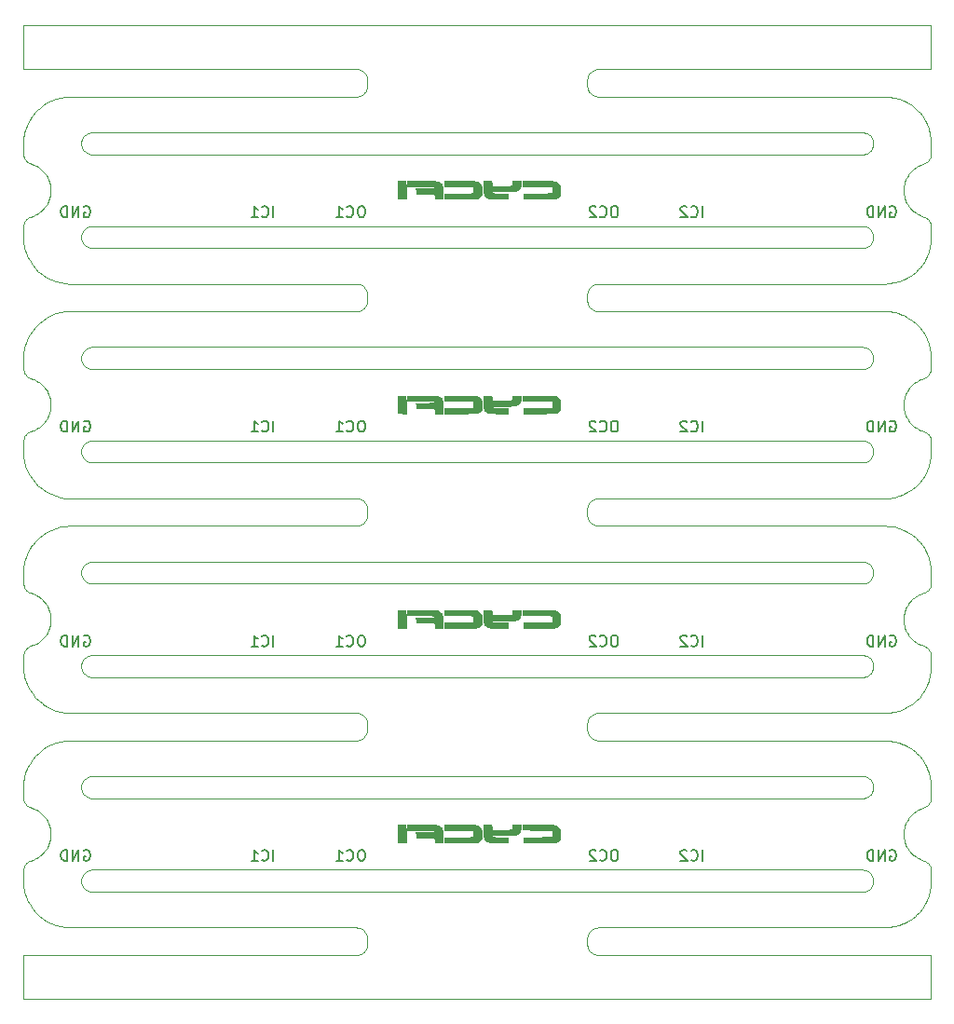
<source format=gbr>
G04 #@! TF.GenerationSoftware,KiCad,Pcbnew,5.1.5+dfsg1-2build2*
G04 #@! TF.CreationDate,2021-10-10T04:01:31+00:00*
G04 #@! TF.ProjectId,base_3.5,62617365-5f33-42e3-952e-6b696361645f,rev?*
G04 #@! TF.SameCoordinates,Original*
G04 #@! TF.FileFunction,Legend,Bot*
G04 #@! TF.FilePolarity,Positive*
%FSLAX46Y46*%
G04 Gerber Fmt 4.6, Leading zero omitted, Abs format (unit mm)*
G04 Created by KiCad (PCBNEW 5.1.5+dfsg1-2build2) date 2021-10-10 04:01:31*
%MOMM*%
%LPD*%
G04 APERTURE LIST*
G04 #@! TA.AperFunction,Profile*
%ADD10C,0.100000*%
G04 #@! TD*
%ADD11C,0.150000*%
%ADD12C,0.010000*%
G04 APERTURE END LIST*
D10*
X126499900Y-102715900D02*
X126401100Y-102736200D01*
X126596400Y-102685700D02*
X126499900Y-102715900D01*
X126689300Y-102645900D02*
X126596400Y-102685700D01*
X126777600Y-102596800D02*
X126689300Y-102645900D01*
X126860800Y-102538900D02*
X126777600Y-102596800D01*
X126937500Y-102473100D02*
X126860800Y-102538900D01*
X127007100Y-102399800D02*
X126937500Y-102473100D01*
X127069000Y-102319900D02*
X127007100Y-102399800D01*
X127122400Y-102234100D02*
X127069000Y-102319900D01*
X127166900Y-102143400D02*
X127122400Y-102234100D01*
X127202000Y-102048600D02*
X127166900Y-102143400D01*
X127227300Y-101950700D02*
X127202000Y-102048600D01*
X127242600Y-101850800D02*
X127227300Y-101950700D01*
X127247700Y-101749900D02*
X127242600Y-101850800D01*
X127242600Y-101649200D02*
X127247700Y-101749900D01*
X127227300Y-101549300D02*
X127242600Y-101649200D01*
X127202000Y-101451500D02*
X127227300Y-101549300D01*
X127166900Y-101356700D02*
X127202000Y-101451500D01*
X127122400Y-101266000D02*
X127166900Y-101356700D01*
X127069000Y-101180200D02*
X127122400Y-101266000D01*
X127007100Y-101100300D02*
X127069000Y-101180200D01*
X126937300Y-101026800D02*
X127007100Y-101100300D01*
X126860600Y-100961000D02*
X126937300Y-101026800D01*
X126777600Y-100903300D02*
X126860600Y-100961000D01*
X126689300Y-100854200D02*
X126777600Y-100903300D01*
X126596600Y-100814500D02*
X126689300Y-100854200D01*
X126500200Y-100784200D02*
X126596600Y-100814500D01*
X126401200Y-100763800D02*
X126500200Y-100784200D01*
X126300700Y-100753600D02*
X126401200Y-100763800D01*
X126224800Y-100751000D02*
X126300700Y-100753600D01*
X56275400Y-100751000D02*
X126224800Y-100751000D01*
X56199200Y-100753600D02*
X56275400Y-100751000D01*
X56098800Y-100763800D02*
X56199200Y-100753600D01*
X55999800Y-100784200D02*
X56098800Y-100763800D01*
X55903400Y-100814500D02*
X55999800Y-100784200D01*
X55810500Y-100854300D02*
X55903400Y-100814500D01*
X55722100Y-100903400D02*
X55810500Y-100854300D01*
X55639200Y-100961100D02*
X55722100Y-100903400D01*
X55562500Y-101027000D02*
X55639200Y-100961100D01*
X55492900Y-101100300D02*
X55562500Y-101027000D01*
X55431000Y-101180200D02*
X55492900Y-101100300D01*
X55377600Y-101266000D02*
X55431000Y-101180200D01*
X55333100Y-101356700D02*
X55377600Y-101266000D01*
X55298100Y-101451200D02*
X55333100Y-101356700D01*
X55272700Y-101549100D02*
X55298100Y-101451200D01*
X55257400Y-101649000D02*
X55272700Y-101549100D01*
X55252300Y-101749900D02*
X55257400Y-101649000D01*
X55257400Y-101850800D02*
X55252300Y-101749900D01*
X55272700Y-101950700D02*
X55257400Y-101850800D01*
X55298000Y-102048600D02*
X55272700Y-101950700D01*
X55333100Y-102143400D02*
X55298000Y-102048600D01*
X55377600Y-102234100D02*
X55333100Y-102143400D01*
X55431000Y-102319900D02*
X55377600Y-102234100D01*
X55492900Y-102399800D02*
X55431000Y-102319900D01*
X55562500Y-102473100D02*
X55492900Y-102399800D01*
X55639200Y-102538900D02*
X55562500Y-102473100D01*
X55722100Y-102596700D02*
X55639200Y-102538900D01*
X55810500Y-102645700D02*
X55722100Y-102596700D01*
X55903400Y-102685600D02*
X55810500Y-102645700D01*
X55999800Y-102715900D02*
X55903400Y-102685600D01*
X56098800Y-102736200D02*
X55999800Y-102715900D01*
X56199300Y-102746500D02*
X56098800Y-102736200D01*
X56275200Y-102749000D02*
X56199300Y-102746500D01*
X126224900Y-102749000D02*
X56275200Y-102749000D01*
X126300500Y-102746500D02*
X126224900Y-102749000D01*
X126401100Y-102736200D02*
X126300500Y-102746500D01*
X126499900Y-94215900D02*
X126401100Y-94236200D01*
X126596400Y-94185700D02*
X126499900Y-94215900D01*
X126689300Y-94145900D02*
X126596400Y-94185700D01*
X126777600Y-94096800D02*
X126689300Y-94145900D01*
X126860800Y-94038900D02*
X126777600Y-94096800D01*
X126937500Y-93973100D02*
X126860800Y-94038900D01*
X127007100Y-93899800D02*
X126937500Y-93973100D01*
X127069000Y-93819900D02*
X127007100Y-93899800D01*
X127122400Y-93734100D02*
X127069000Y-93819900D01*
X127166900Y-93643400D02*
X127122400Y-93734100D01*
X127202000Y-93548600D02*
X127166900Y-93643400D01*
X127227300Y-93450700D02*
X127202000Y-93548600D01*
X127242600Y-93350800D02*
X127227300Y-93450700D01*
X127247700Y-93249900D02*
X127242600Y-93350800D01*
X127242600Y-93149200D02*
X127247700Y-93249900D01*
X127227300Y-93049300D02*
X127242600Y-93149200D01*
X127202000Y-92951500D02*
X127227300Y-93049300D01*
X127166900Y-92856700D02*
X127202000Y-92951500D01*
X127122400Y-92766000D02*
X127166900Y-92856700D01*
X127069000Y-92680200D02*
X127122400Y-92766000D01*
X127007100Y-92600300D02*
X127069000Y-92680200D01*
X126937300Y-92526800D02*
X127007100Y-92600300D01*
X126860600Y-92461000D02*
X126937300Y-92526800D01*
X126777600Y-92403300D02*
X126860600Y-92461000D01*
X126689300Y-92354200D02*
X126777600Y-92403300D01*
X126596600Y-92314500D02*
X126689300Y-92354200D01*
X126500200Y-92284200D02*
X126596600Y-92314500D01*
X126401200Y-92263800D02*
X126500200Y-92284200D01*
X126300700Y-92253600D02*
X126401200Y-92263800D01*
X126224800Y-92251000D02*
X126300700Y-92253600D01*
X56275400Y-92251000D02*
X126224800Y-92251000D01*
X56199200Y-92253600D02*
X56275400Y-92251000D01*
X56098800Y-92263800D02*
X56199200Y-92253600D01*
X55999800Y-92284200D02*
X56098800Y-92263800D01*
X55903400Y-92314500D02*
X55999800Y-92284200D01*
X55810500Y-92354300D02*
X55903400Y-92314500D01*
X55722100Y-92403400D02*
X55810500Y-92354300D01*
X55639200Y-92461100D02*
X55722100Y-92403400D01*
X55562500Y-92527000D02*
X55639200Y-92461100D01*
X55492900Y-92600300D02*
X55562500Y-92527000D01*
X55431000Y-92680200D02*
X55492900Y-92600300D01*
X55377600Y-92766000D02*
X55431000Y-92680200D01*
X55333100Y-92856700D02*
X55377600Y-92766000D01*
X55298100Y-92951200D02*
X55333100Y-92856700D01*
X55272700Y-93049100D02*
X55298100Y-92951200D01*
X55257400Y-93149000D02*
X55272700Y-93049100D01*
X55252300Y-93249900D02*
X55257400Y-93149000D01*
X55257400Y-93350800D02*
X55252300Y-93249900D01*
X55272700Y-93450700D02*
X55257400Y-93350800D01*
X55298000Y-93548600D02*
X55272700Y-93450700D01*
X55333100Y-93643400D02*
X55298000Y-93548600D01*
X55377600Y-93734100D02*
X55333100Y-93643400D01*
X55431000Y-93819900D02*
X55377600Y-93734100D01*
X55492900Y-93899800D02*
X55431000Y-93819900D01*
X55562500Y-93973100D02*
X55492900Y-93899800D01*
X55639200Y-94038900D02*
X55562500Y-93973100D01*
X55722100Y-94096700D02*
X55639200Y-94038900D01*
X55810500Y-94145700D02*
X55722100Y-94096700D01*
X55903400Y-94185600D02*
X55810500Y-94145700D01*
X55999800Y-94215900D02*
X55903400Y-94185600D01*
X56098800Y-94236200D02*
X55999800Y-94215900D01*
X56199300Y-94246500D02*
X56098800Y-94236200D01*
X56275200Y-94249000D02*
X56199300Y-94246500D01*
X126224900Y-94249000D02*
X56275200Y-94249000D01*
X126300500Y-94246500D02*
X126224900Y-94249000D01*
X126401100Y-94236200D02*
X126300500Y-94246500D01*
X126499900Y-83215900D02*
X126401000Y-83236200D01*
X126596400Y-83185700D02*
X126499900Y-83215900D01*
X126689300Y-83145800D02*
X126596400Y-83185700D01*
X126777600Y-83096800D02*
X126689300Y-83145800D01*
X126860800Y-83038900D02*
X126777600Y-83096800D01*
X126937500Y-82973100D02*
X126860800Y-83038900D01*
X127007100Y-82899800D02*
X126937500Y-82973100D01*
X127069000Y-82819900D02*
X127007100Y-82899800D01*
X127122400Y-82734100D02*
X127069000Y-82819900D01*
X127166900Y-82643300D02*
X127122400Y-82734100D01*
X127202000Y-82548600D02*
X127166900Y-82643300D01*
X127227300Y-82450700D02*
X127202000Y-82548600D01*
X127242600Y-82350800D02*
X127227300Y-82450700D01*
X127247700Y-82249900D02*
X127242600Y-82350800D01*
X127242600Y-82149200D02*
X127247700Y-82249900D01*
X127227300Y-82049300D02*
X127242600Y-82149200D01*
X127202000Y-81951500D02*
X127227300Y-82049300D01*
X127166900Y-81856700D02*
X127202000Y-81951500D01*
X127122400Y-81765900D02*
X127166900Y-81856700D01*
X127069000Y-81680200D02*
X127122400Y-81765900D01*
X127007100Y-81600200D02*
X127069000Y-81680200D01*
X126937300Y-81526800D02*
X127007100Y-81600200D01*
X126860600Y-81461000D02*
X126937300Y-81526800D01*
X126777600Y-81403200D02*
X126860600Y-81461000D01*
X126689300Y-81354200D02*
X126777600Y-81403200D01*
X126596600Y-81314500D02*
X126689300Y-81354200D01*
X126500200Y-81284200D02*
X126596600Y-81314500D01*
X126401200Y-81263800D02*
X126500200Y-81284200D01*
X126300700Y-81253600D02*
X126401200Y-81263800D01*
X126224800Y-81251000D02*
X126300700Y-81253600D01*
X56275300Y-81251000D02*
X126224800Y-81251000D01*
X56199200Y-81253600D02*
X56275300Y-81251000D01*
X56098800Y-81263800D02*
X56199200Y-81253600D01*
X55999800Y-81284200D02*
X56098800Y-81263800D01*
X55903400Y-81314500D02*
X55999800Y-81284200D01*
X55810500Y-81354300D02*
X55903400Y-81314500D01*
X55722100Y-81403400D02*
X55810500Y-81354300D01*
X55639200Y-81461100D02*
X55722100Y-81403400D01*
X55562500Y-81527000D02*
X55639200Y-81461100D01*
X55492900Y-81600200D02*
X55562500Y-81527000D01*
X55431000Y-81680200D02*
X55492900Y-81600200D01*
X55377600Y-81765900D02*
X55431000Y-81680200D01*
X55333100Y-81856700D02*
X55377600Y-81765900D01*
X55298100Y-81951200D02*
X55333100Y-81856700D01*
X55272700Y-82049000D02*
X55298100Y-81951200D01*
X55257400Y-82148900D02*
X55272700Y-82049000D01*
X55252300Y-82249900D02*
X55257400Y-82148900D01*
X55257400Y-82350800D02*
X55252300Y-82249900D01*
X55272700Y-82450700D02*
X55257400Y-82350800D01*
X55298000Y-82548600D02*
X55272700Y-82450700D01*
X55333100Y-82643300D02*
X55298000Y-82548600D01*
X55377600Y-82734100D02*
X55333100Y-82643300D01*
X55431000Y-82819900D02*
X55377600Y-82734100D01*
X55492900Y-82899800D02*
X55431000Y-82819900D01*
X55562500Y-82973100D02*
X55492900Y-82899800D01*
X55639200Y-83038900D02*
X55562500Y-82973100D01*
X55722100Y-83096700D02*
X55639200Y-83038900D01*
X55810500Y-83145700D02*
X55722100Y-83096700D01*
X55903400Y-83185600D02*
X55810500Y-83145700D01*
X55999800Y-83215800D02*
X55903400Y-83185600D01*
X56098800Y-83236200D02*
X55999800Y-83215800D01*
X56199300Y-83246400D02*
X56098800Y-83236200D01*
X56275200Y-83249000D02*
X56199300Y-83246400D01*
X126224800Y-83249000D02*
X56275200Y-83249000D01*
X126300600Y-83246400D02*
X126224800Y-83249000D01*
X126401000Y-83236200D02*
X126300600Y-83246400D01*
X126499900Y-74715900D02*
X126401000Y-74736200D01*
X126596400Y-74685700D02*
X126499900Y-74715900D01*
X126689300Y-74645800D02*
X126596400Y-74685700D01*
X126777600Y-74596800D02*
X126689300Y-74645800D01*
X126860800Y-74538900D02*
X126777600Y-74596800D01*
X126937500Y-74473100D02*
X126860800Y-74538900D01*
X127007100Y-74399800D02*
X126937500Y-74473100D01*
X127069000Y-74319900D02*
X127007100Y-74399800D01*
X127122400Y-74234100D02*
X127069000Y-74319900D01*
X127166900Y-74143300D02*
X127122400Y-74234100D01*
X127202000Y-74048600D02*
X127166900Y-74143300D01*
X127227300Y-73950700D02*
X127202000Y-74048600D01*
X127242600Y-73850800D02*
X127227300Y-73950700D01*
X127247700Y-73749900D02*
X127242600Y-73850800D01*
X127242600Y-73649200D02*
X127247700Y-73749900D01*
X127227300Y-73549300D02*
X127242600Y-73649200D01*
X127202000Y-73451500D02*
X127227300Y-73549300D01*
X127166900Y-73356700D02*
X127202000Y-73451500D01*
X127122400Y-73265900D02*
X127166900Y-73356700D01*
X127069000Y-73180200D02*
X127122400Y-73265900D01*
X127007100Y-73100200D02*
X127069000Y-73180200D01*
X126937300Y-73026800D02*
X127007100Y-73100200D01*
X126860600Y-72961000D02*
X126937300Y-73026800D01*
X126777600Y-72903200D02*
X126860600Y-72961000D01*
X126689300Y-72854200D02*
X126777600Y-72903200D01*
X126596600Y-72814500D02*
X126689300Y-72854200D01*
X126500200Y-72784200D02*
X126596600Y-72814500D01*
X126401200Y-72763800D02*
X126500200Y-72784200D01*
X126300700Y-72753600D02*
X126401200Y-72763800D01*
X126224800Y-72751000D02*
X126300700Y-72753600D01*
X56275300Y-72751000D02*
X126224800Y-72751000D01*
X56199200Y-72753600D02*
X56275300Y-72751000D01*
X56098800Y-72763800D02*
X56199200Y-72753600D01*
X55999800Y-72784200D02*
X56098800Y-72763800D01*
X55903400Y-72814500D02*
X55999800Y-72784200D01*
X55810500Y-72854300D02*
X55903400Y-72814500D01*
X55722100Y-72903400D02*
X55810500Y-72854300D01*
X55639200Y-72961100D02*
X55722100Y-72903400D01*
X55562500Y-73027000D02*
X55639200Y-72961100D01*
X55492900Y-73100200D02*
X55562500Y-73027000D01*
X55431000Y-73180200D02*
X55492900Y-73100200D01*
X55377600Y-73265900D02*
X55431000Y-73180200D01*
X55333100Y-73356700D02*
X55377600Y-73265900D01*
X55298100Y-73451200D02*
X55333100Y-73356700D01*
X55272700Y-73549000D02*
X55298100Y-73451200D01*
X55257400Y-73648900D02*
X55272700Y-73549000D01*
X55252300Y-73749900D02*
X55257400Y-73648900D01*
X55257400Y-73850800D02*
X55252300Y-73749900D01*
X55272700Y-73950700D02*
X55257400Y-73850800D01*
X55298000Y-74048600D02*
X55272700Y-73950700D01*
X55333100Y-74143300D02*
X55298000Y-74048600D01*
X55377600Y-74234100D02*
X55333100Y-74143300D01*
X55431000Y-74319900D02*
X55377600Y-74234100D01*
X55492900Y-74399800D02*
X55431000Y-74319900D01*
X55562500Y-74473100D02*
X55492900Y-74399800D01*
X55639200Y-74538900D02*
X55562500Y-74473100D01*
X55722100Y-74596700D02*
X55639200Y-74538900D01*
X55810500Y-74645700D02*
X55722100Y-74596700D01*
X55903400Y-74685600D02*
X55810500Y-74645700D01*
X55999800Y-74715800D02*
X55903400Y-74685600D01*
X56098800Y-74736200D02*
X55999800Y-74715800D01*
X56199300Y-74746400D02*
X56098800Y-74736200D01*
X56275200Y-74749000D02*
X56199300Y-74746400D01*
X126224800Y-74749000D02*
X56275200Y-74749000D01*
X126300600Y-74746400D02*
X126224800Y-74749000D01*
X126401000Y-74736200D02*
X126300600Y-74746400D01*
X126499900Y-63715900D02*
X126401000Y-63736200D01*
X126596400Y-63685700D02*
X126499900Y-63715900D01*
X126689300Y-63645800D02*
X126596400Y-63685700D01*
X126777600Y-63596800D02*
X126689300Y-63645800D01*
X126860600Y-63539100D02*
X126777600Y-63596800D01*
X126937300Y-63473200D02*
X126860600Y-63539100D01*
X127007100Y-63399800D02*
X126937300Y-63473200D01*
X127069000Y-63319900D02*
X127007100Y-63399800D01*
X127122300Y-63234300D02*
X127069000Y-63319900D01*
X127166800Y-63143600D02*
X127122300Y-63234300D01*
X127201900Y-63048800D02*
X127166800Y-63143600D01*
X127227300Y-62951000D02*
X127201900Y-63048800D01*
X127242600Y-62851100D02*
X127227300Y-62951000D01*
X127247700Y-62750100D02*
X127242600Y-62851100D01*
X127242600Y-62649200D02*
X127247700Y-62750100D01*
X127227300Y-62549300D02*
X127242600Y-62649200D01*
X127202000Y-62451500D02*
X127227300Y-62549300D01*
X127166900Y-62356700D02*
X127202000Y-62451500D01*
X127122400Y-62265900D02*
X127166900Y-62356700D01*
X127069000Y-62180200D02*
X127122400Y-62265900D01*
X127007100Y-62100200D02*
X127069000Y-62180200D01*
X126937300Y-62026800D02*
X127007100Y-62100200D01*
X126860600Y-61960900D02*
X126937300Y-62026800D01*
X126777900Y-61903400D02*
X126860600Y-61960900D01*
X126689500Y-61854300D02*
X126777900Y-61903400D01*
X126596600Y-61814400D02*
X126689500Y-61854300D01*
X126500200Y-61784200D02*
X126596600Y-61814400D01*
X126401200Y-61763800D02*
X126500200Y-61784200D01*
X126300700Y-61753600D02*
X126401200Y-61763800D01*
X126224800Y-61751000D02*
X126300700Y-61753600D01*
X56275200Y-61751000D02*
X126224800Y-61751000D01*
X56199300Y-61753600D02*
X56275200Y-61751000D01*
X56098800Y-61763800D02*
X56199300Y-61753600D01*
X55999800Y-61784200D02*
X56098800Y-61763800D01*
X55903400Y-61814400D02*
X55999800Y-61784200D01*
X55810500Y-61854300D02*
X55903400Y-61814400D01*
X55722100Y-61903400D02*
X55810500Y-61854300D01*
X55639200Y-61961100D02*
X55722100Y-61903400D01*
X55562500Y-62027000D02*
X55639200Y-61961100D01*
X55492900Y-62100200D02*
X55562500Y-62027000D01*
X55431000Y-62180200D02*
X55492900Y-62100200D01*
X55377600Y-62265900D02*
X55431000Y-62180200D01*
X55333100Y-62356700D02*
X55377600Y-62265900D01*
X55298000Y-62451500D02*
X55333100Y-62356700D01*
X55272700Y-62549000D02*
X55298000Y-62451500D01*
X55257400Y-62648900D02*
X55272700Y-62549000D01*
X55252300Y-62749900D02*
X55257400Y-62648900D01*
X55257400Y-62850800D02*
X55252300Y-62749900D01*
X55272700Y-62950700D02*
X55257400Y-62850800D01*
X55298000Y-63048500D02*
X55272700Y-62950700D01*
X55333100Y-63143300D02*
X55298000Y-63048500D01*
X55377600Y-63234100D02*
X55333100Y-63143300D01*
X55431000Y-63319900D02*
X55377600Y-63234100D01*
X55492900Y-63399800D02*
X55431000Y-63319900D01*
X55562500Y-63473000D02*
X55492900Y-63399800D01*
X55639200Y-63538900D02*
X55562500Y-63473000D01*
X55722100Y-63596600D02*
X55639200Y-63538900D01*
X55810500Y-63645700D02*
X55722100Y-63596600D01*
X55903400Y-63685600D02*
X55810500Y-63645700D01*
X55999800Y-63715800D02*
X55903400Y-63685600D01*
X56098800Y-63736200D02*
X55999800Y-63715800D01*
X56199300Y-63746400D02*
X56098800Y-63736200D01*
X56275200Y-63749000D02*
X56199300Y-63746400D01*
X126224800Y-63749000D02*
X56275200Y-63749000D01*
X126300700Y-63746400D02*
X126224800Y-63749000D01*
X126401000Y-63736200D02*
X126300700Y-63746400D01*
X126499900Y-55215900D02*
X126401000Y-55236200D01*
X126596400Y-55185700D02*
X126499900Y-55215900D01*
X126689300Y-55145800D02*
X126596400Y-55185700D01*
X126777600Y-55096800D02*
X126689300Y-55145800D01*
X126860600Y-55039100D02*
X126777600Y-55096800D01*
X126937300Y-54973200D02*
X126860600Y-55039100D01*
X127007100Y-54899800D02*
X126937300Y-54973200D01*
X127069000Y-54819900D02*
X127007100Y-54899800D01*
X127122300Y-54734300D02*
X127069000Y-54819900D01*
X127166800Y-54643600D02*
X127122300Y-54734300D01*
X127201900Y-54548800D02*
X127166800Y-54643600D01*
X127227300Y-54451000D02*
X127201900Y-54548800D01*
X127242600Y-54351100D02*
X127227300Y-54451000D01*
X127247700Y-54250100D02*
X127242600Y-54351100D01*
X127242600Y-54149200D02*
X127247700Y-54250100D01*
X127227300Y-54049300D02*
X127242600Y-54149200D01*
X127202000Y-53951500D02*
X127227300Y-54049300D01*
X127166900Y-53856700D02*
X127202000Y-53951500D01*
X127122400Y-53765900D02*
X127166900Y-53856700D01*
X127069000Y-53680200D02*
X127122400Y-53765900D01*
X127007100Y-53600200D02*
X127069000Y-53680200D01*
X126937300Y-53526800D02*
X127007100Y-53600200D01*
X126860600Y-53460900D02*
X126937300Y-53526800D01*
X126777900Y-53403400D02*
X126860600Y-53460900D01*
X126689500Y-53354300D02*
X126777900Y-53403400D01*
X126596600Y-53314400D02*
X126689500Y-53354300D01*
X126500200Y-53284200D02*
X126596600Y-53314400D01*
X126401200Y-53263800D02*
X126500200Y-53284200D01*
X126300700Y-53253600D02*
X126401200Y-53263800D01*
X126224800Y-53251000D02*
X126300700Y-53253600D01*
X56275200Y-53251000D02*
X126224800Y-53251000D01*
X56199300Y-53253600D02*
X56275200Y-53251000D01*
X56098800Y-53263800D02*
X56199300Y-53253600D01*
X55999800Y-53284200D02*
X56098800Y-53263800D01*
X55903400Y-53314400D02*
X55999800Y-53284200D01*
X55810500Y-53354300D02*
X55903400Y-53314400D01*
X55722100Y-53403400D02*
X55810500Y-53354300D01*
X55639200Y-53461100D02*
X55722100Y-53403400D01*
X55562500Y-53527000D02*
X55639200Y-53461100D01*
X55492900Y-53600200D02*
X55562500Y-53527000D01*
X55431000Y-53680200D02*
X55492900Y-53600200D01*
X55377600Y-53765900D02*
X55431000Y-53680200D01*
X55333100Y-53856700D02*
X55377600Y-53765900D01*
X55298000Y-53951500D02*
X55333100Y-53856700D01*
X55272700Y-54049000D02*
X55298000Y-53951500D01*
X55257400Y-54148900D02*
X55272700Y-54049000D01*
X55252300Y-54249900D02*
X55257400Y-54148900D01*
X55257400Y-54350800D02*
X55252300Y-54249900D01*
X55272700Y-54450700D02*
X55257400Y-54350800D01*
X55298000Y-54548500D02*
X55272700Y-54450700D01*
X55333100Y-54643300D02*
X55298000Y-54548500D01*
X55377600Y-54734100D02*
X55333100Y-54643300D01*
X55431000Y-54819900D02*
X55377600Y-54734100D01*
X55492900Y-54899800D02*
X55431000Y-54819900D01*
X55562500Y-54973000D02*
X55492900Y-54899800D01*
X55639200Y-55038900D02*
X55562500Y-54973000D01*
X55722100Y-55096600D02*
X55639200Y-55038900D01*
X55810500Y-55145700D02*
X55722100Y-55096600D01*
X55903400Y-55185600D02*
X55810500Y-55145700D01*
X55999800Y-55215800D02*
X55903400Y-55185600D01*
X56098800Y-55236200D02*
X55999800Y-55215800D01*
X56199300Y-55246400D02*
X56098800Y-55236200D01*
X56275200Y-55249000D02*
X56199300Y-55246400D01*
X126224800Y-55249000D02*
X56275200Y-55249000D01*
X126300700Y-55246400D02*
X126224800Y-55249000D01*
X126401000Y-55236200D02*
X126300700Y-55246400D01*
X126500200Y-122215900D02*
X126400700Y-122236300D01*
X126596600Y-122185600D02*
X126500200Y-122215900D01*
X126689500Y-122145700D02*
X126596600Y-122185600D01*
X126777900Y-122096700D02*
X126689500Y-122145700D01*
X126860800Y-122038900D02*
X126777900Y-122096700D01*
X126937500Y-121973100D02*
X126860800Y-122038900D01*
X127007100Y-121899800D02*
X126937500Y-121973100D01*
X127069000Y-121819900D02*
X127007100Y-121899800D01*
X127122400Y-121734100D02*
X127069000Y-121819900D01*
X127166900Y-121643400D02*
X127122400Y-121734100D01*
X127202000Y-121548600D02*
X127166900Y-121643400D01*
X127227300Y-121450800D02*
X127202000Y-121548600D01*
X127242600Y-121350900D02*
X127227300Y-121450800D01*
X127247700Y-121249900D02*
X127242600Y-121350900D01*
X127242600Y-121149300D02*
X127247700Y-121249900D01*
X127227300Y-121049300D02*
X127242600Y-121149300D01*
X127202000Y-120951500D02*
X127227300Y-121049300D01*
X127166900Y-120856700D02*
X127202000Y-120951500D01*
X127122400Y-120766000D02*
X127166900Y-120856700D01*
X127069000Y-120680200D02*
X127122400Y-120766000D01*
X127007100Y-120600300D02*
X127069000Y-120680200D01*
X126937300Y-120526800D02*
X127007100Y-120600300D01*
X126860600Y-120461000D02*
X126937300Y-120526800D01*
X126777600Y-120403300D02*
X126860600Y-120461000D01*
X126689300Y-120354200D02*
X126777600Y-120403300D01*
X126596600Y-120314500D02*
X126689300Y-120354200D01*
X126500200Y-120284200D02*
X126596600Y-120314500D01*
X126401200Y-120263900D02*
X126500200Y-120284200D01*
X126300700Y-120253600D02*
X126401200Y-120263900D01*
X126224800Y-120251100D02*
X126300700Y-120253600D01*
X56275000Y-120251100D02*
X126224800Y-120251100D01*
X56199600Y-120253600D02*
X56275000Y-120251100D01*
X56098800Y-120263900D02*
X56199600Y-120253600D01*
X55999800Y-120284200D02*
X56098800Y-120263900D01*
X55903400Y-120314500D02*
X55999800Y-120284200D01*
X55810500Y-120354400D02*
X55903400Y-120314500D01*
X55722100Y-120403400D02*
X55810500Y-120354400D01*
X55639200Y-120461200D02*
X55722100Y-120403400D01*
X55562500Y-120527000D02*
X55639200Y-120461200D01*
X55492900Y-120600300D02*
X55562500Y-120527000D01*
X55431000Y-120680200D02*
X55492900Y-120600300D01*
X55377600Y-120766000D02*
X55431000Y-120680200D01*
X55333100Y-120856700D02*
X55377600Y-120766000D01*
X55298100Y-120951200D02*
X55333100Y-120856700D01*
X55272700Y-121049100D02*
X55298100Y-120951200D01*
X55257400Y-121149000D02*
X55272700Y-121049100D01*
X55252300Y-121249900D02*
X55257400Y-121149000D01*
X55257400Y-121350900D02*
X55252300Y-121249900D01*
X55272700Y-121450800D02*
X55257400Y-121350900D01*
X55298000Y-121548600D02*
X55272700Y-121450800D01*
X55333100Y-121643400D02*
X55298000Y-121548600D01*
X55377600Y-121734100D02*
X55333100Y-121643400D01*
X55431000Y-121819900D02*
X55377600Y-121734100D01*
X55492900Y-121899800D02*
X55431000Y-121819900D01*
X55562500Y-121973100D02*
X55492900Y-121899800D01*
X55639200Y-122038900D02*
X55562500Y-121973100D01*
X55722100Y-122096700D02*
X55639200Y-122038900D01*
X55810500Y-122145700D02*
X55722100Y-122096700D01*
X55903400Y-122185600D02*
X55810500Y-122145700D01*
X55999800Y-122215900D02*
X55903400Y-122185600D01*
X56098800Y-122236200D02*
X55999800Y-122215900D01*
X56199300Y-122246500D02*
X56098800Y-122236200D01*
X56275200Y-122249100D02*
X56199300Y-122246500D01*
X126224500Y-122249100D02*
X56275200Y-122249100D01*
X126300900Y-122246500D02*
X126224500Y-122249100D01*
X126400700Y-122236300D02*
X126300900Y-122246500D01*
X126500200Y-113715900D02*
X126400700Y-113736300D01*
X126596600Y-113685600D02*
X126500200Y-113715900D01*
X126689500Y-113645700D02*
X126596600Y-113685600D01*
X126777900Y-113596700D02*
X126689500Y-113645700D01*
X126860800Y-113538900D02*
X126777900Y-113596700D01*
X126937500Y-113473100D02*
X126860800Y-113538900D01*
X127007100Y-113399800D02*
X126937500Y-113473100D01*
X127069000Y-113319900D02*
X127007100Y-113399800D01*
X127122400Y-113234100D02*
X127069000Y-113319900D01*
X127166900Y-113143400D02*
X127122400Y-113234100D01*
X127202000Y-113048600D02*
X127166900Y-113143400D01*
X127227300Y-112950800D02*
X127202000Y-113048600D01*
X127242600Y-112850900D02*
X127227300Y-112950800D01*
X127247700Y-112749900D02*
X127242600Y-112850900D01*
X127242600Y-112649300D02*
X127247700Y-112749900D01*
X127227300Y-112549300D02*
X127242600Y-112649300D01*
X127202000Y-112451500D02*
X127227300Y-112549300D01*
X127166900Y-112356700D02*
X127202000Y-112451500D01*
X127122400Y-112266000D02*
X127166900Y-112356700D01*
X127069000Y-112180200D02*
X127122400Y-112266000D01*
X127007100Y-112100300D02*
X127069000Y-112180200D01*
X126937300Y-112026800D02*
X127007100Y-112100300D01*
X126860600Y-111961000D02*
X126937300Y-112026800D01*
X126777600Y-111903300D02*
X126860600Y-111961000D01*
X126689300Y-111854200D02*
X126777600Y-111903300D01*
X126596600Y-111814500D02*
X126689300Y-111854200D01*
X126500200Y-111784200D02*
X126596600Y-111814500D01*
X126401200Y-111763900D02*
X126500200Y-111784200D01*
X126300700Y-111753600D02*
X126401200Y-111763900D01*
X126224800Y-111751100D02*
X126300700Y-111753600D01*
X56275000Y-111751100D02*
X126224800Y-111751100D01*
X56199600Y-111753600D02*
X56275000Y-111751100D01*
X56098800Y-111763900D02*
X56199600Y-111753600D01*
X55999800Y-111784200D02*
X56098800Y-111763900D01*
X55903400Y-111814500D02*
X55999800Y-111784200D01*
X55810500Y-111854400D02*
X55903400Y-111814500D01*
X55722100Y-111903400D02*
X55810500Y-111854400D01*
X55639200Y-111961200D02*
X55722100Y-111903400D01*
X55562500Y-112027000D02*
X55639200Y-111961200D01*
X55492900Y-112100300D02*
X55562500Y-112027000D01*
X55431000Y-112180200D02*
X55492900Y-112100300D01*
X55377600Y-112266000D02*
X55431000Y-112180200D01*
X55333100Y-112356700D02*
X55377600Y-112266000D01*
X55298100Y-112451200D02*
X55333100Y-112356700D01*
X55272700Y-112549100D02*
X55298100Y-112451200D01*
X55257400Y-112649000D02*
X55272700Y-112549100D01*
X55252300Y-112749900D02*
X55257400Y-112649000D01*
X55257400Y-112850900D02*
X55252300Y-112749900D01*
X55272700Y-112950800D02*
X55257400Y-112850900D01*
X55298000Y-113048600D02*
X55272700Y-112950800D01*
X55333100Y-113143400D02*
X55298000Y-113048600D01*
X55377600Y-113234100D02*
X55333100Y-113143400D01*
X55431000Y-113319900D02*
X55377600Y-113234100D01*
X55492900Y-113399800D02*
X55431000Y-113319900D01*
X55562500Y-113473100D02*
X55492900Y-113399800D01*
X55639200Y-113538900D02*
X55562500Y-113473100D01*
X55722100Y-113596700D02*
X55639200Y-113538900D01*
X55810500Y-113645700D02*
X55722100Y-113596700D01*
X55903400Y-113685600D02*
X55810500Y-113645700D01*
X55999800Y-113715900D02*
X55903400Y-113685600D01*
X56098800Y-113736200D02*
X55999800Y-113715900D01*
X56199300Y-113746500D02*
X56098800Y-113736200D01*
X56275200Y-113749100D02*
X56199300Y-113746500D01*
X126224500Y-113749100D02*
X56275200Y-113749100D01*
X126300900Y-113746500D02*
X126224500Y-113749100D01*
X126400700Y-113736300D02*
X126300900Y-113746500D01*
X132476500Y-43499000D02*
X50009200Y-43499700D01*
X132491800Y-43499800D02*
X132476500Y-43499000D01*
X132497700Y-43503000D02*
X132491800Y-43499800D01*
X132500200Y-43508200D02*
X132497700Y-43503000D01*
X132501000Y-43523500D02*
X132500200Y-43508200D01*
X132501000Y-47475500D02*
X132501000Y-43523500D01*
X132499700Y-47492700D02*
X132501000Y-47475500D01*
X132496300Y-47497400D02*
X132499700Y-47492700D01*
X132491800Y-47499200D02*
X132496300Y-47497400D01*
X102241300Y-47500000D02*
X132491800Y-47499200D01*
X102144000Y-47504800D02*
X102241300Y-47500000D01*
X102047900Y-47519000D02*
X102144000Y-47504800D01*
X101953600Y-47542600D02*
X102047900Y-47519000D01*
X101862200Y-47575400D02*
X101953600Y-47542600D01*
X101774300Y-47616900D02*
X101862200Y-47575400D01*
X101691000Y-47666900D02*
X101774300Y-47616900D01*
X101613000Y-47724700D02*
X101691000Y-47666900D01*
X101541000Y-47790000D02*
X101613000Y-47724700D01*
X101475700Y-47862000D02*
X101541000Y-47790000D01*
X101417900Y-47940000D02*
X101475700Y-47862000D01*
X101367900Y-48023300D02*
X101417900Y-47940000D01*
X101326400Y-48111100D02*
X101367900Y-48023300D01*
X101293700Y-48202600D02*
X101326400Y-48111100D01*
X101270000Y-48296900D02*
X101293700Y-48202600D01*
X101255800Y-48393000D02*
X101270000Y-48296900D01*
X101251000Y-48490200D02*
X101255800Y-48393000D01*
X101251000Y-49008800D02*
X101251000Y-48490200D01*
X101255800Y-49106000D02*
X101251000Y-49008800D01*
X101270000Y-49202100D02*
X101255800Y-49106000D01*
X101293700Y-49296400D02*
X101270000Y-49202100D01*
X101326400Y-49387900D02*
X101293700Y-49296400D01*
X101367900Y-49475700D02*
X101326400Y-49387900D01*
X101417900Y-49559000D02*
X101367900Y-49475700D01*
X101475700Y-49637000D02*
X101417900Y-49559000D01*
X101541000Y-49709000D02*
X101475700Y-49637000D01*
X101613000Y-49774300D02*
X101541000Y-49709000D01*
X101691000Y-49832100D02*
X101613000Y-49774300D01*
X101774300Y-49882100D02*
X101691000Y-49832100D01*
X101862200Y-49923600D02*
X101774300Y-49882100D01*
X101953600Y-49956400D02*
X101862200Y-49923600D01*
X102047900Y-49980000D02*
X101953600Y-49956400D01*
X102144000Y-49994200D02*
X102047900Y-49980000D01*
X102241300Y-49999000D02*
X102144000Y-49994200D01*
X128243400Y-49999000D02*
X102241300Y-49999000D01*
X128694100Y-50022600D02*
X128243400Y-49999000D01*
X129121100Y-50089900D02*
X128694100Y-50022600D01*
X129146500Y-50095300D02*
X129121100Y-50089900D01*
X129550900Y-50203600D02*
X129146500Y-50095300D01*
X129575900Y-50211800D02*
X129550900Y-50203600D01*
X129979200Y-50367000D02*
X129575900Y-50211800D01*
X130375600Y-50569000D02*
X129979200Y-50367000D01*
X130748300Y-50811000D02*
X130375600Y-50569000D01*
X131084200Y-51082600D02*
X130748300Y-50811000D01*
X131103800Y-51100200D02*
X131084200Y-51082600D01*
X131399800Y-51396200D02*
X131103800Y-51100200D01*
X131417400Y-51415700D02*
X131399800Y-51396200D01*
X131689000Y-51751800D02*
X131417400Y-51415700D01*
X131931100Y-52124500D02*
X131689000Y-51751800D01*
X132133100Y-52520900D02*
X131931100Y-52124500D01*
X132288200Y-52924100D02*
X132133100Y-52520900D01*
X132296300Y-52949100D02*
X132288200Y-52924100D01*
X132404700Y-53353400D02*
X132296300Y-52949100D01*
X132410200Y-53379100D02*
X132404700Y-53353400D01*
X132477400Y-53806000D02*
X132410200Y-53379100D01*
X132501000Y-54256500D02*
X132477400Y-53806000D01*
X132501000Y-55139700D02*
X132501000Y-54256500D01*
X132495900Y-55244100D02*
X132501000Y-55139700D01*
X132481400Y-55341600D02*
X132495900Y-55244100D01*
X132457200Y-55437700D02*
X132481400Y-55341600D01*
X132423900Y-55530500D02*
X132457200Y-55437700D01*
X132387300Y-55608200D02*
X132423900Y-55530500D01*
X132375600Y-55630000D02*
X132387300Y-55608200D01*
X132323700Y-55713800D02*
X132375600Y-55630000D01*
X132272100Y-55782500D02*
X132323700Y-55713800D01*
X132214100Y-55846600D02*
X132272100Y-55782500D01*
X132196500Y-55864100D02*
X132214100Y-55846600D01*
X132132400Y-55921400D02*
X132196500Y-55864100D01*
X132062800Y-55973000D02*
X132132400Y-55921400D01*
X131968400Y-56030200D02*
X132062800Y-55973000D01*
X131879100Y-56072000D02*
X131968400Y-56030200D01*
X131600100Y-56170700D02*
X131879100Y-56072000D01*
X131509400Y-56207800D02*
X131600100Y-56170700D01*
X131375300Y-56270600D02*
X131509400Y-56207800D01*
X131288700Y-56316400D02*
X131375300Y-56270600D01*
X131161400Y-56392000D02*
X131288700Y-56316400D01*
X131079800Y-56446200D02*
X131161400Y-56392000D01*
X130960600Y-56533900D02*
X131079800Y-56446200D01*
X130884600Y-56595900D02*
X130960600Y-56533900D01*
X130774600Y-56694900D02*
X130884600Y-56595900D01*
X130705100Y-56764000D02*
X130774600Y-56694900D01*
X130605400Y-56873400D02*
X130705100Y-56764000D01*
X130543000Y-56949000D02*
X130605400Y-56873400D01*
X130454500Y-57067700D02*
X130543000Y-56949000D01*
X130399900Y-57149100D02*
X130454500Y-57067700D01*
X130323600Y-57275900D02*
X130399900Y-57149100D01*
X130277200Y-57362300D02*
X130323600Y-57275900D01*
X130213700Y-57496000D02*
X130277200Y-57362300D01*
X130176000Y-57586500D02*
X130213700Y-57496000D01*
X130126000Y-57725800D02*
X130176000Y-57586500D01*
X130097400Y-57819500D02*
X130126000Y-57725800D01*
X130061300Y-57963100D02*
X130097400Y-57819500D01*
X130042200Y-58059200D02*
X130061300Y-57963100D01*
X130020400Y-58205600D02*
X130042200Y-58059200D01*
X130010700Y-58303100D02*
X130020400Y-58205600D01*
X130003400Y-58451000D02*
X130010700Y-58303100D01*
X130003400Y-58549000D02*
X130003400Y-58451000D01*
X130010700Y-58696900D02*
X130003400Y-58549000D01*
X130020400Y-58794400D02*
X130010700Y-58696900D01*
X130042200Y-58940800D02*
X130020400Y-58794400D01*
X130061300Y-59036900D02*
X130042200Y-58940800D01*
X130097400Y-59180500D02*
X130061300Y-59036900D01*
X130126000Y-59274200D02*
X130097400Y-59180500D01*
X130176000Y-59413500D02*
X130126000Y-59274200D01*
X130213700Y-59504000D02*
X130176000Y-59413500D01*
X130277200Y-59637700D02*
X130213700Y-59504000D01*
X130323600Y-59724100D02*
X130277200Y-59637700D01*
X130399900Y-59850900D02*
X130323600Y-59724100D01*
X130454500Y-59932300D02*
X130399900Y-59850900D01*
X130543000Y-60051000D02*
X130454500Y-59932300D01*
X130605400Y-60126600D02*
X130543000Y-60051000D01*
X130705100Y-60236000D02*
X130605400Y-60126600D01*
X130774600Y-60305100D02*
X130705100Y-60236000D01*
X130884600Y-60404100D02*
X130774600Y-60305100D01*
X130960600Y-60466100D02*
X130884600Y-60404100D01*
X131079800Y-60553800D02*
X130960600Y-60466100D01*
X131161500Y-60608000D02*
X131079800Y-60553800D01*
X131288700Y-60683600D02*
X131161500Y-60608000D01*
X131375300Y-60729500D02*
X131288700Y-60683600D01*
X131509400Y-60792200D02*
X131375300Y-60729500D01*
X131600100Y-60829300D02*
X131509400Y-60792200D01*
X131878700Y-60927800D02*
X131600100Y-60829300D01*
X131957100Y-60964100D02*
X131878700Y-60927800D01*
X131978900Y-60975700D02*
X131957100Y-60964100D01*
X132052700Y-61019900D02*
X131978900Y-60975700D01*
X132122500Y-61070900D02*
X132052700Y-61019900D01*
X132141700Y-61086500D02*
X132122500Y-61070900D01*
X132205400Y-61144300D02*
X132141700Y-61086500D01*
X132263800Y-61207900D02*
X132205400Y-61144300D01*
X132279400Y-61226800D02*
X132263800Y-61207900D01*
X132337500Y-61306700D02*
X132279400Y-61226800D01*
X132381600Y-61380600D02*
X132337500Y-61306700D01*
X132418900Y-61458500D02*
X132381600Y-61380600D01*
X132428400Y-61481300D02*
X132418900Y-61458500D01*
X132460600Y-61574500D02*
X132428400Y-61481300D01*
X132481400Y-61658400D02*
X132460600Y-61574500D01*
X132496700Y-61767700D02*
X132481400Y-61658400D01*
X132501000Y-61860300D02*
X132496700Y-61767700D01*
X132501000Y-62743400D02*
X132501000Y-61860300D01*
X132477400Y-63194100D02*
X132501000Y-62743400D01*
X132407800Y-63633500D02*
X132477400Y-63194100D01*
X132292500Y-64063800D02*
X132407800Y-63633500D01*
X132138200Y-64466700D02*
X132292500Y-64063800D01*
X132127500Y-64490700D02*
X132138200Y-64466700D01*
X131937500Y-64863800D02*
X132127500Y-64490700D01*
X131924300Y-64886500D02*
X131937500Y-64863800D01*
X131689000Y-65248300D02*
X131924300Y-64886500D01*
X131417400Y-65584200D02*
X131689000Y-65248300D01*
X131399800Y-65603800D02*
X131417400Y-65584200D01*
X131094400Y-65908700D02*
X131399800Y-65603800D01*
X130748700Y-66188700D02*
X131094400Y-65908700D01*
X130375500Y-66431100D02*
X130748700Y-66188700D01*
X129978600Y-66633300D02*
X130375500Y-66431100D01*
X129563700Y-66792500D02*
X129978600Y-66633300D01*
X129134000Y-66907700D02*
X129563700Y-66792500D01*
X128694500Y-66977300D02*
X129134000Y-66907700D01*
X128249900Y-67000900D02*
X128694500Y-66977300D01*
X102241300Y-67001000D02*
X128249900Y-67000900D01*
X102144000Y-67005800D02*
X102241300Y-67001000D01*
X102047900Y-67020000D02*
X102144000Y-67005800D01*
X101953600Y-67043600D02*
X102047900Y-67020000D01*
X101862200Y-67076400D02*
X101953600Y-67043600D01*
X101774300Y-67117900D02*
X101862200Y-67076400D01*
X101691000Y-67167900D02*
X101774300Y-67117900D01*
X101613000Y-67225700D02*
X101691000Y-67167900D01*
X101541000Y-67291000D02*
X101613000Y-67225700D01*
X101475700Y-67363000D02*
X101541000Y-67291000D01*
X101417900Y-67441000D02*
X101475700Y-67363000D01*
X101367900Y-67524300D02*
X101417900Y-67441000D01*
X101326400Y-67612100D02*
X101367900Y-67524300D01*
X101293700Y-67703600D02*
X101326400Y-67612100D01*
X101270000Y-67797900D02*
X101293700Y-67703600D01*
X101255800Y-67894000D02*
X101270000Y-67797900D01*
X101251000Y-67991200D02*
X101255800Y-67894000D01*
X101251000Y-68508800D02*
X101251000Y-67991200D01*
X101255800Y-68606000D02*
X101251000Y-68508800D01*
X101270000Y-68702100D02*
X101255800Y-68606000D01*
X101293700Y-68796400D02*
X101270000Y-68702100D01*
X101326400Y-68887900D02*
X101293700Y-68796400D01*
X101367900Y-68975700D02*
X101326400Y-68887900D01*
X101417900Y-69059000D02*
X101367900Y-68975700D01*
X101475700Y-69137000D02*
X101417900Y-69059000D01*
X101541000Y-69209000D02*
X101475700Y-69137000D01*
X101613000Y-69274300D02*
X101541000Y-69209000D01*
X101691000Y-69332200D02*
X101613000Y-69274300D01*
X101774300Y-69382100D02*
X101691000Y-69332200D01*
X101862200Y-69423600D02*
X101774300Y-69382100D01*
X101953600Y-69456400D02*
X101862200Y-69423600D01*
X102047900Y-69480000D02*
X101953600Y-69456400D01*
X102144000Y-69494200D02*
X102047900Y-69480000D01*
X102241300Y-69499000D02*
X102144000Y-69494200D01*
X128243400Y-69499000D02*
X102241300Y-69499000D01*
X128694600Y-69522700D02*
X128243400Y-69499000D01*
X129134000Y-69592300D02*
X128694600Y-69522700D01*
X129550900Y-69703700D02*
X129134000Y-69592300D01*
X129575900Y-69711800D02*
X129550900Y-69703700D01*
X129966700Y-69861800D02*
X129575900Y-69711800D01*
X129990700Y-69872500D02*
X129966700Y-69861800D01*
X130375100Y-70068700D02*
X129990700Y-69872500D01*
X130737600Y-70303700D02*
X130375100Y-70068700D01*
X130758900Y-70319200D02*
X130737600Y-70303700D01*
X131094100Y-70591000D02*
X130758900Y-70319200D01*
X131408700Y-70905600D02*
X131094100Y-70591000D01*
X131688700Y-71251400D02*
X131408700Y-70905600D01*
X131931300Y-71624900D02*
X131688700Y-71251400D01*
X132133100Y-72020900D02*
X131931300Y-71624900D01*
X132288200Y-72424100D02*
X132133100Y-72020900D01*
X132296300Y-72449100D02*
X132288200Y-72424100D01*
X132404700Y-72853500D02*
X132296300Y-72449100D01*
X132410200Y-72879200D02*
X132404700Y-72853500D01*
X132477400Y-73306000D02*
X132410200Y-72879200D01*
X132500900Y-73750100D02*
X132477400Y-73306000D01*
X132500900Y-74646100D02*
X132500900Y-73750100D01*
X132495900Y-74744100D02*
X132500900Y-74646100D01*
X132483400Y-74829700D02*
X132495900Y-74744100D01*
X132478600Y-74853900D02*
X132483400Y-74829700D01*
X132457300Y-74937200D02*
X132478600Y-74853900D01*
X132428400Y-75018700D02*
X132457300Y-74937200D01*
X132418900Y-75041500D02*
X132428400Y-75018700D01*
X132381500Y-75119500D02*
X132418900Y-75041500D01*
X132330900Y-75203500D02*
X132381500Y-75119500D01*
X132272100Y-75282600D02*
X132330900Y-75203500D01*
X132214100Y-75346600D02*
X132272100Y-75282600D01*
X132196500Y-75364100D02*
X132214100Y-75346600D01*
X132132100Y-75421700D02*
X132196500Y-75364100D01*
X132052700Y-75480100D02*
X132132100Y-75421700D01*
X131957300Y-75535800D02*
X132052700Y-75480100D01*
X131878600Y-75572200D02*
X131957300Y-75535800D01*
X131600100Y-75670700D02*
X131878600Y-75572200D01*
X131509400Y-75707800D02*
X131600100Y-75670700D01*
X131375300Y-75770600D02*
X131509400Y-75707800D01*
X131288700Y-75816400D02*
X131375300Y-75770600D01*
X131161400Y-75892000D02*
X131288700Y-75816400D01*
X131079800Y-75946200D02*
X131161400Y-75892000D01*
X130960600Y-76033900D02*
X131079800Y-75946200D01*
X130884600Y-76095900D02*
X130960600Y-76033900D01*
X130774600Y-76194900D02*
X130884600Y-76095900D01*
X130705100Y-76264000D02*
X130774600Y-76194900D01*
X130605400Y-76373400D02*
X130705100Y-76264000D01*
X130543000Y-76449000D02*
X130605400Y-76373400D01*
X130454500Y-76567700D02*
X130543000Y-76449000D01*
X130399900Y-76649100D02*
X130454500Y-76567700D01*
X130323600Y-76775900D02*
X130399900Y-76649100D01*
X130277200Y-76862300D02*
X130323600Y-76775900D01*
X130213700Y-76996000D02*
X130277200Y-76862300D01*
X130176000Y-77086500D02*
X130213700Y-76996000D01*
X130126000Y-77225800D02*
X130176000Y-77086500D01*
X130097400Y-77319500D02*
X130126000Y-77225800D01*
X130061300Y-77463100D02*
X130097400Y-77319500D01*
X130042200Y-77559200D02*
X130061300Y-77463100D01*
X130020400Y-77705600D02*
X130042200Y-77559200D01*
X130010700Y-77803200D02*
X130020400Y-77705600D01*
X130003400Y-77951000D02*
X130010700Y-77803200D01*
X130003400Y-78049000D02*
X130003400Y-77951000D01*
X130010700Y-78196900D02*
X130003400Y-78049000D01*
X130020400Y-78294400D02*
X130010700Y-78196900D01*
X130042200Y-78440800D02*
X130020400Y-78294400D01*
X130061300Y-78536900D02*
X130042200Y-78440800D01*
X130097400Y-78680500D02*
X130061300Y-78536900D01*
X130126000Y-78774200D02*
X130097400Y-78680500D01*
X130176000Y-78913600D02*
X130126000Y-78774200D01*
X130213700Y-79004100D02*
X130176000Y-78913600D01*
X130277200Y-79137800D02*
X130213700Y-79004100D01*
X130323600Y-79224100D02*
X130277200Y-79137800D01*
X130399900Y-79350900D02*
X130323600Y-79224100D01*
X130454500Y-79432300D02*
X130399900Y-79350900D01*
X130543000Y-79551000D02*
X130454500Y-79432300D01*
X130605400Y-79626600D02*
X130543000Y-79551000D01*
X130705100Y-79736000D02*
X130605400Y-79626600D01*
X130774600Y-79805100D02*
X130705100Y-79736000D01*
X130884600Y-79904200D02*
X130774600Y-79805100D01*
X130960600Y-79966100D02*
X130884600Y-79904200D01*
X131079800Y-80053900D02*
X130960600Y-79966100D01*
X131161500Y-80108000D02*
X131079800Y-80053900D01*
X131288700Y-80183600D02*
X131161500Y-80108000D01*
X131375300Y-80229500D02*
X131288700Y-80183600D01*
X131509400Y-80292200D02*
X131375300Y-80229500D01*
X131600100Y-80329300D02*
X131509400Y-80292200D01*
X131879100Y-80428000D02*
X131600100Y-80329300D01*
X131968400Y-80469800D02*
X131879100Y-80428000D01*
X132062800Y-80527000D02*
X131968400Y-80469800D01*
X132141700Y-80586500D02*
X132062800Y-80527000D01*
X132205400Y-80644300D02*
X132141700Y-80586500D01*
X132263800Y-80707900D02*
X132205400Y-80644300D01*
X132279500Y-80727000D02*
X132263800Y-80707900D01*
X132330700Y-80796100D02*
X132279500Y-80727000D01*
X132381600Y-80880600D02*
X132330700Y-80796100D01*
X132423900Y-80969600D02*
X132381600Y-80880600D01*
X132457400Y-81062800D02*
X132423900Y-80969600D01*
X132481400Y-81158400D02*
X132457400Y-81062800D01*
X132494300Y-81243400D02*
X132481400Y-81158400D01*
X132496800Y-81268000D02*
X132494300Y-81243400D01*
X132501000Y-81360300D02*
X132496800Y-81268000D01*
X132500900Y-82249900D02*
X132501000Y-81360300D01*
X132477300Y-82694600D02*
X132500900Y-82249900D01*
X132407700Y-83134100D02*
X132477300Y-82694600D01*
X132296400Y-83550900D02*
X132407700Y-83134100D01*
X132288200Y-83575900D02*
X132296400Y-83550900D01*
X132138200Y-83966800D02*
X132288200Y-83575900D01*
X132127500Y-83990800D02*
X132138200Y-83966800D01*
X131931300Y-84375100D02*
X132127500Y-83990800D01*
X131696300Y-84737600D02*
X131931300Y-84375100D01*
X131680900Y-84758900D02*
X131696300Y-84737600D01*
X131409000Y-85094100D02*
X131680900Y-84758900D01*
X131094400Y-85408700D02*
X131409000Y-85094100D01*
X130748200Y-85689000D02*
X131094400Y-85408700D01*
X130386500Y-85924300D02*
X130748200Y-85689000D01*
X130363800Y-85937500D02*
X130386500Y-85924300D01*
X129990800Y-86127500D02*
X130363800Y-85937500D01*
X129966800Y-86138200D02*
X129990800Y-86127500D01*
X129563700Y-86292600D02*
X129966800Y-86138200D01*
X129146600Y-86404700D02*
X129563700Y-86292600D01*
X129120900Y-86410200D02*
X129146600Y-86404700D01*
X128694500Y-86477400D02*
X129120900Y-86410200D01*
X128249900Y-86500900D02*
X128694500Y-86477400D01*
X102241300Y-86501000D02*
X128249900Y-86500900D01*
X102144000Y-86505800D02*
X102241300Y-86501000D01*
X102047900Y-86520000D02*
X102144000Y-86505800D01*
X101953600Y-86543700D02*
X102047900Y-86520000D01*
X101862200Y-86576400D02*
X101953600Y-86543700D01*
X101774300Y-86617900D02*
X101862200Y-86576400D01*
X101691000Y-86667900D02*
X101774300Y-86617900D01*
X101613000Y-86725700D02*
X101691000Y-86667900D01*
X101541000Y-86791000D02*
X101613000Y-86725700D01*
X101475700Y-86863000D02*
X101541000Y-86791000D01*
X101417900Y-86941000D02*
X101475700Y-86863000D01*
X101367900Y-87024300D02*
X101417900Y-86941000D01*
X101326400Y-87112200D02*
X101367900Y-87024300D01*
X101293700Y-87203600D02*
X101326400Y-87112200D01*
X101270000Y-87297900D02*
X101293700Y-87203600D01*
X101255800Y-87394000D02*
X101270000Y-87297900D01*
X101251000Y-87491300D02*
X101255800Y-87394000D01*
X101251000Y-88008800D02*
X101251000Y-87491300D01*
X101255800Y-88106000D02*
X101251000Y-88008800D01*
X101270000Y-88202100D02*
X101255800Y-88106000D01*
X101293700Y-88296400D02*
X101270000Y-88202100D01*
X101326400Y-88387900D02*
X101293700Y-88296400D01*
X101367900Y-88475700D02*
X101326400Y-88387900D01*
X101417900Y-88559000D02*
X101367900Y-88475700D01*
X101475700Y-88637100D02*
X101417900Y-88559000D01*
X101541000Y-88709000D02*
X101475700Y-88637100D01*
X101613000Y-88774300D02*
X101541000Y-88709000D01*
X101691000Y-88832200D02*
X101613000Y-88774300D01*
X101774300Y-88882100D02*
X101691000Y-88832200D01*
X101862200Y-88923600D02*
X101774300Y-88882100D01*
X101953600Y-88956400D02*
X101862200Y-88923600D01*
X102047900Y-88980000D02*
X101953600Y-88956400D01*
X102144000Y-88994200D02*
X102047900Y-88980000D01*
X102241300Y-88999000D02*
X102144000Y-88994200D01*
X128249900Y-88999100D02*
X102241300Y-88999000D01*
X128681200Y-89021600D02*
X128249900Y-88999100D01*
X128707300Y-89024400D02*
X128681200Y-89021600D01*
X129133500Y-89092200D02*
X128707300Y-89024400D01*
X129550900Y-89203700D02*
X129133500Y-89092200D01*
X129575900Y-89211800D02*
X129550900Y-89203700D01*
X129978700Y-89366800D02*
X129575900Y-89211800D01*
X130375100Y-89568700D02*
X129978700Y-89366800D01*
X130748700Y-89811400D02*
X130375100Y-89568700D01*
X131084200Y-90082600D02*
X130748700Y-89811400D01*
X131103800Y-90100200D02*
X131084200Y-90082600D01*
X131399800Y-90396200D02*
X131103800Y-90100200D01*
X131417400Y-90415800D02*
X131399800Y-90396200D01*
X131688700Y-90751400D02*
X131417400Y-90415800D01*
X131924300Y-91113500D02*
X131688700Y-90751400D01*
X131937400Y-91136200D02*
X131924300Y-91113500D01*
X132133100Y-91520900D02*
X131937400Y-91136200D01*
X132292500Y-91936300D02*
X132133100Y-91520900D01*
X132407800Y-92366600D02*
X132292500Y-91936300D01*
X132475700Y-92792700D02*
X132407800Y-92366600D01*
X132478400Y-92818500D02*
X132475700Y-92792700D01*
X132501000Y-93256400D02*
X132478400Y-92818500D01*
X132501000Y-94139700D02*
X132501000Y-93256400D01*
X132496800Y-94232000D02*
X132501000Y-94139700D01*
X132494300Y-94256700D02*
X132496800Y-94232000D01*
X132481400Y-94341700D02*
X132494300Y-94256700D01*
X132457300Y-94437300D02*
X132481400Y-94341700D01*
X132424000Y-94530000D02*
X132457300Y-94437300D01*
X132381500Y-94619500D02*
X132424000Y-94530000D01*
X132330700Y-94703900D02*
X132381500Y-94619500D01*
X132279600Y-94773000D02*
X132330700Y-94703900D01*
X132263800Y-94792100D02*
X132279600Y-94773000D01*
X132205700Y-94855400D02*
X132263800Y-94792100D01*
X132141700Y-94913500D02*
X132205700Y-94855400D01*
X132062800Y-94973100D02*
X132141700Y-94913500D01*
X131968400Y-95030300D02*
X132062800Y-94973100D01*
X131879100Y-95072000D02*
X131968400Y-95030300D01*
X131600100Y-95170800D02*
X131879100Y-95072000D01*
X131509400Y-95207900D02*
X131600100Y-95170800D01*
X131375300Y-95270600D02*
X131509400Y-95207900D01*
X131288700Y-95316400D02*
X131375300Y-95270600D01*
X131161400Y-95392000D02*
X131288700Y-95316400D01*
X131079800Y-95446200D02*
X131161400Y-95392000D01*
X130960600Y-95534000D02*
X131079800Y-95446200D01*
X130884600Y-95595900D02*
X130960600Y-95534000D01*
X130774600Y-95695000D02*
X130884600Y-95595900D01*
X130705100Y-95764100D02*
X130774600Y-95695000D01*
X130605400Y-95873500D02*
X130705100Y-95764100D01*
X130543000Y-95949100D02*
X130605400Y-95873500D01*
X130454500Y-96067800D02*
X130543000Y-95949100D01*
X130399900Y-96149100D02*
X130454500Y-96067800D01*
X130323600Y-96275900D02*
X130399900Y-96149100D01*
X130277200Y-96362300D02*
X130323600Y-96275900D01*
X130213700Y-96496000D02*
X130277200Y-96362300D01*
X130176000Y-96586500D02*
X130213700Y-96496000D01*
X130126000Y-96725800D02*
X130176000Y-96586500D01*
X130097400Y-96819600D02*
X130126000Y-96725800D01*
X130061300Y-96963100D02*
X130097400Y-96819600D01*
X130042200Y-97059200D02*
X130061300Y-96963100D01*
X130020400Y-97205600D02*
X130042200Y-97059200D01*
X130010700Y-97303200D02*
X130020400Y-97205600D01*
X130003400Y-97451000D02*
X130010700Y-97303200D01*
X130003400Y-97549000D02*
X130003400Y-97451000D01*
X130010700Y-97696900D02*
X130003400Y-97549000D01*
X130020400Y-97794400D02*
X130010700Y-97696900D01*
X130042200Y-97940800D02*
X130020400Y-97794400D01*
X130061300Y-98036900D02*
X130042200Y-97940800D01*
X130097400Y-98180500D02*
X130061300Y-98036900D01*
X130126000Y-98274300D02*
X130097400Y-98180500D01*
X130176000Y-98413600D02*
X130126000Y-98274300D01*
X130213700Y-98504100D02*
X130176000Y-98413600D01*
X130277200Y-98637800D02*
X130213700Y-98504100D01*
X130323600Y-98724100D02*
X130277200Y-98637800D01*
X130399900Y-98850900D02*
X130323600Y-98724100D01*
X130454500Y-98932300D02*
X130399900Y-98850900D01*
X130543000Y-99051000D02*
X130454500Y-98932300D01*
X130605400Y-99126600D02*
X130543000Y-99051000D01*
X130705100Y-99236000D02*
X130605400Y-99126600D01*
X130774600Y-99305100D02*
X130705100Y-99236000D01*
X130884600Y-99404200D02*
X130774600Y-99305100D01*
X130960600Y-99466100D02*
X130884600Y-99404200D01*
X131079800Y-99553900D02*
X130960600Y-99466100D01*
X131161500Y-99608000D02*
X131079800Y-99553900D01*
X131288700Y-99683600D02*
X131161500Y-99608000D01*
X131375300Y-99729500D02*
X131288700Y-99683600D01*
X131509400Y-99792200D02*
X131375300Y-99729500D01*
X131600100Y-99829300D02*
X131509400Y-99792200D01*
X131867300Y-99923500D02*
X131600100Y-99829300D01*
X131890200Y-99932900D02*
X131867300Y-99923500D01*
X131968000Y-99969600D02*
X131890200Y-99932900D01*
X132042400Y-100013500D02*
X131968000Y-99969600D01*
X132063000Y-100027100D02*
X132042400Y-100013500D01*
X132132500Y-100078700D02*
X132063000Y-100027100D01*
X132205400Y-100144300D02*
X132132500Y-100078700D01*
X132271800Y-100217100D02*
X132205400Y-100144300D01*
X132330700Y-100296200D02*
X132271800Y-100217100D01*
X132375500Y-100370000D02*
X132330700Y-100296200D01*
X132387200Y-100391800D02*
X132375500Y-100370000D01*
X132428400Y-100481400D02*
X132387200Y-100391800D01*
X132457400Y-100562900D02*
X132428400Y-100481400D01*
X132481400Y-100658500D02*
X132457400Y-100562900D01*
X132495800Y-100755500D02*
X132481400Y-100658500D01*
X132500900Y-100854200D02*
X132495800Y-100755500D01*
X132501000Y-101743400D02*
X132500900Y-100854200D01*
X132478400Y-102181500D02*
X132501000Y-101743400D01*
X132475700Y-102207400D02*
X132478400Y-102181500D01*
X132407800Y-102633600D02*
X132475700Y-102207400D01*
X132296400Y-103050900D02*
X132407800Y-102633600D01*
X132288200Y-103075900D02*
X132296400Y-103050900D01*
X132133300Y-103478700D02*
X132288200Y-103075900D01*
X131931300Y-103875200D02*
X132133300Y-103478700D01*
X131689000Y-104248300D02*
X131931300Y-103875200D01*
X131409000Y-104594100D02*
X131689000Y-104248300D01*
X131094400Y-104908700D02*
X131409000Y-104594100D01*
X130748700Y-105188700D02*
X131094400Y-104908700D01*
X130375500Y-105431100D02*
X130748700Y-105188700D01*
X129979100Y-105633100D02*
X130375500Y-105431100D01*
X129563700Y-105792600D02*
X129979100Y-105633100D01*
X129134000Y-105907800D02*
X129563700Y-105792600D01*
X128694500Y-105977400D02*
X129134000Y-105907800D01*
X128256600Y-106000700D02*
X128694500Y-105977400D01*
X102241300Y-106001000D02*
X128256600Y-106000700D01*
X102144000Y-106005800D02*
X102241300Y-106001000D01*
X102047900Y-106020100D02*
X102144000Y-106005800D01*
X101953600Y-106043700D02*
X102047900Y-106020100D01*
X101862200Y-106076400D02*
X101953600Y-106043700D01*
X101774300Y-106117900D02*
X101862200Y-106076400D01*
X101691000Y-106167900D02*
X101774300Y-106117900D01*
X101613000Y-106225800D02*
X101691000Y-106167900D01*
X101541000Y-106291000D02*
X101613000Y-106225800D01*
X101475700Y-106363000D02*
X101541000Y-106291000D01*
X101417900Y-106441000D02*
X101475700Y-106363000D01*
X101367900Y-106524300D02*
X101417900Y-106441000D01*
X101326400Y-106612200D02*
X101367900Y-106524300D01*
X101293700Y-106703600D02*
X101326400Y-106612200D01*
X101270000Y-106797900D02*
X101293700Y-106703600D01*
X101255800Y-106894000D02*
X101270000Y-106797900D01*
X101251000Y-106991300D02*
X101255800Y-106894000D01*
X101251000Y-107508800D02*
X101251000Y-106991300D01*
X101255800Y-107606100D02*
X101251000Y-107508800D01*
X101270000Y-107702200D02*
X101255800Y-107606100D01*
X101293700Y-107796500D02*
X101270000Y-107702200D01*
X101326400Y-107887900D02*
X101293700Y-107796500D01*
X101367900Y-107975800D02*
X101326400Y-107887900D01*
X101417900Y-108059100D02*
X101367900Y-107975800D01*
X101475700Y-108137100D02*
X101417900Y-108059100D01*
X101541000Y-108209100D02*
X101475700Y-108137100D01*
X101613000Y-108274400D02*
X101541000Y-108209100D01*
X101691000Y-108332200D02*
X101613000Y-108274400D01*
X101774300Y-108382200D02*
X101691000Y-108332200D01*
X101862200Y-108423700D02*
X101774300Y-108382200D01*
X101953600Y-108456400D02*
X101862200Y-108423700D01*
X102047900Y-108480000D02*
X101953600Y-108456400D01*
X102144000Y-108494300D02*
X102047900Y-108480000D01*
X102241300Y-108499100D02*
X102144000Y-108494300D01*
X128249900Y-108499200D02*
X102241300Y-108499100D01*
X128694600Y-108522700D02*
X128249900Y-108499200D01*
X129134000Y-108592300D02*
X128694600Y-108522700D01*
X129563800Y-108707500D02*
X129134000Y-108592300D01*
X129966700Y-108861800D02*
X129563800Y-108707500D01*
X129990700Y-108872500D02*
X129966700Y-108861800D01*
X130363800Y-109062600D02*
X129990700Y-108872500D01*
X130386500Y-109075700D02*
X130363800Y-109062600D01*
X130748300Y-109311100D02*
X130386500Y-109075700D01*
X131084200Y-109582700D02*
X130748300Y-109311100D01*
X131103800Y-109600200D02*
X131084200Y-109582700D01*
X131408700Y-109905600D02*
X131103800Y-109600200D01*
X131688700Y-110251400D02*
X131408700Y-109905600D01*
X131931300Y-110625000D02*
X131688700Y-110251400D01*
X132127500Y-111009300D02*
X131931300Y-110625000D01*
X132138200Y-111033300D02*
X132127500Y-111009300D01*
X132288200Y-111424100D02*
X132138200Y-111033300D01*
X132296300Y-111449100D02*
X132288200Y-111424100D01*
X132407700Y-111866100D02*
X132296300Y-111449100D01*
X132475700Y-112292700D02*
X132407700Y-111866100D01*
X132478400Y-112318800D02*
X132475700Y-112292700D01*
X132500900Y-112750200D02*
X132478400Y-112318800D01*
X132501000Y-113639800D02*
X132500900Y-112750200D01*
X132496800Y-113732100D02*
X132501000Y-113639800D01*
X132494300Y-113756700D02*
X132496800Y-113732100D01*
X132481400Y-113841700D02*
X132494300Y-113756700D01*
X132457300Y-113937300D02*
X132481400Y-113841700D01*
X132424000Y-114030100D02*
X132457300Y-113937300D01*
X132381800Y-114119100D02*
X132424000Y-114030100D01*
X132330700Y-114204000D02*
X132381800Y-114119100D01*
X132279600Y-114273000D02*
X132330700Y-114204000D01*
X132263800Y-114292100D02*
X132279600Y-114273000D01*
X132205700Y-114355500D02*
X132263800Y-114292100D01*
X132141700Y-114413500D02*
X132205700Y-114355500D01*
X132062800Y-114473100D02*
X132141700Y-114413500D01*
X131968400Y-114530300D02*
X132062800Y-114473100D01*
X131879100Y-114572100D02*
X131968400Y-114530300D01*
X131600100Y-114670800D02*
X131879100Y-114572100D01*
X131509400Y-114707900D02*
X131600100Y-114670800D01*
X131375300Y-114770600D02*
X131509400Y-114707900D01*
X131288700Y-114816500D02*
X131375300Y-114770600D01*
X131161400Y-114892100D02*
X131288700Y-114816500D01*
X131079800Y-114946200D02*
X131161400Y-114892100D01*
X130960600Y-115034000D02*
X131079800Y-114946200D01*
X130884600Y-115095900D02*
X130960600Y-115034000D01*
X130774600Y-115195000D02*
X130884600Y-115095900D01*
X130705100Y-115264100D02*
X130774600Y-115195000D01*
X130605400Y-115373500D02*
X130705100Y-115264100D01*
X130543000Y-115449100D02*
X130605400Y-115373500D01*
X130454500Y-115567800D02*
X130543000Y-115449100D01*
X130399900Y-115649100D02*
X130454500Y-115567800D01*
X130323600Y-115776000D02*
X130399900Y-115649100D01*
X130277200Y-115862300D02*
X130323600Y-115776000D01*
X130213700Y-115996000D02*
X130277200Y-115862300D01*
X130176000Y-116086500D02*
X130213700Y-115996000D01*
X130126000Y-116225800D02*
X130176000Y-116086500D01*
X130097400Y-116319600D02*
X130126000Y-116225800D01*
X130061300Y-116463100D02*
X130097400Y-116319600D01*
X130042200Y-116559300D02*
X130061300Y-116463100D01*
X130020400Y-116705700D02*
X130042200Y-116559300D01*
X130010700Y-116803200D02*
X130020400Y-116705700D01*
X130003400Y-116951000D02*
X130010700Y-116803200D01*
X130003400Y-117049100D02*
X130003400Y-116951000D01*
X130010700Y-117196900D02*
X130003400Y-117049100D01*
X130020400Y-117294400D02*
X130010700Y-117196900D01*
X130042200Y-117440900D02*
X130020400Y-117294400D01*
X130061300Y-117537000D02*
X130042200Y-117440900D01*
X130097400Y-117680500D02*
X130061300Y-117537000D01*
X130126000Y-117774300D02*
X130097400Y-117680500D01*
X130176000Y-117913600D02*
X130126000Y-117774300D01*
X130213700Y-118004100D02*
X130176000Y-117913600D01*
X130277200Y-118137800D02*
X130213700Y-118004100D01*
X130323600Y-118224100D02*
X130277200Y-118137800D01*
X130399900Y-118351000D02*
X130323600Y-118224100D01*
X130454500Y-118432300D02*
X130399900Y-118351000D01*
X130543000Y-118551000D02*
X130454500Y-118432300D01*
X130605400Y-118626600D02*
X130543000Y-118551000D01*
X130705100Y-118736000D02*
X130605400Y-118626600D01*
X130774600Y-118805100D02*
X130705100Y-118736000D01*
X130884600Y-118904200D02*
X130774600Y-118805100D01*
X130960600Y-118966100D02*
X130884600Y-118904200D01*
X131079800Y-119053900D02*
X130960600Y-118966100D01*
X131161500Y-119108000D02*
X131079800Y-119053900D01*
X131288700Y-119183600D02*
X131161500Y-119108000D01*
X131375300Y-119229500D02*
X131288700Y-119183600D01*
X131509400Y-119292200D02*
X131375300Y-119229500D01*
X131600100Y-119329300D02*
X131509400Y-119292200D01*
X131878700Y-119427900D02*
X131600100Y-119329300D01*
X131957300Y-119464300D02*
X131878700Y-119427900D01*
X132052700Y-119520000D02*
X131957300Y-119464300D01*
X132132100Y-119578400D02*
X132052700Y-119520000D01*
X132196500Y-119636000D02*
X132132100Y-119578400D01*
X132214100Y-119653400D02*
X132196500Y-119636000D01*
X132272100Y-119717500D02*
X132214100Y-119653400D01*
X132330700Y-119796200D02*
X132272100Y-119717500D01*
X132375500Y-119870000D02*
X132330700Y-119796200D01*
X132387200Y-119891800D02*
X132375500Y-119870000D01*
X132423900Y-119969600D02*
X132387200Y-119891800D01*
X132453400Y-120050900D02*
X132423900Y-119969600D01*
X132460600Y-120074500D02*
X132453400Y-120050900D01*
X132483400Y-120170400D02*
X132460600Y-120074500D01*
X132495900Y-120256000D02*
X132483400Y-120170400D01*
X132500900Y-120354300D02*
X132495900Y-120256000D01*
X132500900Y-121250000D02*
X132500900Y-120354300D01*
X132477300Y-121694700D02*
X132500900Y-121250000D01*
X132407800Y-122133600D02*
X132477300Y-121694700D01*
X132296400Y-122551000D02*
X132407800Y-122133600D01*
X132288200Y-122576000D02*
X132296400Y-122551000D01*
X132133300Y-122978700D02*
X132288200Y-122576000D01*
X131931000Y-123375600D02*
X132133300Y-122978700D01*
X131696300Y-123737700D02*
X131931000Y-123375600D01*
X131680900Y-123758900D02*
X131696300Y-123737700D01*
X131409000Y-124094100D02*
X131680900Y-123758900D01*
X131103800Y-124399800D02*
X131409000Y-124094100D01*
X131084300Y-124417400D02*
X131103800Y-124399800D01*
X130748700Y-124688800D02*
X131084300Y-124417400D01*
X130375100Y-124931400D02*
X130748700Y-124688800D01*
X129990800Y-125127600D02*
X130375100Y-124931400D01*
X129966800Y-125138200D02*
X129990800Y-125127600D01*
X129563700Y-125292600D02*
X129966800Y-125138200D01*
X129146600Y-125404800D02*
X129563700Y-125292600D01*
X129120900Y-125410200D02*
X129146600Y-125404800D01*
X128707100Y-125475700D02*
X129120900Y-125410200D01*
X128681200Y-125478500D02*
X128707100Y-125475700D01*
X128243500Y-125501100D02*
X128681200Y-125478500D01*
X102241300Y-125501100D02*
X128243500Y-125501100D01*
X102144000Y-125505800D02*
X102241300Y-125501100D01*
X102047900Y-125520100D02*
X102144000Y-125505800D01*
X101953600Y-125543700D02*
X102047900Y-125520100D01*
X101862200Y-125576400D02*
X101953600Y-125543700D01*
X101774300Y-125618000D02*
X101862200Y-125576400D01*
X101691000Y-125667900D02*
X101774300Y-125618000D01*
X101613000Y-125725800D02*
X101691000Y-125667900D01*
X101541000Y-125791000D02*
X101613000Y-125725800D01*
X101475700Y-125863000D02*
X101541000Y-125791000D01*
X101417900Y-125941100D02*
X101475700Y-125863000D01*
X101367900Y-126024400D02*
X101417900Y-125941100D01*
X101326400Y-126112200D02*
X101367900Y-126024400D01*
X101293700Y-126203700D02*
X101326400Y-126112200D01*
X101270000Y-126297900D02*
X101293700Y-126203700D01*
X101255800Y-126394000D02*
X101270000Y-126297900D01*
X101251000Y-126491300D02*
X101255800Y-126394000D01*
X101251000Y-127009800D02*
X101251000Y-126491300D01*
X101255800Y-127107100D02*
X101251000Y-127009800D01*
X101270000Y-127203200D02*
X101255800Y-127107100D01*
X101293700Y-127297400D02*
X101270000Y-127203200D01*
X101326400Y-127388900D02*
X101293700Y-127297400D01*
X101367900Y-127476700D02*
X101326400Y-127388900D01*
X101417900Y-127560100D02*
X101367900Y-127476700D01*
X101475700Y-127638100D02*
X101417900Y-127560100D01*
X101541000Y-127710100D02*
X101475700Y-127638100D01*
X101613000Y-127775300D02*
X101541000Y-127710100D01*
X101691000Y-127833200D02*
X101613000Y-127775300D01*
X101774300Y-127883200D02*
X101691000Y-127833200D01*
X101862200Y-127924700D02*
X101774300Y-127883200D01*
X101953600Y-127957400D02*
X101862200Y-127924700D01*
X102047900Y-127981000D02*
X101953600Y-127957400D01*
X102144000Y-127995300D02*
X102047900Y-127981000D01*
X102241300Y-128000100D02*
X102144000Y-127995300D01*
X132491800Y-128000900D02*
X102241300Y-128000100D01*
X132496300Y-128002700D02*
X132491800Y-128000900D01*
X132499700Y-128007400D02*
X132496300Y-128002700D01*
X132501000Y-128024600D02*
X132499700Y-128007400D01*
X132501000Y-131976500D02*
X132501000Y-128024600D01*
X132500200Y-131991900D02*
X132501000Y-131976500D01*
X132497000Y-131997800D02*
X132500200Y-131991900D01*
X132491800Y-132000300D02*
X132497000Y-131997800D01*
X132476500Y-132001100D02*
X132491800Y-132000300D01*
X50023500Y-132001100D02*
X132476500Y-132001100D01*
X50008200Y-132000300D02*
X50023500Y-132001100D01*
X50002300Y-131997100D02*
X50008200Y-132000300D01*
X49999800Y-131991900D02*
X50002300Y-131997100D01*
X49999000Y-131976500D02*
X49999800Y-131991900D01*
X49999000Y-128024600D02*
X49999000Y-131976500D01*
X50000300Y-128007400D02*
X49999000Y-128024600D01*
X50003000Y-128003300D02*
X50000300Y-128007400D01*
X50008200Y-128000900D02*
X50003000Y-128003300D01*
X80258800Y-128000100D02*
X50008200Y-128000900D01*
X80356000Y-127995300D02*
X80258800Y-128000100D01*
X80452100Y-127981000D02*
X80356000Y-127995300D01*
X80546400Y-127957400D02*
X80452100Y-127981000D01*
X80637900Y-127924700D02*
X80546400Y-127957400D01*
X80725700Y-127883200D02*
X80637900Y-127924700D01*
X80809000Y-127833200D02*
X80725700Y-127883200D01*
X80887100Y-127775300D02*
X80809000Y-127833200D01*
X80959000Y-127710100D02*
X80887100Y-127775300D01*
X81024300Y-127638100D02*
X80959000Y-127710100D01*
X81082200Y-127560100D02*
X81024300Y-127638100D01*
X81132100Y-127476700D02*
X81082200Y-127560100D01*
X81173600Y-127388900D02*
X81132100Y-127476700D01*
X81206400Y-127297400D02*
X81173600Y-127388900D01*
X81230000Y-127203200D02*
X81206400Y-127297400D01*
X81244200Y-127107100D02*
X81230000Y-127203200D01*
X81249000Y-127009800D02*
X81244200Y-127107100D01*
X81249000Y-126491300D02*
X81249000Y-127009800D01*
X81244200Y-126394000D02*
X81249000Y-126491300D01*
X81230000Y-126297900D02*
X81244200Y-126394000D01*
X81206400Y-126203700D02*
X81230000Y-126297900D01*
X81173600Y-126112200D02*
X81206400Y-126203700D01*
X81132100Y-126024400D02*
X81173600Y-126112200D01*
X81082200Y-125941100D02*
X81132100Y-126024400D01*
X81024300Y-125863000D02*
X81082200Y-125941100D01*
X80959000Y-125791100D02*
X81024300Y-125863000D01*
X80887100Y-125725800D02*
X80959000Y-125791100D01*
X80809000Y-125667900D02*
X80887100Y-125725800D01*
X80725700Y-125618000D02*
X80809000Y-125667900D01*
X80637900Y-125576500D02*
X80725700Y-125618000D01*
X80546400Y-125543700D02*
X80637900Y-125576500D01*
X80452100Y-125520100D02*
X80546400Y-125543700D01*
X80356000Y-125505900D02*
X80452100Y-125520100D01*
X80258800Y-125501100D02*
X80356000Y-125505900D01*
X54256600Y-125501100D02*
X80258800Y-125501100D01*
X53805900Y-125477400D02*
X54256600Y-125501100D01*
X53378900Y-125410200D02*
X53805900Y-125477400D01*
X53353500Y-125404800D02*
X53378900Y-125410200D01*
X52949100Y-125296400D02*
X53353500Y-125404800D01*
X52924100Y-125288300D02*
X52949100Y-125296400D01*
X52520800Y-125133100D02*
X52924100Y-125288300D01*
X52124400Y-124931100D02*
X52520800Y-125133100D01*
X51751700Y-124689000D02*
X52124400Y-124931100D01*
X51415800Y-124417400D02*
X51751700Y-124689000D01*
X51396200Y-124399900D02*
X51415800Y-124417400D01*
X51100200Y-124103800D02*
X51396200Y-124399900D01*
X51082600Y-124084300D02*
X51100200Y-124103800D01*
X50811000Y-123748300D02*
X51082600Y-124084300D01*
X50568900Y-123375600D02*
X50811000Y-123748300D01*
X50366900Y-122979200D02*
X50568900Y-123375600D01*
X50211800Y-122576000D02*
X50366900Y-122979200D01*
X50203700Y-122551000D02*
X50211800Y-122576000D01*
X50095300Y-122146600D02*
X50203700Y-122551000D01*
X50089800Y-122120900D02*
X50095300Y-122146600D01*
X50022600Y-121694100D02*
X50089800Y-122120900D01*
X49999000Y-121243500D02*
X50022600Y-121694100D01*
X49999000Y-120360400D02*
X49999000Y-121243500D01*
X50004100Y-120255900D02*
X49999000Y-120360400D01*
X50018600Y-120158400D02*
X50004100Y-120255900D01*
X50042800Y-120062400D02*
X50018600Y-120158400D01*
X50076100Y-119969600D02*
X50042800Y-120062400D01*
X50112700Y-119891900D02*
X50076100Y-119969600D01*
X50124400Y-119870100D02*
X50112700Y-119891900D01*
X50176300Y-119786300D02*
X50124400Y-119870100D01*
X50227900Y-119717500D02*
X50176300Y-119786300D01*
X50285900Y-119653400D02*
X50227900Y-119717500D01*
X50303500Y-119636000D02*
X50285900Y-119653400D01*
X50367600Y-119578700D02*
X50303500Y-119636000D01*
X50437200Y-119527000D02*
X50367600Y-119578700D01*
X50531700Y-119469800D02*
X50437200Y-119527000D01*
X50620900Y-119428000D02*
X50531700Y-119469800D01*
X50899900Y-119329300D02*
X50620900Y-119428000D01*
X50990600Y-119292200D02*
X50899900Y-119329300D01*
X51124700Y-119229500D02*
X50990600Y-119292200D01*
X51211300Y-119183600D02*
X51124700Y-119229500D01*
X51338600Y-119108000D02*
X51211300Y-119183600D01*
X51420200Y-119053900D02*
X51338600Y-119108000D01*
X51539400Y-118966100D02*
X51420200Y-119053900D01*
X51615400Y-118904200D02*
X51539400Y-118966100D01*
X51725400Y-118805100D02*
X51615400Y-118904200D01*
X51794900Y-118736000D02*
X51725400Y-118805100D01*
X51894600Y-118626600D02*
X51794900Y-118736000D01*
X51957000Y-118551000D02*
X51894600Y-118626600D01*
X52045500Y-118432300D02*
X51957000Y-118551000D01*
X52100100Y-118351000D02*
X52045500Y-118432300D01*
X52176400Y-118224100D02*
X52100100Y-118351000D01*
X52222800Y-118137800D02*
X52176400Y-118224100D01*
X52286300Y-118004100D02*
X52222800Y-118137800D01*
X52324000Y-117913600D02*
X52286300Y-118004100D01*
X52374000Y-117774300D02*
X52324000Y-117913600D01*
X52402600Y-117680500D02*
X52374000Y-117774300D01*
X52438700Y-117537000D02*
X52402600Y-117680500D01*
X52457800Y-117440900D02*
X52438700Y-117537000D01*
X52479700Y-117294400D02*
X52457800Y-117440900D01*
X52489300Y-117196900D02*
X52479700Y-117294400D01*
X52496600Y-117049100D02*
X52489300Y-117196900D01*
X52496600Y-116951000D02*
X52496600Y-117049100D01*
X52489300Y-116803200D02*
X52496600Y-116951000D01*
X52479700Y-116705700D02*
X52489300Y-116803200D01*
X52457800Y-116559300D02*
X52479700Y-116705700D01*
X52438700Y-116463100D02*
X52457800Y-116559300D01*
X52402600Y-116319600D02*
X52438700Y-116463100D01*
X52374000Y-116225800D02*
X52402600Y-116319600D01*
X52324000Y-116086500D02*
X52374000Y-116225800D01*
X52286300Y-115996000D02*
X52324000Y-116086500D01*
X52222800Y-115862300D02*
X52286300Y-115996000D01*
X52176400Y-115776000D02*
X52222800Y-115862300D01*
X52100100Y-115649100D02*
X52176400Y-115776000D01*
X52045500Y-115567800D02*
X52100100Y-115649100D01*
X51957000Y-115449100D02*
X52045500Y-115567800D01*
X51894600Y-115373500D02*
X51957000Y-115449100D01*
X51794900Y-115264100D02*
X51894600Y-115373500D01*
X51725400Y-115195000D02*
X51794900Y-115264100D01*
X51615400Y-115095900D02*
X51725400Y-115195000D01*
X51539400Y-115034000D02*
X51615400Y-115095900D01*
X51420200Y-114946200D02*
X51539400Y-115034000D01*
X51338600Y-114892100D02*
X51420200Y-114946200D01*
X51211300Y-114816500D02*
X51338600Y-114892100D01*
X51124700Y-114770600D02*
X51211300Y-114816500D01*
X50990600Y-114707900D02*
X51124700Y-114770600D01*
X50899900Y-114670800D02*
X50990600Y-114707900D01*
X50621300Y-114572200D02*
X50899900Y-114670800D01*
X50542900Y-114535900D02*
X50621300Y-114572200D01*
X50521100Y-114524300D02*
X50542900Y-114535900D01*
X50447300Y-114480200D02*
X50521100Y-114524300D01*
X50377500Y-114429200D02*
X50447300Y-114480200D01*
X50358300Y-114413600D02*
X50377500Y-114429200D01*
X50294600Y-114355800D02*
X50358300Y-114413600D01*
X50236200Y-114292100D02*
X50294600Y-114355800D01*
X50220600Y-114273200D02*
X50236200Y-114292100D01*
X50162500Y-114193300D02*
X50220600Y-114273200D01*
X50118400Y-114119500D02*
X50162500Y-114193300D01*
X50081100Y-114041600D02*
X50118400Y-114119500D01*
X50071600Y-114018700D02*
X50081100Y-114041600D01*
X50039400Y-113925600D02*
X50071600Y-114018700D01*
X50018600Y-113841600D02*
X50039400Y-113925600D01*
X50003300Y-113732300D02*
X50018600Y-113841600D01*
X49999000Y-113639800D02*
X50003300Y-113732300D01*
X49999000Y-112756700D02*
X49999000Y-113639800D01*
X50022600Y-112306000D02*
X49999000Y-112756700D01*
X50092200Y-111866500D02*
X50022600Y-112306000D01*
X50207500Y-111436300D02*
X50092200Y-111866500D01*
X50361800Y-111033300D02*
X50207500Y-111436300D01*
X50372500Y-111009300D02*
X50361800Y-111033300D01*
X50562500Y-110636300D02*
X50372500Y-111009300D01*
X50575700Y-110613500D02*
X50562500Y-110636300D01*
X50811000Y-110251800D02*
X50575700Y-110613500D01*
X51082600Y-109915800D02*
X50811000Y-110251800D01*
X51100200Y-109896300D02*
X51082600Y-109915800D01*
X51405600Y-109591400D02*
X51100200Y-109896300D01*
X51751300Y-109311300D02*
X51405600Y-109591400D01*
X52124500Y-109069000D02*
X51751300Y-109311300D01*
X52521400Y-108866800D02*
X52124500Y-109069000D01*
X52936300Y-108707500D02*
X52521400Y-108866800D01*
X53366000Y-108592300D02*
X52936300Y-108707500D01*
X53805500Y-108522700D02*
X53366000Y-108592300D01*
X54250100Y-108499100D02*
X53805500Y-108522700D01*
X80258800Y-108499100D02*
X54250100Y-108499100D01*
X80356000Y-108494300D02*
X80258800Y-108499100D01*
X80452100Y-108480000D02*
X80356000Y-108494300D01*
X80546400Y-108456400D02*
X80452100Y-108480000D01*
X80637900Y-108423700D02*
X80546400Y-108456400D01*
X80725700Y-108382200D02*
X80637900Y-108423700D01*
X80809000Y-108332200D02*
X80725700Y-108382200D01*
X80887100Y-108274300D02*
X80809000Y-108332200D01*
X80959000Y-108209100D02*
X80887100Y-108274300D01*
X81024300Y-108137100D02*
X80959000Y-108209100D01*
X81082200Y-108059100D02*
X81024300Y-108137100D01*
X81132100Y-107975700D02*
X81082200Y-108059100D01*
X81173600Y-107887900D02*
X81132100Y-107975700D01*
X81206400Y-107796400D02*
X81173600Y-107887900D01*
X81230000Y-107702200D02*
X81206400Y-107796400D01*
X81244200Y-107606100D02*
X81230000Y-107702200D01*
X81249000Y-107508800D02*
X81244200Y-107606100D01*
X81249000Y-106991300D02*
X81249000Y-107508800D01*
X81244200Y-106894000D02*
X81249000Y-106991300D01*
X81230000Y-106797900D02*
X81244200Y-106894000D01*
X81206400Y-106703600D02*
X81230000Y-106797900D01*
X81173600Y-106612200D02*
X81206400Y-106703600D01*
X81132100Y-106524300D02*
X81173600Y-106612200D01*
X81082200Y-106441000D02*
X81132100Y-106524300D01*
X81024300Y-106363000D02*
X81082200Y-106441000D01*
X80959000Y-106291000D02*
X81024300Y-106363000D01*
X80887100Y-106225700D02*
X80959000Y-106291000D01*
X80809000Y-106167900D02*
X80887100Y-106225700D01*
X80725700Y-106117900D02*
X80809000Y-106167900D01*
X80637900Y-106076400D02*
X80725700Y-106117900D01*
X80546400Y-106043700D02*
X80637900Y-106076400D01*
X80452100Y-106020000D02*
X80546400Y-106043700D01*
X80356000Y-106005800D02*
X80452100Y-106020000D01*
X80258800Y-106001000D02*
X80356000Y-106005800D01*
X54256500Y-106001000D02*
X80258800Y-106001000D01*
X53805400Y-105977400D02*
X54256500Y-106001000D01*
X53366000Y-105907700D02*
X53805400Y-105977400D01*
X52949100Y-105796400D02*
X53366000Y-105907700D01*
X52924100Y-105788300D02*
X52949100Y-105796400D01*
X52533300Y-105638200D02*
X52924100Y-105788300D01*
X52509300Y-105627600D02*
X52533300Y-105638200D01*
X52124900Y-105431300D02*
X52509300Y-105627600D01*
X51762400Y-105196300D02*
X52124900Y-105431300D01*
X51741100Y-105180900D02*
X51762400Y-105196300D01*
X51405900Y-104909000D02*
X51741100Y-105180900D01*
X51091300Y-104594500D02*
X51405900Y-104909000D01*
X50811300Y-104248700D02*
X51091300Y-104594500D01*
X50568700Y-103875100D02*
X50811300Y-104248700D01*
X50366900Y-103479100D02*
X50568700Y-103875100D01*
X50211800Y-103076000D02*
X50366900Y-103479100D01*
X50203700Y-103051000D02*
X50211800Y-103076000D01*
X50095300Y-102646600D02*
X50203700Y-103051000D01*
X50089800Y-102620900D02*
X50095300Y-102646600D01*
X50022600Y-102194100D02*
X50089800Y-102620900D01*
X49999100Y-101749900D02*
X50022600Y-102194100D01*
X49999100Y-100853900D02*
X49999100Y-101749900D01*
X50004100Y-100755900D02*
X49999100Y-100853900D01*
X50016600Y-100670400D02*
X50004100Y-100755900D01*
X50021400Y-100646100D02*
X50016600Y-100670400D01*
X50042700Y-100562800D02*
X50021400Y-100646100D01*
X50071600Y-100481400D02*
X50042700Y-100562800D01*
X50081100Y-100458500D02*
X50071600Y-100481400D01*
X50118500Y-100380600D02*
X50081100Y-100458500D01*
X50169100Y-100296500D02*
X50118500Y-100380600D01*
X50227900Y-100217500D02*
X50169100Y-100296500D01*
X50285900Y-100153400D02*
X50227900Y-100217500D01*
X50303500Y-100136000D02*
X50285900Y-100153400D01*
X50367900Y-100078300D02*
X50303500Y-100136000D01*
X50447300Y-100019900D02*
X50367900Y-100078300D01*
X50542700Y-99964300D02*
X50447300Y-100019900D01*
X50621400Y-99927800D02*
X50542700Y-99964300D01*
X50899900Y-99829300D02*
X50621400Y-99927800D01*
X50990600Y-99792200D02*
X50899900Y-99829300D01*
X51124700Y-99729500D02*
X50990600Y-99792200D01*
X51211300Y-99683600D02*
X51124700Y-99729500D01*
X51338600Y-99608000D02*
X51211300Y-99683600D01*
X51420200Y-99553900D02*
X51338600Y-99608000D01*
X51539400Y-99466100D02*
X51420200Y-99553900D01*
X51615400Y-99404200D02*
X51539400Y-99466100D01*
X51725400Y-99305100D02*
X51615400Y-99404200D01*
X51794900Y-99236000D02*
X51725400Y-99305100D01*
X51894600Y-99126600D02*
X51794900Y-99236000D01*
X51957000Y-99051000D02*
X51894600Y-99126600D01*
X52045500Y-98932300D02*
X51957000Y-99051000D01*
X52100100Y-98850900D02*
X52045500Y-98932300D01*
X52176400Y-98724100D02*
X52100100Y-98850900D01*
X52222800Y-98637800D02*
X52176400Y-98724100D01*
X52286300Y-98504100D02*
X52222800Y-98637800D01*
X52324000Y-98413600D02*
X52286300Y-98504100D01*
X52374000Y-98274300D02*
X52324000Y-98413600D01*
X52402600Y-98180500D02*
X52374000Y-98274300D01*
X52438700Y-98036900D02*
X52402600Y-98180500D01*
X52457800Y-97940800D02*
X52438700Y-98036900D01*
X52479700Y-97794400D02*
X52457800Y-97940800D01*
X52489300Y-97696900D02*
X52479700Y-97794400D01*
X52496600Y-97549000D02*
X52489300Y-97696900D01*
X52496600Y-97451000D02*
X52496600Y-97549000D01*
X52489300Y-97303200D02*
X52496600Y-97451000D01*
X52479700Y-97205600D02*
X52489300Y-97303200D01*
X52457800Y-97059200D02*
X52479700Y-97205600D01*
X52438700Y-96963100D02*
X52457800Y-97059200D01*
X52402600Y-96819600D02*
X52438700Y-96963100D01*
X52374000Y-96725800D02*
X52402600Y-96819600D01*
X52324000Y-96586500D02*
X52374000Y-96725800D01*
X52286300Y-96496000D02*
X52324000Y-96586500D01*
X52222800Y-96362300D02*
X52286300Y-96496000D01*
X52176400Y-96275900D02*
X52222800Y-96362300D01*
X52100100Y-96149100D02*
X52176400Y-96275900D01*
X52045500Y-96067800D02*
X52100100Y-96149100D01*
X51957000Y-95949100D02*
X52045500Y-96067800D01*
X51894600Y-95873500D02*
X51957000Y-95949100D01*
X51794900Y-95764100D02*
X51894600Y-95873500D01*
X51725400Y-95695000D02*
X51794900Y-95764100D01*
X51615400Y-95595900D02*
X51725400Y-95695000D01*
X51539400Y-95534000D02*
X51615400Y-95595900D01*
X51420200Y-95446200D02*
X51539400Y-95534000D01*
X51338600Y-95392000D02*
X51420200Y-95446200D01*
X51211300Y-95316400D02*
X51338600Y-95392000D01*
X51124700Y-95270600D02*
X51211300Y-95316400D01*
X50990600Y-95207900D02*
X51124700Y-95270600D01*
X50899900Y-95170800D02*
X50990600Y-95207900D01*
X50620900Y-95072000D02*
X50899900Y-95170800D01*
X50531600Y-95030200D02*
X50620900Y-95072000D01*
X50437200Y-94973100D02*
X50531600Y-95030200D01*
X50358300Y-94913500D02*
X50437200Y-94973100D01*
X50294600Y-94855800D02*
X50358300Y-94913500D01*
X50236200Y-94792100D02*
X50294600Y-94855800D01*
X50220500Y-94773000D02*
X50236200Y-94792100D01*
X50169300Y-94703900D02*
X50220500Y-94773000D01*
X50118400Y-94619500D02*
X50169300Y-94703900D01*
X50076100Y-94530400D02*
X50118400Y-94619500D01*
X50042600Y-94437200D02*
X50076100Y-94530400D01*
X50018600Y-94341600D02*
X50042600Y-94437200D01*
X50005700Y-94256700D02*
X50018600Y-94341600D01*
X50003200Y-94232100D02*
X50005700Y-94256700D01*
X49999000Y-94139800D02*
X50003200Y-94232100D01*
X49999100Y-93250100D02*
X49999000Y-94139800D01*
X50022700Y-92805400D02*
X49999100Y-93250100D01*
X50092300Y-92366000D02*
X50022700Y-92805400D01*
X50203600Y-91949100D02*
X50092300Y-92366000D01*
X50211800Y-91924100D02*
X50203600Y-91949100D01*
X50361800Y-91533300D02*
X50211800Y-91924100D01*
X50372500Y-91509300D02*
X50361800Y-91533300D01*
X50568700Y-91124900D02*
X50372500Y-91509300D01*
X50803700Y-90762400D02*
X50568700Y-91124900D01*
X50819100Y-90741100D02*
X50803700Y-90762400D01*
X51091000Y-90406000D02*
X50819100Y-90741100D01*
X51405600Y-90091300D02*
X51091000Y-90406000D01*
X51751800Y-89811000D02*
X51405600Y-90091300D01*
X52113500Y-89575700D02*
X51751800Y-89811000D01*
X52136200Y-89562600D02*
X52113500Y-89575700D01*
X52509200Y-89372500D02*
X52136200Y-89562600D01*
X52533200Y-89361800D02*
X52509200Y-89372500D01*
X52936300Y-89207500D02*
X52533200Y-89361800D01*
X53353400Y-89095300D02*
X52936300Y-89207500D01*
X53379100Y-89089900D02*
X53353400Y-89095300D01*
X53805500Y-89022700D02*
X53379100Y-89089900D01*
X54250100Y-88999100D02*
X53805500Y-89022700D01*
X80258800Y-88999000D02*
X54250100Y-88999100D01*
X80356000Y-88994200D02*
X80258800Y-88999000D01*
X80452100Y-88980000D02*
X80356000Y-88994200D01*
X80546400Y-88956400D02*
X80452100Y-88980000D01*
X80637900Y-88923700D02*
X80546400Y-88956400D01*
X80725700Y-88882100D02*
X80637900Y-88923700D01*
X80809000Y-88832200D02*
X80725700Y-88882100D01*
X80887100Y-88774300D02*
X80809000Y-88832200D01*
X80959000Y-88709000D02*
X80887100Y-88774300D01*
X81024300Y-88637100D02*
X80959000Y-88709000D01*
X81082200Y-88559000D02*
X81024300Y-88637100D01*
X81132100Y-88475700D02*
X81082200Y-88559000D01*
X81173600Y-88387900D02*
X81132100Y-88475700D01*
X81206400Y-88296400D02*
X81173600Y-88387900D01*
X81230000Y-88202200D02*
X81206400Y-88296400D01*
X81244200Y-88106100D02*
X81230000Y-88202200D01*
X81249000Y-88008800D02*
X81244200Y-88106100D01*
X81249000Y-87491300D02*
X81249000Y-88008800D01*
X81244200Y-87394000D02*
X81249000Y-87491300D01*
X81230000Y-87297900D02*
X81244200Y-87394000D01*
X81206400Y-87203600D02*
X81230000Y-87297900D01*
X81173600Y-87112200D02*
X81206400Y-87203600D01*
X81132100Y-87024300D02*
X81173600Y-87112200D01*
X81082200Y-86941000D02*
X81132100Y-87024300D01*
X81024300Y-86863000D02*
X81082200Y-86941000D01*
X80959000Y-86791000D02*
X81024300Y-86863000D01*
X80887100Y-86725700D02*
X80959000Y-86791000D01*
X80809000Y-86667900D02*
X80887100Y-86725700D01*
X80725700Y-86617900D02*
X80809000Y-86667900D01*
X80637900Y-86576400D02*
X80725700Y-86617900D01*
X80546400Y-86543600D02*
X80637900Y-86576400D01*
X80452100Y-86520000D02*
X80546400Y-86543600D01*
X80356000Y-86505800D02*
X80452100Y-86520000D01*
X80258800Y-86501000D02*
X80356000Y-86505800D01*
X54250100Y-86500900D02*
X80258800Y-86501000D01*
X53818800Y-86478400D02*
X54250100Y-86500900D01*
X53792700Y-86475700D02*
X53818800Y-86478400D01*
X53366500Y-86407800D02*
X53792700Y-86475700D01*
X52949100Y-86296400D02*
X53366500Y-86407800D01*
X52924100Y-86288300D02*
X52949100Y-86296400D01*
X52521300Y-86133300D02*
X52924100Y-86288300D01*
X52124900Y-85931300D02*
X52521300Y-86133300D01*
X51751300Y-85688700D02*
X52124900Y-85931300D01*
X51415800Y-85417400D02*
X51751300Y-85688700D01*
X51396200Y-85399800D02*
X51415800Y-85417400D01*
X51100200Y-85103800D02*
X51396200Y-85399800D01*
X51082600Y-85084300D02*
X51100200Y-85103800D01*
X50811300Y-84748700D02*
X51082600Y-85084300D01*
X50575700Y-84386600D02*
X50811300Y-84748700D01*
X50562600Y-84363800D02*
X50575700Y-84386600D01*
X50366900Y-83979100D02*
X50562600Y-84363800D01*
X50207500Y-83563800D02*
X50366900Y-83979100D01*
X50092200Y-83133500D02*
X50207500Y-83563800D01*
X50024300Y-82707400D02*
X50092200Y-83133500D01*
X50021600Y-82681500D02*
X50024300Y-82707400D01*
X49999000Y-82243600D02*
X50021600Y-82681500D01*
X49999000Y-81360300D02*
X49999000Y-82243600D01*
X50003200Y-81268000D02*
X49999000Y-81360300D01*
X50005700Y-81243400D02*
X50003200Y-81268000D01*
X50018600Y-81158400D02*
X50005700Y-81243400D01*
X50042700Y-81062800D02*
X50018600Y-81158400D01*
X50076000Y-80970000D02*
X50042700Y-81062800D01*
X50118500Y-80880500D02*
X50076000Y-80970000D01*
X50169300Y-80796100D02*
X50118500Y-80880500D01*
X50220400Y-80727000D02*
X50169300Y-80796100D01*
X50236200Y-80708000D02*
X50220400Y-80727000D01*
X50294300Y-80644600D02*
X50236200Y-80708000D01*
X50358300Y-80586500D02*
X50294300Y-80644600D01*
X50437200Y-80527000D02*
X50358300Y-80586500D01*
X50531700Y-80469800D02*
X50437200Y-80527000D01*
X50620900Y-80428000D02*
X50531700Y-80469800D01*
X50899900Y-80329300D02*
X50620900Y-80428000D01*
X50990600Y-80292200D02*
X50899900Y-80329300D01*
X51124700Y-80229500D02*
X50990600Y-80292200D01*
X51211300Y-80183600D02*
X51124700Y-80229500D01*
X51338600Y-80108000D02*
X51211300Y-80183600D01*
X51420200Y-80053900D02*
X51338600Y-80108000D01*
X51539400Y-79966100D02*
X51420200Y-80053900D01*
X51615400Y-79904200D02*
X51539400Y-79966100D01*
X51725400Y-79805100D02*
X51615400Y-79904200D01*
X51794900Y-79736000D02*
X51725400Y-79805100D01*
X51894600Y-79626600D02*
X51794900Y-79736000D01*
X51957000Y-79551000D02*
X51894600Y-79626600D01*
X52045500Y-79432300D02*
X51957000Y-79551000D01*
X52100100Y-79350900D02*
X52045500Y-79432300D01*
X52176400Y-79224100D02*
X52100100Y-79350900D01*
X52222800Y-79137800D02*
X52176400Y-79224100D01*
X52286300Y-79004100D02*
X52222800Y-79137800D01*
X52324000Y-78913600D02*
X52286300Y-79004100D01*
X52374000Y-78774200D02*
X52324000Y-78913600D01*
X52402600Y-78680500D02*
X52374000Y-78774200D01*
X52438700Y-78536900D02*
X52402600Y-78680500D01*
X52457800Y-78440800D02*
X52438700Y-78536900D01*
X52479700Y-78294400D02*
X52457800Y-78440800D01*
X52489300Y-78196900D02*
X52479700Y-78294400D01*
X52496600Y-78049000D02*
X52489300Y-78196900D01*
X52496600Y-77951000D02*
X52496600Y-78049000D01*
X52489300Y-77803200D02*
X52496600Y-77951000D01*
X52479700Y-77705600D02*
X52489300Y-77803200D01*
X52457800Y-77559200D02*
X52479700Y-77705600D01*
X52438700Y-77463100D02*
X52457800Y-77559200D01*
X52402600Y-77319500D02*
X52438700Y-77463100D01*
X52374000Y-77225800D02*
X52402600Y-77319500D01*
X52324000Y-77086500D02*
X52374000Y-77225800D01*
X52286300Y-76996000D02*
X52324000Y-77086500D01*
X52222800Y-76862300D02*
X52286300Y-76996000D01*
X52176400Y-76775900D02*
X52222800Y-76862300D01*
X52100100Y-76649100D02*
X52176400Y-76775900D01*
X52045500Y-76567700D02*
X52100100Y-76649100D01*
X51957000Y-76449000D02*
X52045500Y-76567700D01*
X51894600Y-76373400D02*
X51957000Y-76449000D01*
X51794900Y-76264000D02*
X51894600Y-76373400D01*
X51725400Y-76194900D02*
X51794900Y-76264000D01*
X51615400Y-76095900D02*
X51725400Y-76194900D01*
X51539400Y-76033900D02*
X51615400Y-76095900D01*
X51420200Y-75946200D02*
X51539400Y-76033900D01*
X51338600Y-75892000D02*
X51420200Y-75946200D01*
X51211300Y-75816400D02*
X51338600Y-75892000D01*
X51124700Y-75770600D02*
X51211300Y-75816400D01*
X50990600Y-75707800D02*
X51124700Y-75770600D01*
X50899900Y-75670700D02*
X50990600Y-75707800D01*
X50632700Y-75576500D02*
X50899900Y-75670700D01*
X50609800Y-75567200D02*
X50632700Y-75576500D01*
X50532000Y-75530400D02*
X50609800Y-75567200D01*
X50457600Y-75486600D02*
X50532000Y-75530400D01*
X50437000Y-75472900D02*
X50457600Y-75486600D01*
X50367500Y-75421400D02*
X50437000Y-75472900D01*
X50294600Y-75355700D02*
X50367500Y-75421400D01*
X50228200Y-75282900D02*
X50294600Y-75355700D01*
X50169300Y-75203900D02*
X50228200Y-75282900D01*
X50124500Y-75130000D02*
X50169300Y-75203900D01*
X50112800Y-75108200D02*
X50124500Y-75130000D01*
X50071600Y-75018700D02*
X50112800Y-75108200D01*
X50042600Y-74937200D02*
X50071600Y-75018700D01*
X50018600Y-74841600D02*
X50042600Y-74937200D01*
X50004200Y-74744600D02*
X50018600Y-74841600D01*
X49999100Y-74645800D02*
X50004200Y-74744600D01*
X49999000Y-73756600D02*
X49999100Y-74645800D01*
X50021600Y-73318600D02*
X49999000Y-73756600D01*
X50024300Y-73292700D02*
X50021600Y-73318600D01*
X50092200Y-72866500D02*
X50024300Y-73292700D01*
X50203600Y-72449100D02*
X50092200Y-72866500D01*
X50211800Y-72424100D02*
X50203600Y-72449100D01*
X50366700Y-72021300D02*
X50211800Y-72424100D01*
X50568700Y-71624900D02*
X50366700Y-72021300D01*
X50811000Y-71251700D02*
X50568700Y-71624900D01*
X51091000Y-70906000D02*
X50811000Y-71251700D01*
X51405600Y-70591300D02*
X51091000Y-70906000D01*
X51751300Y-70311300D02*
X51405600Y-70591300D01*
X52124500Y-70069000D02*
X51751300Y-70311300D01*
X52520900Y-69866900D02*
X52124500Y-70069000D01*
X52936300Y-69707500D02*
X52520900Y-69866900D01*
X53366000Y-69592300D02*
X52936300Y-69707500D01*
X53805500Y-69522700D02*
X53366000Y-69592300D01*
X54243400Y-69499400D02*
X53805500Y-69522700D01*
X80258800Y-69499000D02*
X54243400Y-69499400D01*
X80356000Y-69494200D02*
X80258800Y-69499000D01*
X80452100Y-69480000D02*
X80356000Y-69494200D01*
X80546400Y-69456400D02*
X80452100Y-69480000D01*
X80637900Y-69423600D02*
X80546400Y-69456400D01*
X80725700Y-69382100D02*
X80637900Y-69423600D01*
X80809000Y-69332200D02*
X80725700Y-69382100D01*
X80887100Y-69274300D02*
X80809000Y-69332200D01*
X80959000Y-69209000D02*
X80887100Y-69274300D01*
X81024300Y-69137100D02*
X80959000Y-69209000D01*
X81082200Y-69059000D02*
X81024300Y-69137100D01*
X81132100Y-68975700D02*
X81082200Y-69059000D01*
X81173600Y-68887900D02*
X81132100Y-68975700D01*
X81206400Y-68796400D02*
X81173600Y-68887900D01*
X81230000Y-68702100D02*
X81206400Y-68796400D01*
X81244200Y-68606000D02*
X81230000Y-68702100D01*
X81249000Y-68508800D02*
X81244200Y-68606000D01*
X81249000Y-67991200D02*
X81249000Y-68508800D01*
X81244200Y-67894000D02*
X81249000Y-67991200D01*
X81230000Y-67797900D02*
X81244200Y-67894000D01*
X81206400Y-67703600D02*
X81230000Y-67797900D01*
X81173600Y-67612100D02*
X81206400Y-67703600D01*
X81132100Y-67524300D02*
X81173600Y-67612100D01*
X81082200Y-67441000D02*
X81132100Y-67524300D01*
X81024300Y-67363000D02*
X81082200Y-67441000D01*
X80959000Y-67291000D02*
X81024300Y-67363000D01*
X80887100Y-67225700D02*
X80959000Y-67291000D01*
X80809000Y-67167900D02*
X80887100Y-67225700D01*
X80725700Y-67117900D02*
X80809000Y-67167900D01*
X80637900Y-67076400D02*
X80725700Y-67117900D01*
X80546400Y-67043600D02*
X80637900Y-67076400D01*
X80452100Y-67020000D02*
X80546400Y-67043600D01*
X80356000Y-67005800D02*
X80452100Y-67020000D01*
X80258800Y-67001000D02*
X80356000Y-67005800D01*
X54250100Y-67000900D02*
X80258800Y-67001000D01*
X53805400Y-66977300D02*
X54250100Y-67000900D01*
X53366000Y-66907700D02*
X53805400Y-66977300D01*
X52936200Y-66792500D02*
X53366000Y-66907700D01*
X52533300Y-66638200D02*
X52936200Y-66792500D01*
X52509300Y-66627500D02*
X52533300Y-66638200D01*
X52136200Y-66437500D02*
X52509300Y-66627500D01*
X52113500Y-66424300D02*
X52136200Y-66437500D01*
X51751700Y-66189000D02*
X52113500Y-66424300D01*
X51415800Y-65917400D02*
X51751700Y-66189000D01*
X51396200Y-65899800D02*
X51415800Y-65917400D01*
X51091300Y-65594400D02*
X51396200Y-65899800D01*
X50811300Y-65248700D02*
X51091300Y-65594400D01*
X50568700Y-64875100D02*
X50811300Y-65248700D01*
X50372500Y-64490800D02*
X50568700Y-64875100D01*
X50361800Y-64466800D02*
X50372500Y-64490800D01*
X50211800Y-64075900D02*
X50361800Y-64466800D01*
X50203700Y-64050900D02*
X50211800Y-64075900D01*
X50092300Y-63634000D02*
X50203700Y-64050900D01*
X50024300Y-63207400D02*
X50092300Y-63634000D01*
X50021600Y-63181200D02*
X50024300Y-63207400D01*
X49999100Y-62749900D02*
X50021600Y-63181200D01*
X49999000Y-61860300D02*
X49999100Y-62749900D01*
X50003200Y-61768000D02*
X49999000Y-61860300D01*
X50005700Y-61743400D02*
X50003200Y-61768000D01*
X50018600Y-61658400D02*
X50005700Y-61743400D01*
X50042700Y-61562800D02*
X50018600Y-61658400D01*
X50076000Y-61470000D02*
X50042700Y-61562800D01*
X50118200Y-61381000D02*
X50076000Y-61470000D01*
X50169300Y-61296100D02*
X50118200Y-61381000D01*
X50220400Y-61227000D02*
X50169300Y-61296100D01*
X50236200Y-61207900D02*
X50220400Y-61227000D01*
X50294300Y-61144600D02*
X50236200Y-61207900D01*
X50358300Y-61086500D02*
X50294300Y-61144600D01*
X50437200Y-61027000D02*
X50358300Y-61086500D01*
X50531700Y-60969800D02*
X50437200Y-61027000D01*
X50620900Y-60928000D02*
X50531700Y-60969800D01*
X50899900Y-60829300D02*
X50620900Y-60928000D01*
X50990600Y-60792200D02*
X50899900Y-60829300D01*
X51124700Y-60729500D02*
X50990600Y-60792200D01*
X51211300Y-60683600D02*
X51124700Y-60729500D01*
X51338600Y-60608000D02*
X51211300Y-60683600D01*
X51420200Y-60553800D02*
X51338600Y-60608000D01*
X51539400Y-60466100D02*
X51420200Y-60553800D01*
X51615400Y-60404100D02*
X51539400Y-60466100D01*
X51725400Y-60305100D02*
X51615400Y-60404100D01*
X51794900Y-60236000D02*
X51725400Y-60305100D01*
X51894600Y-60126600D02*
X51794900Y-60236000D01*
X51957000Y-60051000D02*
X51894600Y-60126600D01*
X52045500Y-59932300D02*
X51957000Y-60051000D01*
X52100100Y-59850900D02*
X52045500Y-59932300D01*
X52176400Y-59724100D02*
X52100100Y-59850900D01*
X52222800Y-59637700D02*
X52176400Y-59724100D01*
X52286300Y-59504000D02*
X52222800Y-59637700D01*
X52324000Y-59413500D02*
X52286300Y-59504000D01*
X52374000Y-59274200D02*
X52324000Y-59413500D01*
X52402600Y-59180500D02*
X52374000Y-59274200D01*
X52438700Y-59036900D02*
X52402600Y-59180500D01*
X52457800Y-58940800D02*
X52438700Y-59036900D01*
X52479700Y-58794400D02*
X52457800Y-58940800D01*
X52489300Y-58696900D02*
X52479700Y-58794400D01*
X52496600Y-58549000D02*
X52489300Y-58696900D01*
X52496600Y-58451000D02*
X52496600Y-58549000D01*
X52489300Y-58303100D02*
X52496600Y-58451000D01*
X52479700Y-58205600D02*
X52489300Y-58303100D01*
X52457800Y-58059200D02*
X52479700Y-58205600D01*
X52438700Y-57963100D02*
X52457800Y-58059200D01*
X52402600Y-57819500D02*
X52438700Y-57963100D01*
X52374000Y-57725800D02*
X52402600Y-57819500D01*
X52324000Y-57586500D02*
X52374000Y-57725800D01*
X52286300Y-57496000D02*
X52324000Y-57586500D01*
X52222800Y-57362300D02*
X52286300Y-57496000D01*
X52176400Y-57275900D02*
X52222800Y-57362300D01*
X52100100Y-57149100D02*
X52176400Y-57275900D01*
X52045500Y-57067700D02*
X52100100Y-57149100D01*
X51957000Y-56949000D02*
X52045500Y-57067700D01*
X51894600Y-56873400D02*
X51957000Y-56949000D01*
X51794900Y-56764000D02*
X51894600Y-56873400D01*
X51725400Y-56694900D02*
X51794900Y-56764000D01*
X51615400Y-56595900D02*
X51725400Y-56694900D01*
X51539400Y-56533900D02*
X51615400Y-56595900D01*
X51420200Y-56446200D02*
X51539400Y-56533900D01*
X51338600Y-56392000D02*
X51420200Y-56446200D01*
X51211300Y-56316400D02*
X51338600Y-56392000D01*
X51124700Y-56270600D02*
X51211300Y-56316400D01*
X50990600Y-56207800D02*
X51124700Y-56270600D01*
X50899900Y-56170700D02*
X50990600Y-56207800D01*
X50621300Y-56072200D02*
X50899900Y-56170700D01*
X50542700Y-56035700D02*
X50621300Y-56072200D01*
X50447300Y-55980100D02*
X50542700Y-56035700D01*
X50367900Y-55921700D02*
X50447300Y-55980100D01*
X50303500Y-55864100D02*
X50367900Y-55921700D01*
X50285900Y-55846600D02*
X50303500Y-55864100D01*
X50227900Y-55782500D02*
X50285900Y-55846600D01*
X50169300Y-55703900D02*
X50227900Y-55782500D01*
X50124500Y-55630000D02*
X50169300Y-55703900D01*
X50112800Y-55608200D02*
X50124500Y-55630000D01*
X50076100Y-55530400D02*
X50112800Y-55608200D01*
X50046600Y-55449200D02*
X50076100Y-55530400D01*
X50039400Y-55425500D02*
X50046600Y-55449200D01*
X50016600Y-55329700D02*
X50039400Y-55425500D01*
X50004100Y-55244100D02*
X50016600Y-55329700D01*
X49999100Y-55145800D02*
X50004100Y-55244100D01*
X49999100Y-54250100D02*
X49999100Y-55145800D01*
X50022700Y-53805400D02*
X49999100Y-54250100D01*
X50092200Y-53366500D02*
X50022700Y-53805400D01*
X50203600Y-52949100D02*
X50092200Y-53366500D01*
X50211800Y-52924100D02*
X50203600Y-52949100D01*
X50366700Y-52521300D02*
X50211800Y-52924100D01*
X50569000Y-52124400D02*
X50366700Y-52521300D01*
X50803700Y-51762400D02*
X50569000Y-52124400D01*
X50819100Y-51741100D02*
X50803700Y-51762400D01*
X51091000Y-51405900D02*
X50819100Y-51741100D01*
X51396200Y-51100200D02*
X51091000Y-51405900D01*
X51415700Y-51082600D02*
X51396200Y-51100200D01*
X51751300Y-50811300D02*
X51415700Y-51082600D01*
X52124900Y-50568700D02*
X51751300Y-50811300D01*
X52509200Y-50372500D02*
X52124900Y-50568700D01*
X52533200Y-50361800D02*
X52509200Y-50372500D01*
X52936300Y-50207500D02*
X52533200Y-50361800D01*
X53353400Y-50095300D02*
X52936300Y-50207500D01*
X53379100Y-50089800D02*
X53353400Y-50095300D01*
X53792900Y-50024300D02*
X53379100Y-50089800D01*
X53818800Y-50021600D02*
X53792900Y-50024300D01*
X54256500Y-49999000D02*
X53818800Y-50021600D01*
X80258800Y-49999000D02*
X54256500Y-49999000D01*
X80356000Y-49994200D02*
X80258800Y-49999000D01*
X80452100Y-49980000D02*
X80356000Y-49994200D01*
X80546400Y-49956400D02*
X80452100Y-49980000D01*
X80637900Y-49923600D02*
X80546400Y-49956400D01*
X80725700Y-49882100D02*
X80637900Y-49923600D01*
X80809000Y-49832100D02*
X80725700Y-49882100D01*
X80887100Y-49774300D02*
X80809000Y-49832100D01*
X80959000Y-49709000D02*
X80887100Y-49774300D01*
X81024300Y-49637000D02*
X80959000Y-49709000D01*
X81082200Y-49559000D02*
X81024300Y-49637000D01*
X81132100Y-49475700D02*
X81082200Y-49559000D01*
X81173600Y-49387900D02*
X81132100Y-49475700D01*
X81206400Y-49296400D02*
X81173600Y-49387900D01*
X81230000Y-49202100D02*
X81206400Y-49296400D01*
X81244200Y-49106000D02*
X81230000Y-49202100D01*
X81249000Y-49008800D02*
X81244200Y-49106000D01*
X81249000Y-48490200D02*
X81249000Y-49008800D01*
X81244200Y-48393000D02*
X81249000Y-48490200D01*
X81230000Y-48296900D02*
X81244200Y-48393000D01*
X81206400Y-48202600D02*
X81230000Y-48296900D01*
X81173600Y-48111100D02*
X81206400Y-48202600D01*
X81132100Y-48023300D02*
X81173600Y-48111100D01*
X81082200Y-47940000D02*
X81132100Y-48023300D01*
X81024300Y-47862000D02*
X81082200Y-47940000D01*
X80959000Y-47790000D02*
X81024300Y-47862000D01*
X80887100Y-47724700D02*
X80959000Y-47790000D01*
X80809000Y-47666900D02*
X80887100Y-47724700D01*
X80725700Y-47616900D02*
X80809000Y-47666900D01*
X80637900Y-47575400D02*
X80725700Y-47616900D01*
X80546400Y-47542600D02*
X80637900Y-47575400D01*
X80452100Y-47519000D02*
X80546400Y-47542600D01*
X80356000Y-47504800D02*
X80452100Y-47519000D01*
X80258800Y-47500000D02*
X80356000Y-47504800D01*
X50008200Y-47499200D02*
X80258800Y-47500000D01*
X50003700Y-47497400D02*
X50008200Y-47499200D01*
X50000300Y-47492700D02*
X50003700Y-47497400D01*
X49999000Y-47475500D02*
X50000300Y-47492700D01*
X49999000Y-43523500D02*
X49999000Y-47475500D01*
X50000600Y-43505400D02*
X49999000Y-43523500D01*
X50003700Y-43501600D02*
X50000600Y-43505400D01*
X50009200Y-43499700D02*
X50003700Y-43501600D01*
D11*
X72726191Y-119452432D02*
X72726191Y-118452432D01*
X71678572Y-119357194D02*
X71726191Y-119404813D01*
X71869048Y-119452432D01*
X71964286Y-119452432D01*
X72107143Y-119404813D01*
X72202381Y-119309575D01*
X72250001Y-119214337D01*
X72297620Y-119023861D01*
X72297620Y-118881004D01*
X72250001Y-118690528D01*
X72202381Y-118595290D01*
X72107143Y-118500052D01*
X71964286Y-118452432D01*
X71869048Y-118452432D01*
X71726191Y-118500052D01*
X71678572Y-118547671D01*
X70726191Y-119452432D02*
X71297620Y-119452432D01*
X71011905Y-119452432D02*
X71011905Y-118452432D01*
X71107143Y-118595290D01*
X71202381Y-118690528D01*
X71297620Y-118738147D01*
X80821429Y-118452432D02*
X80630953Y-118452432D01*
X80535715Y-118500052D01*
X80440477Y-118595290D01*
X80392858Y-118785766D01*
X80392858Y-119119099D01*
X80440477Y-119309575D01*
X80535715Y-119404813D01*
X80630953Y-119452432D01*
X80821429Y-119452432D01*
X80916667Y-119404813D01*
X81011905Y-119309575D01*
X81059524Y-119119099D01*
X81059524Y-118785766D01*
X81011905Y-118595290D01*
X80916667Y-118500052D01*
X80821429Y-118452432D01*
X79392858Y-119357194D02*
X79440477Y-119404813D01*
X79583334Y-119452432D01*
X79678572Y-119452432D01*
X79821429Y-119404813D01*
X79916667Y-119309575D01*
X79964286Y-119214337D01*
X80011905Y-119023861D01*
X80011905Y-118881004D01*
X79964286Y-118690528D01*
X79916667Y-118595290D01*
X79821429Y-118500052D01*
X79678572Y-118452432D01*
X79583334Y-118452432D01*
X79440477Y-118500052D01*
X79392858Y-118547671D01*
X78440477Y-119452432D02*
X79011905Y-119452432D01*
X78726191Y-119452432D02*
X78726191Y-118452432D01*
X78821429Y-118595290D01*
X78916667Y-118690528D01*
X79011905Y-118738147D01*
X103821429Y-118452432D02*
X103630953Y-118452432D01*
X103535715Y-118500052D01*
X103440477Y-118595290D01*
X103392858Y-118785766D01*
X103392858Y-119119099D01*
X103440477Y-119309575D01*
X103535715Y-119404813D01*
X103630953Y-119452432D01*
X103821429Y-119452432D01*
X103916667Y-119404813D01*
X104011905Y-119309575D01*
X104059524Y-119119099D01*
X104059524Y-118785766D01*
X104011905Y-118595290D01*
X103916667Y-118500052D01*
X103821429Y-118452432D01*
X102392858Y-119357194D02*
X102440477Y-119404813D01*
X102583334Y-119452432D01*
X102678572Y-119452432D01*
X102821429Y-119404813D01*
X102916667Y-119309575D01*
X102964286Y-119214337D01*
X103011905Y-119023861D01*
X103011905Y-118881004D01*
X102964286Y-118690528D01*
X102916667Y-118595290D01*
X102821429Y-118500052D01*
X102678572Y-118452432D01*
X102583334Y-118452432D01*
X102440477Y-118500052D01*
X102392858Y-118547671D01*
X102011905Y-118547671D02*
X101964286Y-118500052D01*
X101869048Y-118452432D01*
X101630953Y-118452432D01*
X101535715Y-118500052D01*
X101488096Y-118547671D01*
X101440477Y-118642909D01*
X101440477Y-118738147D01*
X101488096Y-118881004D01*
X102059524Y-119452432D01*
X101440477Y-119452432D01*
X111726191Y-119452432D02*
X111726191Y-118452432D01*
X110678572Y-119357194D02*
X110726191Y-119404813D01*
X110869048Y-119452432D01*
X110964286Y-119452432D01*
X111107143Y-119404813D01*
X111202381Y-119309575D01*
X111250001Y-119214337D01*
X111297620Y-119023861D01*
X111297620Y-118881004D01*
X111250001Y-118690528D01*
X111202381Y-118595290D01*
X111107143Y-118500052D01*
X110964286Y-118452432D01*
X110869048Y-118452432D01*
X110726191Y-118500052D01*
X110678572Y-118547671D01*
X110297620Y-118547671D02*
X110250001Y-118500052D01*
X110154762Y-118452432D01*
X109916667Y-118452432D01*
X109821429Y-118500052D01*
X109773810Y-118547671D01*
X109726191Y-118642909D01*
X109726191Y-118738147D01*
X109773810Y-118881004D01*
X110345239Y-119452432D01*
X109726191Y-119452432D01*
X72726191Y-99952415D02*
X72726191Y-98952415D01*
X71678572Y-99857177D02*
X71726191Y-99904796D01*
X71869048Y-99952415D01*
X71964286Y-99952415D01*
X72107143Y-99904796D01*
X72202381Y-99809558D01*
X72250001Y-99714320D01*
X72297620Y-99523844D01*
X72297620Y-99380987D01*
X72250001Y-99190511D01*
X72202381Y-99095273D01*
X72107143Y-99000035D01*
X71964286Y-98952415D01*
X71869048Y-98952415D01*
X71726191Y-99000035D01*
X71678572Y-99047654D01*
X70726191Y-99952415D02*
X71297620Y-99952415D01*
X71011905Y-99952415D02*
X71011905Y-98952415D01*
X71107143Y-99095273D01*
X71202381Y-99190511D01*
X71297620Y-99238130D01*
X80821429Y-98952415D02*
X80630953Y-98952415D01*
X80535715Y-99000035D01*
X80440477Y-99095273D01*
X80392858Y-99285749D01*
X80392858Y-99619082D01*
X80440477Y-99809558D01*
X80535715Y-99904796D01*
X80630953Y-99952415D01*
X80821429Y-99952415D01*
X80916667Y-99904796D01*
X81011905Y-99809558D01*
X81059524Y-99619082D01*
X81059524Y-99285749D01*
X81011905Y-99095273D01*
X80916667Y-99000035D01*
X80821429Y-98952415D01*
X79392858Y-99857177D02*
X79440477Y-99904796D01*
X79583334Y-99952415D01*
X79678572Y-99952415D01*
X79821429Y-99904796D01*
X79916667Y-99809558D01*
X79964286Y-99714320D01*
X80011905Y-99523844D01*
X80011905Y-99380987D01*
X79964286Y-99190511D01*
X79916667Y-99095273D01*
X79821429Y-99000035D01*
X79678572Y-98952415D01*
X79583334Y-98952415D01*
X79440477Y-99000035D01*
X79392858Y-99047654D01*
X78440477Y-99952415D02*
X79011905Y-99952415D01*
X78726191Y-99952415D02*
X78726191Y-98952415D01*
X78821429Y-99095273D01*
X78916667Y-99190511D01*
X79011905Y-99238130D01*
X103821429Y-98952415D02*
X103630953Y-98952415D01*
X103535715Y-99000035D01*
X103440477Y-99095273D01*
X103392858Y-99285749D01*
X103392858Y-99619082D01*
X103440477Y-99809558D01*
X103535715Y-99904796D01*
X103630953Y-99952415D01*
X103821429Y-99952415D01*
X103916667Y-99904796D01*
X104011905Y-99809558D01*
X104059524Y-99619082D01*
X104059524Y-99285749D01*
X104011905Y-99095273D01*
X103916667Y-99000035D01*
X103821429Y-98952415D01*
X102392858Y-99857177D02*
X102440477Y-99904796D01*
X102583334Y-99952415D01*
X102678572Y-99952415D01*
X102821429Y-99904796D01*
X102916667Y-99809558D01*
X102964286Y-99714320D01*
X103011905Y-99523844D01*
X103011905Y-99380987D01*
X102964286Y-99190511D01*
X102916667Y-99095273D01*
X102821429Y-99000035D01*
X102678572Y-98952415D01*
X102583334Y-98952415D01*
X102440477Y-99000035D01*
X102392858Y-99047654D01*
X102011905Y-99047654D02*
X101964286Y-99000035D01*
X101869048Y-98952415D01*
X101630953Y-98952415D01*
X101535715Y-99000035D01*
X101488096Y-99047654D01*
X101440477Y-99142892D01*
X101440477Y-99238130D01*
X101488096Y-99380987D01*
X102059524Y-99952415D01*
X101440477Y-99952415D01*
X111726191Y-99952415D02*
X111726191Y-98952415D01*
X110678572Y-99857177D02*
X110726191Y-99904796D01*
X110869048Y-99952415D01*
X110964286Y-99952415D01*
X111107143Y-99904796D01*
X111202381Y-99809558D01*
X111250001Y-99714320D01*
X111297620Y-99523844D01*
X111297620Y-99380987D01*
X111250001Y-99190511D01*
X111202381Y-99095273D01*
X111107143Y-99000035D01*
X110964286Y-98952415D01*
X110869048Y-98952415D01*
X110726191Y-99000035D01*
X110678572Y-99047654D01*
X110297620Y-99047654D02*
X110250001Y-99000035D01*
X110154762Y-98952415D01*
X109916667Y-98952415D01*
X109821429Y-99000035D01*
X109773810Y-99047654D01*
X109726191Y-99142892D01*
X109726191Y-99238130D01*
X109773810Y-99380987D01*
X110345239Y-99952415D01*
X109726191Y-99952415D01*
X72726191Y-80452398D02*
X72726191Y-79452398D01*
X71678572Y-80357160D02*
X71726191Y-80404779D01*
X71869048Y-80452398D01*
X71964286Y-80452398D01*
X72107143Y-80404779D01*
X72202381Y-80309541D01*
X72250001Y-80214303D01*
X72297620Y-80023827D01*
X72297620Y-79880970D01*
X72250001Y-79690494D01*
X72202381Y-79595256D01*
X72107143Y-79500018D01*
X71964286Y-79452398D01*
X71869048Y-79452398D01*
X71726191Y-79500018D01*
X71678572Y-79547637D01*
X70726191Y-80452398D02*
X71297620Y-80452398D01*
X71011905Y-80452398D02*
X71011905Y-79452398D01*
X71107143Y-79595256D01*
X71202381Y-79690494D01*
X71297620Y-79738113D01*
X80821429Y-79452398D02*
X80630953Y-79452398D01*
X80535715Y-79500018D01*
X80440477Y-79595256D01*
X80392858Y-79785732D01*
X80392858Y-80119065D01*
X80440477Y-80309541D01*
X80535715Y-80404779D01*
X80630953Y-80452398D01*
X80821429Y-80452398D01*
X80916667Y-80404779D01*
X81011905Y-80309541D01*
X81059524Y-80119065D01*
X81059524Y-79785732D01*
X81011905Y-79595256D01*
X80916667Y-79500018D01*
X80821429Y-79452398D01*
X79392858Y-80357160D02*
X79440477Y-80404779D01*
X79583334Y-80452398D01*
X79678572Y-80452398D01*
X79821429Y-80404779D01*
X79916667Y-80309541D01*
X79964286Y-80214303D01*
X80011905Y-80023827D01*
X80011905Y-79880970D01*
X79964286Y-79690494D01*
X79916667Y-79595256D01*
X79821429Y-79500018D01*
X79678572Y-79452398D01*
X79583334Y-79452398D01*
X79440477Y-79500018D01*
X79392858Y-79547637D01*
X78440477Y-80452398D02*
X79011905Y-80452398D01*
X78726191Y-80452398D02*
X78726191Y-79452398D01*
X78821429Y-79595256D01*
X78916667Y-79690494D01*
X79011905Y-79738113D01*
X103821429Y-79452398D02*
X103630953Y-79452398D01*
X103535715Y-79500018D01*
X103440477Y-79595256D01*
X103392858Y-79785732D01*
X103392858Y-80119065D01*
X103440477Y-80309541D01*
X103535715Y-80404779D01*
X103630953Y-80452398D01*
X103821429Y-80452398D01*
X103916667Y-80404779D01*
X104011905Y-80309541D01*
X104059524Y-80119065D01*
X104059524Y-79785732D01*
X104011905Y-79595256D01*
X103916667Y-79500018D01*
X103821429Y-79452398D01*
X102392858Y-80357160D02*
X102440477Y-80404779D01*
X102583334Y-80452398D01*
X102678572Y-80452398D01*
X102821429Y-80404779D01*
X102916667Y-80309541D01*
X102964286Y-80214303D01*
X103011905Y-80023827D01*
X103011905Y-79880970D01*
X102964286Y-79690494D01*
X102916667Y-79595256D01*
X102821429Y-79500018D01*
X102678572Y-79452398D01*
X102583334Y-79452398D01*
X102440477Y-79500018D01*
X102392858Y-79547637D01*
X102011905Y-79547637D02*
X101964286Y-79500018D01*
X101869048Y-79452398D01*
X101630953Y-79452398D01*
X101535715Y-79500018D01*
X101488096Y-79547637D01*
X101440477Y-79642875D01*
X101440477Y-79738113D01*
X101488096Y-79880970D01*
X102059524Y-80452398D01*
X101440477Y-80452398D01*
X111726191Y-80452398D02*
X111726191Y-79452398D01*
X110678572Y-80357160D02*
X110726191Y-80404779D01*
X110869048Y-80452398D01*
X110964286Y-80452398D01*
X111107143Y-80404779D01*
X111202381Y-80309541D01*
X111250001Y-80214303D01*
X111297620Y-80023827D01*
X111297620Y-79880970D01*
X111250001Y-79690494D01*
X111202381Y-79595256D01*
X111107143Y-79500018D01*
X110964286Y-79452398D01*
X110869048Y-79452398D01*
X110726191Y-79500018D01*
X110678572Y-79547637D01*
X110297620Y-79547637D02*
X110250001Y-79500018D01*
X110154762Y-79452398D01*
X109916667Y-79452398D01*
X109821429Y-79500018D01*
X109773810Y-79547637D01*
X109726191Y-79642875D01*
X109726191Y-79738113D01*
X109773810Y-79880970D01*
X110345239Y-80452398D01*
X109726191Y-80452398D01*
X72726191Y-60952381D02*
X72726191Y-59952381D01*
X71678572Y-60857143D02*
X71726191Y-60904762D01*
X71869048Y-60952381D01*
X71964286Y-60952381D01*
X72107143Y-60904762D01*
X72202381Y-60809524D01*
X72250001Y-60714286D01*
X72297620Y-60523810D01*
X72297620Y-60380953D01*
X72250001Y-60190477D01*
X72202381Y-60095239D01*
X72107143Y-60000001D01*
X71964286Y-59952381D01*
X71869048Y-59952381D01*
X71726191Y-60000001D01*
X71678572Y-60047620D01*
X70726191Y-60952381D02*
X71297620Y-60952381D01*
X71011905Y-60952381D02*
X71011905Y-59952381D01*
X71107143Y-60095239D01*
X71202381Y-60190477D01*
X71297620Y-60238096D01*
X80821429Y-59952381D02*
X80630953Y-59952381D01*
X80535715Y-60000001D01*
X80440477Y-60095239D01*
X80392858Y-60285715D01*
X80392858Y-60619048D01*
X80440477Y-60809524D01*
X80535715Y-60904762D01*
X80630953Y-60952381D01*
X80821429Y-60952381D01*
X80916667Y-60904762D01*
X81011905Y-60809524D01*
X81059524Y-60619048D01*
X81059524Y-60285715D01*
X81011905Y-60095239D01*
X80916667Y-60000001D01*
X80821429Y-59952381D01*
X79392858Y-60857143D02*
X79440477Y-60904762D01*
X79583334Y-60952381D01*
X79678572Y-60952381D01*
X79821429Y-60904762D01*
X79916667Y-60809524D01*
X79964286Y-60714286D01*
X80011905Y-60523810D01*
X80011905Y-60380953D01*
X79964286Y-60190477D01*
X79916667Y-60095239D01*
X79821429Y-60000001D01*
X79678572Y-59952381D01*
X79583334Y-59952381D01*
X79440477Y-60000001D01*
X79392858Y-60047620D01*
X78440477Y-60952381D02*
X79011905Y-60952381D01*
X78726191Y-60952381D02*
X78726191Y-59952381D01*
X78821429Y-60095239D01*
X78916667Y-60190477D01*
X79011905Y-60238096D01*
X103821429Y-59952381D02*
X103630953Y-59952381D01*
X103535715Y-60000001D01*
X103440477Y-60095239D01*
X103392858Y-60285715D01*
X103392858Y-60619048D01*
X103440477Y-60809524D01*
X103535715Y-60904762D01*
X103630953Y-60952381D01*
X103821429Y-60952381D01*
X103916667Y-60904762D01*
X104011905Y-60809524D01*
X104059524Y-60619048D01*
X104059524Y-60285715D01*
X104011905Y-60095239D01*
X103916667Y-60000001D01*
X103821429Y-59952381D01*
X102392858Y-60857143D02*
X102440477Y-60904762D01*
X102583334Y-60952381D01*
X102678572Y-60952381D01*
X102821429Y-60904762D01*
X102916667Y-60809524D01*
X102964286Y-60714286D01*
X103011905Y-60523810D01*
X103011905Y-60380953D01*
X102964286Y-60190477D01*
X102916667Y-60095239D01*
X102821429Y-60000001D01*
X102678572Y-59952381D01*
X102583334Y-59952381D01*
X102440477Y-60000001D01*
X102392858Y-60047620D01*
X102011905Y-60047620D02*
X101964286Y-60000001D01*
X101869048Y-59952381D01*
X101630953Y-59952381D01*
X101535715Y-60000001D01*
X101488096Y-60047620D01*
X101440477Y-60142858D01*
X101440477Y-60238096D01*
X101488096Y-60380953D01*
X102059524Y-60952381D01*
X101440477Y-60952381D01*
X111726191Y-60952381D02*
X111726191Y-59952381D01*
X110678572Y-60857143D02*
X110726191Y-60904762D01*
X110869048Y-60952381D01*
X110964286Y-60952381D01*
X111107143Y-60904762D01*
X111202381Y-60809524D01*
X111250001Y-60714286D01*
X111297620Y-60523810D01*
X111297620Y-60380953D01*
X111250001Y-60190477D01*
X111202381Y-60095239D01*
X111107143Y-60000001D01*
X110964286Y-59952381D01*
X110869048Y-59952381D01*
X110726191Y-60000001D01*
X110678572Y-60047620D01*
X110297620Y-60047620D02*
X110250001Y-60000001D01*
X110154762Y-59952381D01*
X109916667Y-59952381D01*
X109821429Y-60000001D01*
X109773810Y-60047620D01*
X109726191Y-60142858D01*
X109726191Y-60238096D01*
X109773810Y-60380953D01*
X110345239Y-60952381D01*
X109726191Y-60952381D01*
D12*
G04 #@! TO.C,G\002A\002A\002A*
G36*
X84028776Y-116647368D02*
G01*
X84033760Y-116805879D01*
X84039246Y-116973360D01*
X84044847Y-117138472D01*
X84050178Y-117289875D01*
X84054850Y-117416231D01*
X84056026Y-117446536D01*
X84068517Y-117764036D01*
X84798047Y-117774874D01*
X84782961Y-117273361D01*
X84778038Y-117114593D01*
X84772654Y-116949263D01*
X84767165Y-116787775D01*
X84761929Y-116640534D01*
X84757303Y-116517947D01*
X84755539Y-116474193D01*
X84743204Y-116176536D01*
X84378611Y-116171118D01*
X84014017Y-116165701D01*
X84028776Y-116647368D01*
G37*
X84028776Y-116647368D02*
X84033760Y-116805879D01*
X84039246Y-116973360D01*
X84044847Y-117138472D01*
X84050178Y-117289875D01*
X84054850Y-117416231D01*
X84056026Y-117446536D01*
X84068517Y-117764036D01*
X84798047Y-117774874D01*
X84782961Y-117273361D01*
X84778038Y-117114593D01*
X84772654Y-116949263D01*
X84767165Y-116787775D01*
X84761929Y-116640534D01*
X84757303Y-116517947D01*
X84755539Y-116474193D01*
X84743204Y-116176536D01*
X84378611Y-116171118D01*
X84014017Y-116165701D01*
X84028776Y-116647368D01*
G36*
X85511772Y-116165236D02*
G01*
X85350364Y-116165681D01*
X85208046Y-116166542D01*
X85088865Y-116167837D01*
X84996870Y-116169589D01*
X84936111Y-116171817D01*
X84910636Y-116174542D01*
X84910222Y-116174803D01*
X84907426Y-116196744D01*
X84906166Y-116249974D01*
X84906518Y-116326124D01*
X84908153Y-116403006D01*
X84914352Y-116623021D01*
X86009481Y-116624204D01*
X86270767Y-116624704D01*
X86495139Y-116625672D01*
X86685368Y-116627213D01*
X86844227Y-116629435D01*
X86974487Y-116632445D01*
X87078920Y-116636350D01*
X87160298Y-116641258D01*
X87221392Y-116647276D01*
X87264974Y-116654511D01*
X87293816Y-116663070D01*
X87310690Y-116673061D01*
X87312268Y-116674592D01*
X87325674Y-116705144D01*
X87335466Y-116755867D01*
X87336102Y-116761927D01*
X87342735Y-116831380D01*
X86514259Y-116836559D01*
X85685782Y-116841737D01*
X85685901Y-116906012D01*
X85687507Y-116956538D01*
X85691650Y-117031917D01*
X85697501Y-117117458D01*
X85698764Y-117133997D01*
X85711508Y-117297708D01*
X87368115Y-117297708D01*
X87382423Y-117535833D01*
X87396730Y-117773958D01*
X88112347Y-117773958D01*
X88098245Y-117253060D01*
X88092044Y-117056286D01*
X88084638Y-116894669D01*
X88075292Y-116763682D01*
X88063270Y-116658799D01*
X88047836Y-116575491D01*
X88028255Y-116509231D01*
X88003790Y-116455493D01*
X87973708Y-116409749D01*
X87958088Y-116390503D01*
X87868113Y-116312793D01*
X87746534Y-116250003D01*
X87599525Y-116204893D01*
X87505010Y-116187914D01*
X87463879Y-116184824D01*
X87389203Y-116181884D01*
X87285031Y-116179113D01*
X87155412Y-116176532D01*
X87004395Y-116174162D01*
X86836029Y-116172023D01*
X86654362Y-116170135D01*
X86463443Y-116168520D01*
X86267320Y-116167196D01*
X86070043Y-116166186D01*
X85875660Y-116165509D01*
X85688220Y-116165186D01*
X85511772Y-116165236D01*
G37*
X85511772Y-116165236D02*
X85350364Y-116165681D01*
X85208046Y-116166542D01*
X85088865Y-116167837D01*
X84996870Y-116169589D01*
X84936111Y-116171817D01*
X84910636Y-116174542D01*
X84910222Y-116174803D01*
X84907426Y-116196744D01*
X84906166Y-116249974D01*
X84906518Y-116326124D01*
X84908153Y-116403006D01*
X84914352Y-116623021D01*
X86009481Y-116624204D01*
X86270767Y-116624704D01*
X86495139Y-116625672D01*
X86685368Y-116627213D01*
X86844227Y-116629435D01*
X86974487Y-116632445D01*
X87078920Y-116636350D01*
X87160298Y-116641258D01*
X87221392Y-116647276D01*
X87264974Y-116654511D01*
X87293816Y-116663070D01*
X87310690Y-116673061D01*
X87312268Y-116674592D01*
X87325674Y-116705144D01*
X87335466Y-116755867D01*
X87336102Y-116761927D01*
X87342735Y-116831380D01*
X86514259Y-116836559D01*
X85685782Y-116841737D01*
X85685901Y-116906012D01*
X85687507Y-116956538D01*
X85691650Y-117031917D01*
X85697501Y-117117458D01*
X85698764Y-117133997D01*
X85711508Y-117297708D01*
X87368115Y-117297708D01*
X87382423Y-117535833D01*
X87396730Y-117773958D01*
X88112347Y-117773958D01*
X88098245Y-117253060D01*
X88092044Y-117056286D01*
X88084638Y-116894669D01*
X88075292Y-116763682D01*
X88063270Y-116658799D01*
X88047836Y-116575491D01*
X88028255Y-116509231D01*
X88003790Y-116455493D01*
X87973708Y-116409749D01*
X87958088Y-116390503D01*
X87868113Y-116312793D01*
X87746534Y-116250003D01*
X87599525Y-116204893D01*
X87505010Y-116187914D01*
X87463879Y-116184824D01*
X87389203Y-116181884D01*
X87285031Y-116179113D01*
X87155412Y-116176532D01*
X87004395Y-116174162D01*
X86836029Y-116172023D01*
X86654362Y-116170135D01*
X86463443Y-116168520D01*
X86267320Y-116167196D01*
X86070043Y-116166186D01*
X85875660Y-116165509D01*
X85688220Y-116165186D01*
X85511772Y-116165236D01*
G36*
X88245626Y-116331834D02*
G01*
X88247102Y-116418049D01*
X88251013Y-116496423D01*
X88256588Y-116552681D01*
X88258028Y-116561009D01*
X88270431Y-116623021D01*
X89483380Y-116623494D01*
X89749721Y-116623769D01*
X89979208Y-116624451D01*
X90174674Y-116625659D01*
X90338949Y-116627511D01*
X90474867Y-116630128D01*
X90585259Y-116633629D01*
X90672958Y-116638132D01*
X90740797Y-116643757D01*
X90791606Y-116650623D01*
X90828220Y-116658849D01*
X90853469Y-116668554D01*
X90870186Y-116679859D01*
X90872388Y-116681953D01*
X90882659Y-116713063D01*
X90889901Y-116781453D01*
X90893940Y-116884822D01*
X90894767Y-116975532D01*
X90894552Y-117083935D01*
X90893153Y-117159430D01*
X90889434Y-117208795D01*
X90882262Y-117238809D01*
X90870500Y-117256251D01*
X90853016Y-117267899D01*
X90845157Y-117271951D01*
X90825992Y-117277329D01*
X90789611Y-117281949D01*
X90733560Y-117285860D01*
X90655383Y-117289109D01*
X90552626Y-117291746D01*
X90422834Y-117293816D01*
X90263553Y-117295369D01*
X90072327Y-117296452D01*
X89846702Y-117297114D01*
X89584223Y-117297402D01*
X89540431Y-117297416D01*
X88285313Y-117297708D01*
X88285486Y-117431654D01*
X88287609Y-117521441D01*
X88292912Y-117613722D01*
X88298172Y-117669779D01*
X88310685Y-117773958D01*
X89612648Y-117771384D01*
X89841018Y-117770676D01*
X90061183Y-117769499D01*
X90269347Y-117767907D01*
X90461712Y-117765951D01*
X90634482Y-117763682D01*
X90783860Y-117761152D01*
X90906047Y-117758413D01*
X90997248Y-117755517D01*
X91053666Y-117752515D01*
X91063016Y-117751627D01*
X91239534Y-117720383D01*
X91382075Y-117670967D01*
X91492413Y-117602435D01*
X91572324Y-117513846D01*
X91598915Y-117467010D01*
X91614403Y-117433020D01*
X91625648Y-117400116D01*
X91633155Y-117361708D01*
X91637436Y-117311204D01*
X91638997Y-117242014D01*
X91638348Y-117147547D01*
X91635997Y-117021213D01*
X91635419Y-116993938D01*
X91632286Y-116860420D01*
X91628834Y-116759658D01*
X91624221Y-116684722D01*
X91617601Y-116628684D01*
X91608131Y-116584615D01*
X91594966Y-116545586D01*
X91577263Y-116504670D01*
X91575287Y-116500373D01*
X91514644Y-116401077D01*
X91431025Y-116321864D01*
X91318429Y-116257968D01*
X91223878Y-116221384D01*
X91198273Y-116212975D01*
X91172955Y-116205696D01*
X91144967Y-116199453D01*
X91111351Y-116194148D01*
X91069151Y-116189687D01*
X91015409Y-116185972D01*
X90947169Y-116182910D01*
X90861474Y-116180403D01*
X90755367Y-116178357D01*
X90625890Y-116176674D01*
X90470087Y-116175260D01*
X90285001Y-116174018D01*
X90067674Y-116172853D01*
X89815151Y-116171669D01*
X89669415Y-116171016D01*
X88245626Y-116164672D01*
X88245626Y-116331834D01*
G37*
X88245626Y-116331834D02*
X88247102Y-116418049D01*
X88251013Y-116496423D01*
X88256588Y-116552681D01*
X88258028Y-116561009D01*
X88270431Y-116623021D01*
X89483380Y-116623494D01*
X89749721Y-116623769D01*
X89979208Y-116624451D01*
X90174674Y-116625659D01*
X90338949Y-116627511D01*
X90474867Y-116630128D01*
X90585259Y-116633629D01*
X90672958Y-116638132D01*
X90740797Y-116643757D01*
X90791606Y-116650623D01*
X90828220Y-116658849D01*
X90853469Y-116668554D01*
X90870186Y-116679859D01*
X90872388Y-116681953D01*
X90882659Y-116713063D01*
X90889901Y-116781453D01*
X90893940Y-116884822D01*
X90894767Y-116975532D01*
X90894552Y-117083935D01*
X90893153Y-117159430D01*
X90889434Y-117208795D01*
X90882262Y-117238809D01*
X90870500Y-117256251D01*
X90853016Y-117267899D01*
X90845157Y-117271951D01*
X90825992Y-117277329D01*
X90789611Y-117281949D01*
X90733560Y-117285860D01*
X90655383Y-117289109D01*
X90552626Y-117291746D01*
X90422834Y-117293816D01*
X90263553Y-117295369D01*
X90072327Y-117296452D01*
X89846702Y-117297114D01*
X89584223Y-117297402D01*
X89540431Y-117297416D01*
X88285313Y-117297708D01*
X88285486Y-117431654D01*
X88287609Y-117521441D01*
X88292912Y-117613722D01*
X88298172Y-117669779D01*
X88310685Y-117773958D01*
X89612648Y-117771384D01*
X89841018Y-117770676D01*
X90061183Y-117769499D01*
X90269347Y-117767907D01*
X90461712Y-117765951D01*
X90634482Y-117763682D01*
X90783860Y-117761152D01*
X90906047Y-117758413D01*
X90997248Y-117755517D01*
X91053666Y-117752515D01*
X91063016Y-117751627D01*
X91239534Y-117720383D01*
X91382075Y-117670967D01*
X91492413Y-117602435D01*
X91572324Y-117513846D01*
X91598915Y-117467010D01*
X91614403Y-117433020D01*
X91625648Y-117400116D01*
X91633155Y-117361708D01*
X91637436Y-117311204D01*
X91638997Y-117242014D01*
X91638348Y-117147547D01*
X91635997Y-117021213D01*
X91635419Y-116993938D01*
X91632286Y-116860420D01*
X91628834Y-116759658D01*
X91624221Y-116684722D01*
X91617601Y-116628684D01*
X91608131Y-116584615D01*
X91594966Y-116545586D01*
X91577263Y-116504670D01*
X91575287Y-116500373D01*
X91514644Y-116401077D01*
X91431025Y-116321864D01*
X91318429Y-116257968D01*
X91223878Y-116221384D01*
X91198273Y-116212975D01*
X91172955Y-116205696D01*
X91144967Y-116199453D01*
X91111351Y-116194148D01*
X91069151Y-116189687D01*
X91015409Y-116185972D01*
X90947169Y-116182910D01*
X90861474Y-116180403D01*
X90755367Y-116178357D01*
X90625890Y-116176674D01*
X90470087Y-116175260D01*
X90285001Y-116174018D01*
X90067674Y-116172853D01*
X89815151Y-116171669D01*
X89669415Y-116171016D01*
X88245626Y-116164672D01*
X88245626Y-116331834D01*
G36*
X94456720Y-116352055D02*
G01*
X94457739Y-116410962D01*
X94458660Y-116460313D01*
X94456280Y-116500968D01*
X94447394Y-116533785D01*
X94428798Y-116559622D01*
X94397289Y-116579340D01*
X94349662Y-116593798D01*
X94282714Y-116603853D01*
X94193241Y-116610366D01*
X94078038Y-116614196D01*
X93933902Y-116616201D01*
X93757630Y-116617240D01*
X93546016Y-116618173D01*
X93462465Y-116618637D01*
X92551720Y-116624174D01*
X92551720Y-116457406D01*
X92550241Y-116371268D01*
X92546320Y-116292963D01*
X92540734Y-116236796D01*
X92539317Y-116228626D01*
X92526915Y-116166615D01*
X91817501Y-116166615D01*
X91818077Y-116270794D01*
X91819041Y-116321044D01*
X91821420Y-116403600D01*
X91824965Y-116511115D01*
X91829431Y-116636241D01*
X91834570Y-116771632D01*
X91836933Y-116831380D01*
X91844768Y-117007115D01*
X91853439Y-117148280D01*
X91864093Y-117259990D01*
X91877879Y-117347360D01*
X91895944Y-117415507D01*
X91919435Y-117469546D01*
X91949500Y-117514594D01*
X91987287Y-117555765D01*
X92002692Y-117570337D01*
X92056497Y-117615117D01*
X92115311Y-117653030D01*
X92182723Y-117684614D01*
X92262325Y-117710405D01*
X92357708Y-117730941D01*
X92472461Y-117746759D01*
X92610176Y-117758394D01*
X92774445Y-117766385D01*
X92968856Y-117771268D01*
X93197002Y-117773580D01*
X93364531Y-117773958D01*
X94040001Y-117773958D01*
X94039730Y-117580482D01*
X94038414Y-117491856D01*
X94035106Y-117414204D01*
X94030388Y-117358856D01*
X94027494Y-117342357D01*
X94015528Y-117297708D01*
X93358038Y-117297416D01*
X93165544Y-117297176D01*
X93008965Y-117296238D01*
X92884531Y-117293985D01*
X92788469Y-117289805D01*
X92717008Y-117283084D01*
X92666376Y-117273207D01*
X92632803Y-117259560D01*
X92612515Y-117241531D01*
X92601742Y-117218503D01*
X92596712Y-117189865D01*
X92595170Y-117173229D01*
X92589012Y-117099271D01*
X93511508Y-117099271D01*
X93724993Y-117098800D01*
X93924636Y-117097440D01*
X94106375Y-117095269D01*
X94266153Y-117092368D01*
X94399908Y-117088815D01*
X94503583Y-117084689D01*
X94573116Y-117080069D01*
X94589229Y-117078271D01*
X94759653Y-117040991D01*
X94906876Y-116979580D01*
X95027113Y-116896316D01*
X95116576Y-116793477D01*
X95144442Y-116744218D01*
X95160444Y-116691481D01*
X95174066Y-116610822D01*
X95184452Y-116513977D01*
X95190748Y-116412681D01*
X95192099Y-116318672D01*
X95187649Y-116243685D01*
X95182876Y-116216569D01*
X95170339Y-116166615D01*
X94456720Y-116166615D01*
X94456720Y-116352055D01*
G37*
X94456720Y-116352055D02*
X94457739Y-116410962D01*
X94458660Y-116460313D01*
X94456280Y-116500968D01*
X94447394Y-116533785D01*
X94428798Y-116559622D01*
X94397289Y-116579340D01*
X94349662Y-116593798D01*
X94282714Y-116603853D01*
X94193241Y-116610366D01*
X94078038Y-116614196D01*
X93933902Y-116616201D01*
X93757630Y-116617240D01*
X93546016Y-116618173D01*
X93462465Y-116618637D01*
X92551720Y-116624174D01*
X92551720Y-116457406D01*
X92550241Y-116371268D01*
X92546320Y-116292963D01*
X92540734Y-116236796D01*
X92539317Y-116228626D01*
X92526915Y-116166615D01*
X91817501Y-116166615D01*
X91818077Y-116270794D01*
X91819041Y-116321044D01*
X91821420Y-116403600D01*
X91824965Y-116511115D01*
X91829431Y-116636241D01*
X91834570Y-116771632D01*
X91836933Y-116831380D01*
X91844768Y-117007115D01*
X91853439Y-117148280D01*
X91864093Y-117259990D01*
X91877879Y-117347360D01*
X91895944Y-117415507D01*
X91919435Y-117469546D01*
X91949500Y-117514594D01*
X91987287Y-117555765D01*
X92002692Y-117570337D01*
X92056497Y-117615117D01*
X92115311Y-117653030D01*
X92182723Y-117684614D01*
X92262325Y-117710405D01*
X92357708Y-117730941D01*
X92472461Y-117746759D01*
X92610176Y-117758394D01*
X92774445Y-117766385D01*
X92968856Y-117771268D01*
X93197002Y-117773580D01*
X93364531Y-117773958D01*
X94040001Y-117773958D01*
X94039730Y-117580482D01*
X94038414Y-117491856D01*
X94035106Y-117414204D01*
X94030388Y-117358856D01*
X94027494Y-117342357D01*
X94015528Y-117297708D01*
X93358038Y-117297416D01*
X93165544Y-117297176D01*
X93008965Y-117296238D01*
X92884531Y-117293985D01*
X92788469Y-117289805D01*
X92717008Y-117283084D01*
X92666376Y-117273207D01*
X92632803Y-117259560D01*
X92612515Y-117241531D01*
X92601742Y-117218503D01*
X92596712Y-117189865D01*
X92595170Y-117173229D01*
X92589012Y-117099271D01*
X93511508Y-117099271D01*
X93724993Y-117098800D01*
X93924636Y-117097440D01*
X94106375Y-117095269D01*
X94266153Y-117092368D01*
X94399908Y-117088815D01*
X94503583Y-117084689D01*
X94573116Y-117080069D01*
X94589229Y-117078271D01*
X94759653Y-117040991D01*
X94906876Y-116979580D01*
X95027113Y-116896316D01*
X95116576Y-116793477D01*
X95144442Y-116744218D01*
X95160444Y-116691481D01*
X95174066Y-116610822D01*
X95184452Y-116513977D01*
X95190748Y-116412681D01*
X95192099Y-116318672D01*
X95187649Y-116243685D01*
X95182876Y-116216569D01*
X95170339Y-116166615D01*
X94456720Y-116166615D01*
X94456720Y-116352055D01*
G36*
X95399298Y-116613099D02*
G01*
X96699063Y-116623021D01*
X96974007Y-116625296D01*
X97211557Y-116627665D01*
X97414007Y-116630190D01*
X97583652Y-116632928D01*
X97722786Y-116635941D01*
X97833703Y-116639287D01*
X97918697Y-116643027D01*
X97980061Y-116647220D01*
X98020091Y-116651925D01*
X98041079Y-116657204D01*
X98042624Y-116657988D01*
X98068903Y-116680257D01*
X98087966Y-116716366D01*
X98101001Y-116772229D01*
X98109197Y-116853760D01*
X98113741Y-116966874D01*
X98114716Y-117016713D01*
X98115142Y-117111651D01*
X98112048Y-117175371D01*
X98104284Y-117216275D01*
X98090699Y-117242762D01*
X98082464Y-117252131D01*
X98073562Y-117259237D01*
X98060090Y-117265359D01*
X98039160Y-117270586D01*
X98007888Y-117275005D01*
X97963388Y-117278704D01*
X97902775Y-117281773D01*
X97823163Y-117284298D01*
X97721665Y-117286367D01*
X97595398Y-117288070D01*
X97441474Y-117289493D01*
X97257008Y-117290726D01*
X97039115Y-117291855D01*
X96784909Y-117292970D01*
X96738050Y-117293163D01*
X95429063Y-117298540D01*
X95429334Y-117491601D01*
X95430654Y-117580141D01*
X95433968Y-117657711D01*
X95438694Y-117712960D01*
X95441571Y-117729310D01*
X95453536Y-117773958D01*
X96746026Y-117771319D01*
X96973907Y-117770604D01*
X97193845Y-117769435D01*
X97401991Y-117767863D01*
X97594497Y-117765939D01*
X97767516Y-117763714D01*
X97917199Y-117761239D01*
X98039698Y-117758565D01*
X98131165Y-117755744D01*
X98187753Y-117752825D01*
X98195979Y-117752089D01*
X98359543Y-117726879D01*
X98490380Y-117687544D01*
X98593860Y-117631087D01*
X98675350Y-117554511D01*
X98740220Y-117454820D01*
X98744870Y-117445721D01*
X98807960Y-117320169D01*
X98795070Y-117075775D01*
X98785360Y-116910737D01*
X98775020Y-116779678D01*
X98763137Y-116676890D01*
X98748794Y-116596664D01*
X98731076Y-116533292D01*
X98709067Y-116481067D01*
X98695777Y-116456683D01*
X98630346Y-116370084D01*
X98542824Y-116300617D01*
X98426073Y-116243184D01*
X98365938Y-116221201D01*
X98340591Y-116212875D01*
X98315354Y-116205667D01*
X98287272Y-116199482D01*
X98253392Y-116194224D01*
X98210760Y-116189798D01*
X98156423Y-116186108D01*
X98087425Y-116183059D01*
X98000814Y-116180555D01*
X97893635Y-116178502D01*
X97762934Y-116176804D01*
X97605758Y-116175365D01*
X97419152Y-116174090D01*
X97200163Y-116172884D01*
X96945837Y-116171651D01*
X96812505Y-116171031D01*
X95388056Y-116164449D01*
X95399298Y-116613099D01*
G37*
X95399298Y-116613099D02*
X96699063Y-116623021D01*
X96974007Y-116625296D01*
X97211557Y-116627665D01*
X97414007Y-116630190D01*
X97583652Y-116632928D01*
X97722786Y-116635941D01*
X97833703Y-116639287D01*
X97918697Y-116643027D01*
X97980061Y-116647220D01*
X98020091Y-116651925D01*
X98041079Y-116657204D01*
X98042624Y-116657988D01*
X98068903Y-116680257D01*
X98087966Y-116716366D01*
X98101001Y-116772229D01*
X98109197Y-116853760D01*
X98113741Y-116966874D01*
X98114716Y-117016713D01*
X98115142Y-117111651D01*
X98112048Y-117175371D01*
X98104284Y-117216275D01*
X98090699Y-117242762D01*
X98082464Y-117252131D01*
X98073562Y-117259237D01*
X98060090Y-117265359D01*
X98039160Y-117270586D01*
X98007888Y-117275005D01*
X97963388Y-117278704D01*
X97902775Y-117281773D01*
X97823163Y-117284298D01*
X97721665Y-117286367D01*
X97595398Y-117288070D01*
X97441474Y-117289493D01*
X97257008Y-117290726D01*
X97039115Y-117291855D01*
X96784909Y-117292970D01*
X96738050Y-117293163D01*
X95429063Y-117298540D01*
X95429334Y-117491601D01*
X95430654Y-117580141D01*
X95433968Y-117657711D01*
X95438694Y-117712960D01*
X95441571Y-117729310D01*
X95453536Y-117773958D01*
X96746026Y-117771319D01*
X96973907Y-117770604D01*
X97193845Y-117769435D01*
X97401991Y-117767863D01*
X97594497Y-117765939D01*
X97767516Y-117763714D01*
X97917199Y-117761239D01*
X98039698Y-117758565D01*
X98131165Y-117755744D01*
X98187753Y-117752825D01*
X98195979Y-117752089D01*
X98359543Y-117726879D01*
X98490380Y-117687544D01*
X98593860Y-117631087D01*
X98675350Y-117554511D01*
X98740220Y-117454820D01*
X98744870Y-117445721D01*
X98807960Y-117320169D01*
X98795070Y-117075775D01*
X98785360Y-116910737D01*
X98775020Y-116779678D01*
X98763137Y-116676890D01*
X98748794Y-116596664D01*
X98731076Y-116533292D01*
X98709067Y-116481067D01*
X98695777Y-116456683D01*
X98630346Y-116370084D01*
X98542824Y-116300617D01*
X98426073Y-116243184D01*
X98365938Y-116221201D01*
X98340591Y-116212875D01*
X98315354Y-116205667D01*
X98287272Y-116199482D01*
X98253392Y-116194224D01*
X98210760Y-116189798D01*
X98156423Y-116186108D01*
X98087425Y-116183059D01*
X98000814Y-116180555D01*
X97893635Y-116178502D01*
X97762934Y-116176804D01*
X97605758Y-116175365D01*
X97419152Y-116174090D01*
X97200163Y-116172884D01*
X96945837Y-116171651D01*
X96812505Y-116171031D01*
X95388056Y-116164449D01*
X95399298Y-116613099D01*
G36*
X84028776Y-97147351D02*
G01*
X84033760Y-97305862D01*
X84039246Y-97473343D01*
X84044847Y-97638455D01*
X84050178Y-97789858D01*
X84054850Y-97916214D01*
X84056026Y-97946519D01*
X84068517Y-98264019D01*
X84798047Y-98274857D01*
X84782961Y-97773344D01*
X84778038Y-97614576D01*
X84772654Y-97449246D01*
X84767165Y-97287758D01*
X84761929Y-97140517D01*
X84757303Y-97017930D01*
X84755539Y-96974176D01*
X84743204Y-96676519D01*
X84378611Y-96671101D01*
X84014017Y-96665684D01*
X84028776Y-97147351D01*
G37*
X84028776Y-97147351D02*
X84033760Y-97305862D01*
X84039246Y-97473343D01*
X84044847Y-97638455D01*
X84050178Y-97789858D01*
X84054850Y-97916214D01*
X84056026Y-97946519D01*
X84068517Y-98264019D01*
X84798047Y-98274857D01*
X84782961Y-97773344D01*
X84778038Y-97614576D01*
X84772654Y-97449246D01*
X84767165Y-97287758D01*
X84761929Y-97140517D01*
X84757303Y-97017930D01*
X84755539Y-96974176D01*
X84743204Y-96676519D01*
X84378611Y-96671101D01*
X84014017Y-96665684D01*
X84028776Y-97147351D01*
G36*
X85511772Y-96665219D02*
G01*
X85350364Y-96665664D01*
X85208046Y-96666525D01*
X85088865Y-96667820D01*
X84996870Y-96669572D01*
X84936111Y-96671800D01*
X84910636Y-96674525D01*
X84910222Y-96674786D01*
X84907426Y-96696727D01*
X84906166Y-96749957D01*
X84906518Y-96826107D01*
X84908153Y-96902989D01*
X84914352Y-97123004D01*
X86009481Y-97124187D01*
X86270767Y-97124687D01*
X86495139Y-97125655D01*
X86685368Y-97127196D01*
X86844227Y-97129418D01*
X86974487Y-97132428D01*
X87078920Y-97136333D01*
X87160298Y-97141241D01*
X87221392Y-97147259D01*
X87264974Y-97154494D01*
X87293816Y-97163053D01*
X87310690Y-97173044D01*
X87312268Y-97174575D01*
X87325674Y-97205127D01*
X87335466Y-97255850D01*
X87336102Y-97261910D01*
X87342735Y-97331363D01*
X86514259Y-97336542D01*
X85685782Y-97341720D01*
X85685901Y-97405995D01*
X85687507Y-97456521D01*
X85691650Y-97531900D01*
X85697501Y-97617441D01*
X85698764Y-97633980D01*
X85711508Y-97797691D01*
X87368115Y-97797691D01*
X87382423Y-98035816D01*
X87396730Y-98273941D01*
X88112347Y-98273941D01*
X88098245Y-97753043D01*
X88092044Y-97556269D01*
X88084638Y-97394652D01*
X88075292Y-97263665D01*
X88063270Y-97158782D01*
X88047836Y-97075474D01*
X88028255Y-97009214D01*
X88003790Y-96955476D01*
X87973708Y-96909732D01*
X87958088Y-96890486D01*
X87868113Y-96812776D01*
X87746534Y-96749986D01*
X87599525Y-96704876D01*
X87505010Y-96687897D01*
X87463879Y-96684807D01*
X87389203Y-96681867D01*
X87285031Y-96679096D01*
X87155412Y-96676515D01*
X87004395Y-96674145D01*
X86836029Y-96672006D01*
X86654362Y-96670118D01*
X86463443Y-96668503D01*
X86267320Y-96667179D01*
X86070043Y-96666169D01*
X85875660Y-96665492D01*
X85688220Y-96665169D01*
X85511772Y-96665219D01*
G37*
X85511772Y-96665219D02*
X85350364Y-96665664D01*
X85208046Y-96666525D01*
X85088865Y-96667820D01*
X84996870Y-96669572D01*
X84936111Y-96671800D01*
X84910636Y-96674525D01*
X84910222Y-96674786D01*
X84907426Y-96696727D01*
X84906166Y-96749957D01*
X84906518Y-96826107D01*
X84908153Y-96902989D01*
X84914352Y-97123004D01*
X86009481Y-97124187D01*
X86270767Y-97124687D01*
X86495139Y-97125655D01*
X86685368Y-97127196D01*
X86844227Y-97129418D01*
X86974487Y-97132428D01*
X87078920Y-97136333D01*
X87160298Y-97141241D01*
X87221392Y-97147259D01*
X87264974Y-97154494D01*
X87293816Y-97163053D01*
X87310690Y-97173044D01*
X87312268Y-97174575D01*
X87325674Y-97205127D01*
X87335466Y-97255850D01*
X87336102Y-97261910D01*
X87342735Y-97331363D01*
X86514259Y-97336542D01*
X85685782Y-97341720D01*
X85685901Y-97405995D01*
X85687507Y-97456521D01*
X85691650Y-97531900D01*
X85697501Y-97617441D01*
X85698764Y-97633980D01*
X85711508Y-97797691D01*
X87368115Y-97797691D01*
X87382423Y-98035816D01*
X87396730Y-98273941D01*
X88112347Y-98273941D01*
X88098245Y-97753043D01*
X88092044Y-97556269D01*
X88084638Y-97394652D01*
X88075292Y-97263665D01*
X88063270Y-97158782D01*
X88047836Y-97075474D01*
X88028255Y-97009214D01*
X88003790Y-96955476D01*
X87973708Y-96909732D01*
X87958088Y-96890486D01*
X87868113Y-96812776D01*
X87746534Y-96749986D01*
X87599525Y-96704876D01*
X87505010Y-96687897D01*
X87463879Y-96684807D01*
X87389203Y-96681867D01*
X87285031Y-96679096D01*
X87155412Y-96676515D01*
X87004395Y-96674145D01*
X86836029Y-96672006D01*
X86654362Y-96670118D01*
X86463443Y-96668503D01*
X86267320Y-96667179D01*
X86070043Y-96666169D01*
X85875660Y-96665492D01*
X85688220Y-96665169D01*
X85511772Y-96665219D01*
G36*
X88245626Y-96831817D02*
G01*
X88247102Y-96918032D01*
X88251013Y-96996406D01*
X88256588Y-97052664D01*
X88258028Y-97060992D01*
X88270431Y-97123004D01*
X89483380Y-97123477D01*
X89749721Y-97123752D01*
X89979208Y-97124434D01*
X90174674Y-97125642D01*
X90338949Y-97127494D01*
X90474867Y-97130111D01*
X90585259Y-97133612D01*
X90672958Y-97138115D01*
X90740797Y-97143740D01*
X90791606Y-97150606D01*
X90828220Y-97158832D01*
X90853469Y-97168537D01*
X90870186Y-97179842D01*
X90872388Y-97181936D01*
X90882659Y-97213046D01*
X90889901Y-97281436D01*
X90893940Y-97384805D01*
X90894767Y-97475515D01*
X90894552Y-97583918D01*
X90893153Y-97659413D01*
X90889434Y-97708778D01*
X90882262Y-97738792D01*
X90870500Y-97756234D01*
X90853016Y-97767882D01*
X90845157Y-97771934D01*
X90825992Y-97777312D01*
X90789611Y-97781932D01*
X90733560Y-97785843D01*
X90655383Y-97789092D01*
X90552626Y-97791729D01*
X90422834Y-97793799D01*
X90263553Y-97795352D01*
X90072327Y-97796435D01*
X89846702Y-97797097D01*
X89584223Y-97797385D01*
X89540431Y-97797399D01*
X88285313Y-97797691D01*
X88285486Y-97931637D01*
X88287609Y-98021424D01*
X88292912Y-98113705D01*
X88298172Y-98169762D01*
X88310685Y-98273941D01*
X89612648Y-98271367D01*
X89841018Y-98270659D01*
X90061183Y-98269482D01*
X90269347Y-98267890D01*
X90461712Y-98265934D01*
X90634482Y-98263665D01*
X90783860Y-98261135D01*
X90906047Y-98258396D01*
X90997248Y-98255500D01*
X91053666Y-98252498D01*
X91063016Y-98251610D01*
X91239534Y-98220366D01*
X91382075Y-98170950D01*
X91492413Y-98102418D01*
X91572324Y-98013829D01*
X91598915Y-97966993D01*
X91614403Y-97933003D01*
X91625648Y-97900099D01*
X91633155Y-97861691D01*
X91637436Y-97811187D01*
X91638997Y-97741997D01*
X91638348Y-97647530D01*
X91635997Y-97521196D01*
X91635419Y-97493921D01*
X91632286Y-97360403D01*
X91628834Y-97259641D01*
X91624221Y-97184705D01*
X91617601Y-97128667D01*
X91608131Y-97084598D01*
X91594966Y-97045569D01*
X91577263Y-97004653D01*
X91575287Y-97000356D01*
X91514644Y-96901060D01*
X91431025Y-96821847D01*
X91318429Y-96757951D01*
X91223878Y-96721367D01*
X91198273Y-96712958D01*
X91172955Y-96705679D01*
X91144967Y-96699436D01*
X91111351Y-96694131D01*
X91069151Y-96689670D01*
X91015409Y-96685955D01*
X90947169Y-96682893D01*
X90861474Y-96680386D01*
X90755367Y-96678340D01*
X90625890Y-96676657D01*
X90470087Y-96675243D01*
X90285001Y-96674001D01*
X90067674Y-96672836D01*
X89815151Y-96671652D01*
X89669415Y-96670999D01*
X88245626Y-96664655D01*
X88245626Y-96831817D01*
G37*
X88245626Y-96831817D02*
X88247102Y-96918032D01*
X88251013Y-96996406D01*
X88256588Y-97052664D01*
X88258028Y-97060992D01*
X88270431Y-97123004D01*
X89483380Y-97123477D01*
X89749721Y-97123752D01*
X89979208Y-97124434D01*
X90174674Y-97125642D01*
X90338949Y-97127494D01*
X90474867Y-97130111D01*
X90585259Y-97133612D01*
X90672958Y-97138115D01*
X90740797Y-97143740D01*
X90791606Y-97150606D01*
X90828220Y-97158832D01*
X90853469Y-97168537D01*
X90870186Y-97179842D01*
X90872388Y-97181936D01*
X90882659Y-97213046D01*
X90889901Y-97281436D01*
X90893940Y-97384805D01*
X90894767Y-97475515D01*
X90894552Y-97583918D01*
X90893153Y-97659413D01*
X90889434Y-97708778D01*
X90882262Y-97738792D01*
X90870500Y-97756234D01*
X90853016Y-97767882D01*
X90845157Y-97771934D01*
X90825992Y-97777312D01*
X90789611Y-97781932D01*
X90733560Y-97785843D01*
X90655383Y-97789092D01*
X90552626Y-97791729D01*
X90422834Y-97793799D01*
X90263553Y-97795352D01*
X90072327Y-97796435D01*
X89846702Y-97797097D01*
X89584223Y-97797385D01*
X89540431Y-97797399D01*
X88285313Y-97797691D01*
X88285486Y-97931637D01*
X88287609Y-98021424D01*
X88292912Y-98113705D01*
X88298172Y-98169762D01*
X88310685Y-98273941D01*
X89612648Y-98271367D01*
X89841018Y-98270659D01*
X90061183Y-98269482D01*
X90269347Y-98267890D01*
X90461712Y-98265934D01*
X90634482Y-98263665D01*
X90783860Y-98261135D01*
X90906047Y-98258396D01*
X90997248Y-98255500D01*
X91053666Y-98252498D01*
X91063016Y-98251610D01*
X91239534Y-98220366D01*
X91382075Y-98170950D01*
X91492413Y-98102418D01*
X91572324Y-98013829D01*
X91598915Y-97966993D01*
X91614403Y-97933003D01*
X91625648Y-97900099D01*
X91633155Y-97861691D01*
X91637436Y-97811187D01*
X91638997Y-97741997D01*
X91638348Y-97647530D01*
X91635997Y-97521196D01*
X91635419Y-97493921D01*
X91632286Y-97360403D01*
X91628834Y-97259641D01*
X91624221Y-97184705D01*
X91617601Y-97128667D01*
X91608131Y-97084598D01*
X91594966Y-97045569D01*
X91577263Y-97004653D01*
X91575287Y-97000356D01*
X91514644Y-96901060D01*
X91431025Y-96821847D01*
X91318429Y-96757951D01*
X91223878Y-96721367D01*
X91198273Y-96712958D01*
X91172955Y-96705679D01*
X91144967Y-96699436D01*
X91111351Y-96694131D01*
X91069151Y-96689670D01*
X91015409Y-96685955D01*
X90947169Y-96682893D01*
X90861474Y-96680386D01*
X90755367Y-96678340D01*
X90625890Y-96676657D01*
X90470087Y-96675243D01*
X90285001Y-96674001D01*
X90067674Y-96672836D01*
X89815151Y-96671652D01*
X89669415Y-96670999D01*
X88245626Y-96664655D01*
X88245626Y-96831817D01*
G36*
X94456720Y-96852038D02*
G01*
X94457739Y-96910945D01*
X94458660Y-96960296D01*
X94456280Y-97000951D01*
X94447394Y-97033768D01*
X94428798Y-97059605D01*
X94397289Y-97079323D01*
X94349662Y-97093781D01*
X94282714Y-97103836D01*
X94193241Y-97110349D01*
X94078038Y-97114179D01*
X93933902Y-97116184D01*
X93757630Y-97117223D01*
X93546016Y-97118156D01*
X93462465Y-97118620D01*
X92551720Y-97124157D01*
X92551720Y-96957389D01*
X92550241Y-96871251D01*
X92546320Y-96792946D01*
X92540734Y-96736779D01*
X92539317Y-96728609D01*
X92526915Y-96666598D01*
X91817501Y-96666598D01*
X91818077Y-96770777D01*
X91819041Y-96821027D01*
X91821420Y-96903583D01*
X91824965Y-97011098D01*
X91829431Y-97136224D01*
X91834570Y-97271615D01*
X91836933Y-97331363D01*
X91844768Y-97507098D01*
X91853439Y-97648263D01*
X91864093Y-97759973D01*
X91877879Y-97847343D01*
X91895944Y-97915490D01*
X91919435Y-97969529D01*
X91949500Y-98014577D01*
X91987287Y-98055748D01*
X92002692Y-98070320D01*
X92056497Y-98115100D01*
X92115311Y-98153013D01*
X92182723Y-98184597D01*
X92262325Y-98210388D01*
X92357708Y-98230924D01*
X92472461Y-98246742D01*
X92610176Y-98258377D01*
X92774445Y-98266368D01*
X92968856Y-98271251D01*
X93197002Y-98273563D01*
X93364531Y-98273941D01*
X94040001Y-98273941D01*
X94039730Y-98080465D01*
X94038414Y-97991839D01*
X94035106Y-97914187D01*
X94030388Y-97858839D01*
X94027494Y-97842340D01*
X94015528Y-97797691D01*
X93358038Y-97797399D01*
X93165544Y-97797159D01*
X93008965Y-97796221D01*
X92884531Y-97793968D01*
X92788469Y-97789788D01*
X92717008Y-97783067D01*
X92666376Y-97773190D01*
X92632803Y-97759543D01*
X92612515Y-97741514D01*
X92601742Y-97718486D01*
X92596712Y-97689848D01*
X92595170Y-97673212D01*
X92589012Y-97599254D01*
X93511508Y-97599254D01*
X93724993Y-97598783D01*
X93924636Y-97597423D01*
X94106375Y-97595252D01*
X94266153Y-97592351D01*
X94399908Y-97588798D01*
X94503583Y-97584672D01*
X94573116Y-97580052D01*
X94589229Y-97578254D01*
X94759653Y-97540974D01*
X94906876Y-97479563D01*
X95027113Y-97396299D01*
X95116576Y-97293460D01*
X95144442Y-97244201D01*
X95160444Y-97191464D01*
X95174066Y-97110805D01*
X95184452Y-97013960D01*
X95190748Y-96912664D01*
X95192099Y-96818655D01*
X95187649Y-96743668D01*
X95182876Y-96716552D01*
X95170339Y-96666598D01*
X94456720Y-96666598D01*
X94456720Y-96852038D01*
G37*
X94456720Y-96852038D02*
X94457739Y-96910945D01*
X94458660Y-96960296D01*
X94456280Y-97000951D01*
X94447394Y-97033768D01*
X94428798Y-97059605D01*
X94397289Y-97079323D01*
X94349662Y-97093781D01*
X94282714Y-97103836D01*
X94193241Y-97110349D01*
X94078038Y-97114179D01*
X93933902Y-97116184D01*
X93757630Y-97117223D01*
X93546016Y-97118156D01*
X93462465Y-97118620D01*
X92551720Y-97124157D01*
X92551720Y-96957389D01*
X92550241Y-96871251D01*
X92546320Y-96792946D01*
X92540734Y-96736779D01*
X92539317Y-96728609D01*
X92526915Y-96666598D01*
X91817501Y-96666598D01*
X91818077Y-96770777D01*
X91819041Y-96821027D01*
X91821420Y-96903583D01*
X91824965Y-97011098D01*
X91829431Y-97136224D01*
X91834570Y-97271615D01*
X91836933Y-97331363D01*
X91844768Y-97507098D01*
X91853439Y-97648263D01*
X91864093Y-97759973D01*
X91877879Y-97847343D01*
X91895944Y-97915490D01*
X91919435Y-97969529D01*
X91949500Y-98014577D01*
X91987287Y-98055748D01*
X92002692Y-98070320D01*
X92056497Y-98115100D01*
X92115311Y-98153013D01*
X92182723Y-98184597D01*
X92262325Y-98210388D01*
X92357708Y-98230924D01*
X92472461Y-98246742D01*
X92610176Y-98258377D01*
X92774445Y-98266368D01*
X92968856Y-98271251D01*
X93197002Y-98273563D01*
X93364531Y-98273941D01*
X94040001Y-98273941D01*
X94039730Y-98080465D01*
X94038414Y-97991839D01*
X94035106Y-97914187D01*
X94030388Y-97858839D01*
X94027494Y-97842340D01*
X94015528Y-97797691D01*
X93358038Y-97797399D01*
X93165544Y-97797159D01*
X93008965Y-97796221D01*
X92884531Y-97793968D01*
X92788469Y-97789788D01*
X92717008Y-97783067D01*
X92666376Y-97773190D01*
X92632803Y-97759543D01*
X92612515Y-97741514D01*
X92601742Y-97718486D01*
X92596712Y-97689848D01*
X92595170Y-97673212D01*
X92589012Y-97599254D01*
X93511508Y-97599254D01*
X93724993Y-97598783D01*
X93924636Y-97597423D01*
X94106375Y-97595252D01*
X94266153Y-97592351D01*
X94399908Y-97588798D01*
X94503583Y-97584672D01*
X94573116Y-97580052D01*
X94589229Y-97578254D01*
X94759653Y-97540974D01*
X94906876Y-97479563D01*
X95027113Y-97396299D01*
X95116576Y-97293460D01*
X95144442Y-97244201D01*
X95160444Y-97191464D01*
X95174066Y-97110805D01*
X95184452Y-97013960D01*
X95190748Y-96912664D01*
X95192099Y-96818655D01*
X95187649Y-96743668D01*
X95182876Y-96716552D01*
X95170339Y-96666598D01*
X94456720Y-96666598D01*
X94456720Y-96852038D01*
G36*
X95399298Y-97113082D02*
G01*
X96699063Y-97123004D01*
X96974007Y-97125279D01*
X97211557Y-97127648D01*
X97414007Y-97130173D01*
X97583652Y-97132911D01*
X97722786Y-97135924D01*
X97833703Y-97139270D01*
X97918697Y-97143010D01*
X97980061Y-97147203D01*
X98020091Y-97151908D01*
X98041079Y-97157187D01*
X98042624Y-97157971D01*
X98068903Y-97180240D01*
X98087966Y-97216349D01*
X98101001Y-97272212D01*
X98109197Y-97353743D01*
X98113741Y-97466857D01*
X98114716Y-97516696D01*
X98115142Y-97611634D01*
X98112048Y-97675354D01*
X98104284Y-97716258D01*
X98090699Y-97742745D01*
X98082464Y-97752114D01*
X98073562Y-97759220D01*
X98060090Y-97765342D01*
X98039160Y-97770569D01*
X98007888Y-97774988D01*
X97963388Y-97778687D01*
X97902775Y-97781756D01*
X97823163Y-97784281D01*
X97721665Y-97786350D01*
X97595398Y-97788053D01*
X97441474Y-97789476D01*
X97257008Y-97790709D01*
X97039115Y-97791838D01*
X96784909Y-97792953D01*
X96738050Y-97793146D01*
X95429063Y-97798523D01*
X95429334Y-97991584D01*
X95430654Y-98080124D01*
X95433968Y-98157694D01*
X95438694Y-98212943D01*
X95441571Y-98229293D01*
X95453536Y-98273941D01*
X96746026Y-98271302D01*
X96973907Y-98270587D01*
X97193845Y-98269418D01*
X97401991Y-98267846D01*
X97594497Y-98265922D01*
X97767516Y-98263697D01*
X97917199Y-98261222D01*
X98039698Y-98258548D01*
X98131165Y-98255727D01*
X98187753Y-98252808D01*
X98195979Y-98252072D01*
X98359543Y-98226862D01*
X98490380Y-98187527D01*
X98593860Y-98131070D01*
X98675350Y-98054494D01*
X98740220Y-97954803D01*
X98744870Y-97945704D01*
X98807960Y-97820152D01*
X98795070Y-97575758D01*
X98785360Y-97410720D01*
X98775020Y-97279661D01*
X98763137Y-97176873D01*
X98748794Y-97096647D01*
X98731076Y-97033275D01*
X98709067Y-96981050D01*
X98695777Y-96956666D01*
X98630346Y-96870067D01*
X98542824Y-96800600D01*
X98426073Y-96743167D01*
X98365938Y-96721184D01*
X98340591Y-96712858D01*
X98315354Y-96705650D01*
X98287272Y-96699465D01*
X98253392Y-96694207D01*
X98210760Y-96689781D01*
X98156423Y-96686091D01*
X98087425Y-96683042D01*
X98000814Y-96680538D01*
X97893635Y-96678485D01*
X97762934Y-96676787D01*
X97605758Y-96675348D01*
X97419152Y-96674073D01*
X97200163Y-96672867D01*
X96945837Y-96671634D01*
X96812505Y-96671014D01*
X95388056Y-96664432D01*
X95399298Y-97113082D01*
G37*
X95399298Y-97113082D02*
X96699063Y-97123004D01*
X96974007Y-97125279D01*
X97211557Y-97127648D01*
X97414007Y-97130173D01*
X97583652Y-97132911D01*
X97722786Y-97135924D01*
X97833703Y-97139270D01*
X97918697Y-97143010D01*
X97980061Y-97147203D01*
X98020091Y-97151908D01*
X98041079Y-97157187D01*
X98042624Y-97157971D01*
X98068903Y-97180240D01*
X98087966Y-97216349D01*
X98101001Y-97272212D01*
X98109197Y-97353743D01*
X98113741Y-97466857D01*
X98114716Y-97516696D01*
X98115142Y-97611634D01*
X98112048Y-97675354D01*
X98104284Y-97716258D01*
X98090699Y-97742745D01*
X98082464Y-97752114D01*
X98073562Y-97759220D01*
X98060090Y-97765342D01*
X98039160Y-97770569D01*
X98007888Y-97774988D01*
X97963388Y-97778687D01*
X97902775Y-97781756D01*
X97823163Y-97784281D01*
X97721665Y-97786350D01*
X97595398Y-97788053D01*
X97441474Y-97789476D01*
X97257008Y-97790709D01*
X97039115Y-97791838D01*
X96784909Y-97792953D01*
X96738050Y-97793146D01*
X95429063Y-97798523D01*
X95429334Y-97991584D01*
X95430654Y-98080124D01*
X95433968Y-98157694D01*
X95438694Y-98212943D01*
X95441571Y-98229293D01*
X95453536Y-98273941D01*
X96746026Y-98271302D01*
X96973907Y-98270587D01*
X97193845Y-98269418D01*
X97401991Y-98267846D01*
X97594497Y-98265922D01*
X97767516Y-98263697D01*
X97917199Y-98261222D01*
X98039698Y-98258548D01*
X98131165Y-98255727D01*
X98187753Y-98252808D01*
X98195979Y-98252072D01*
X98359543Y-98226862D01*
X98490380Y-98187527D01*
X98593860Y-98131070D01*
X98675350Y-98054494D01*
X98740220Y-97954803D01*
X98744870Y-97945704D01*
X98807960Y-97820152D01*
X98795070Y-97575758D01*
X98785360Y-97410720D01*
X98775020Y-97279661D01*
X98763137Y-97176873D01*
X98748794Y-97096647D01*
X98731076Y-97033275D01*
X98709067Y-96981050D01*
X98695777Y-96956666D01*
X98630346Y-96870067D01*
X98542824Y-96800600D01*
X98426073Y-96743167D01*
X98365938Y-96721184D01*
X98340591Y-96712858D01*
X98315354Y-96705650D01*
X98287272Y-96699465D01*
X98253392Y-96694207D01*
X98210760Y-96689781D01*
X98156423Y-96686091D01*
X98087425Y-96683042D01*
X98000814Y-96680538D01*
X97893635Y-96678485D01*
X97762934Y-96676787D01*
X97605758Y-96675348D01*
X97419152Y-96674073D01*
X97200163Y-96672867D01*
X96945837Y-96671634D01*
X96812505Y-96671014D01*
X95388056Y-96664432D01*
X95399298Y-97113082D01*
G36*
X84028776Y-77647334D02*
G01*
X84033760Y-77805845D01*
X84039246Y-77973326D01*
X84044847Y-78138438D01*
X84050178Y-78289841D01*
X84054850Y-78416197D01*
X84056026Y-78446502D01*
X84068517Y-78764002D01*
X84798047Y-78774840D01*
X84782961Y-78273327D01*
X84778038Y-78114559D01*
X84772654Y-77949229D01*
X84767165Y-77787741D01*
X84761929Y-77640500D01*
X84757303Y-77517913D01*
X84755539Y-77474159D01*
X84743204Y-77176502D01*
X84378611Y-77171084D01*
X84014017Y-77165667D01*
X84028776Y-77647334D01*
G37*
X84028776Y-77647334D02*
X84033760Y-77805845D01*
X84039246Y-77973326D01*
X84044847Y-78138438D01*
X84050178Y-78289841D01*
X84054850Y-78416197D01*
X84056026Y-78446502D01*
X84068517Y-78764002D01*
X84798047Y-78774840D01*
X84782961Y-78273327D01*
X84778038Y-78114559D01*
X84772654Y-77949229D01*
X84767165Y-77787741D01*
X84761929Y-77640500D01*
X84757303Y-77517913D01*
X84755539Y-77474159D01*
X84743204Y-77176502D01*
X84378611Y-77171084D01*
X84014017Y-77165667D01*
X84028776Y-77647334D01*
G36*
X85511772Y-77165202D02*
G01*
X85350364Y-77165647D01*
X85208046Y-77166508D01*
X85088865Y-77167803D01*
X84996870Y-77169555D01*
X84936111Y-77171783D01*
X84910636Y-77174508D01*
X84910222Y-77174769D01*
X84907426Y-77196710D01*
X84906166Y-77249940D01*
X84906518Y-77326090D01*
X84908153Y-77402972D01*
X84914352Y-77622987D01*
X86009481Y-77624170D01*
X86270767Y-77624670D01*
X86495139Y-77625638D01*
X86685368Y-77627179D01*
X86844227Y-77629401D01*
X86974487Y-77632411D01*
X87078920Y-77636316D01*
X87160298Y-77641224D01*
X87221392Y-77647242D01*
X87264974Y-77654477D01*
X87293816Y-77663036D01*
X87310690Y-77673027D01*
X87312268Y-77674558D01*
X87325674Y-77705110D01*
X87335466Y-77755833D01*
X87336102Y-77761893D01*
X87342735Y-77831346D01*
X86514259Y-77836525D01*
X85685782Y-77841703D01*
X85685901Y-77905978D01*
X85687507Y-77956504D01*
X85691650Y-78031883D01*
X85697501Y-78117424D01*
X85698764Y-78133963D01*
X85711508Y-78297674D01*
X87368115Y-78297674D01*
X87382423Y-78535799D01*
X87396730Y-78773924D01*
X88112347Y-78773924D01*
X88098245Y-78253026D01*
X88092044Y-78056252D01*
X88084638Y-77894635D01*
X88075292Y-77763648D01*
X88063270Y-77658765D01*
X88047836Y-77575457D01*
X88028255Y-77509197D01*
X88003790Y-77455459D01*
X87973708Y-77409715D01*
X87958088Y-77390469D01*
X87868113Y-77312759D01*
X87746534Y-77249969D01*
X87599525Y-77204859D01*
X87505010Y-77187880D01*
X87463879Y-77184790D01*
X87389203Y-77181850D01*
X87285031Y-77179079D01*
X87155412Y-77176498D01*
X87004395Y-77174128D01*
X86836029Y-77171989D01*
X86654362Y-77170101D01*
X86463443Y-77168486D01*
X86267320Y-77167162D01*
X86070043Y-77166152D01*
X85875660Y-77165475D01*
X85688220Y-77165152D01*
X85511772Y-77165202D01*
G37*
X85511772Y-77165202D02*
X85350364Y-77165647D01*
X85208046Y-77166508D01*
X85088865Y-77167803D01*
X84996870Y-77169555D01*
X84936111Y-77171783D01*
X84910636Y-77174508D01*
X84910222Y-77174769D01*
X84907426Y-77196710D01*
X84906166Y-77249940D01*
X84906518Y-77326090D01*
X84908153Y-77402972D01*
X84914352Y-77622987D01*
X86009481Y-77624170D01*
X86270767Y-77624670D01*
X86495139Y-77625638D01*
X86685368Y-77627179D01*
X86844227Y-77629401D01*
X86974487Y-77632411D01*
X87078920Y-77636316D01*
X87160298Y-77641224D01*
X87221392Y-77647242D01*
X87264974Y-77654477D01*
X87293816Y-77663036D01*
X87310690Y-77673027D01*
X87312268Y-77674558D01*
X87325674Y-77705110D01*
X87335466Y-77755833D01*
X87336102Y-77761893D01*
X87342735Y-77831346D01*
X86514259Y-77836525D01*
X85685782Y-77841703D01*
X85685901Y-77905978D01*
X85687507Y-77956504D01*
X85691650Y-78031883D01*
X85697501Y-78117424D01*
X85698764Y-78133963D01*
X85711508Y-78297674D01*
X87368115Y-78297674D01*
X87382423Y-78535799D01*
X87396730Y-78773924D01*
X88112347Y-78773924D01*
X88098245Y-78253026D01*
X88092044Y-78056252D01*
X88084638Y-77894635D01*
X88075292Y-77763648D01*
X88063270Y-77658765D01*
X88047836Y-77575457D01*
X88028255Y-77509197D01*
X88003790Y-77455459D01*
X87973708Y-77409715D01*
X87958088Y-77390469D01*
X87868113Y-77312759D01*
X87746534Y-77249969D01*
X87599525Y-77204859D01*
X87505010Y-77187880D01*
X87463879Y-77184790D01*
X87389203Y-77181850D01*
X87285031Y-77179079D01*
X87155412Y-77176498D01*
X87004395Y-77174128D01*
X86836029Y-77171989D01*
X86654362Y-77170101D01*
X86463443Y-77168486D01*
X86267320Y-77167162D01*
X86070043Y-77166152D01*
X85875660Y-77165475D01*
X85688220Y-77165152D01*
X85511772Y-77165202D01*
G36*
X88245626Y-77331800D02*
G01*
X88247102Y-77418015D01*
X88251013Y-77496389D01*
X88256588Y-77552647D01*
X88258028Y-77560975D01*
X88270431Y-77622987D01*
X89483380Y-77623460D01*
X89749721Y-77623735D01*
X89979208Y-77624417D01*
X90174674Y-77625625D01*
X90338949Y-77627477D01*
X90474867Y-77630094D01*
X90585259Y-77633595D01*
X90672958Y-77638098D01*
X90740797Y-77643723D01*
X90791606Y-77650589D01*
X90828220Y-77658815D01*
X90853469Y-77668520D01*
X90870186Y-77679825D01*
X90872388Y-77681919D01*
X90882659Y-77713029D01*
X90889901Y-77781419D01*
X90893940Y-77884788D01*
X90894767Y-77975498D01*
X90894552Y-78083901D01*
X90893153Y-78159396D01*
X90889434Y-78208761D01*
X90882262Y-78238775D01*
X90870500Y-78256217D01*
X90853016Y-78267865D01*
X90845157Y-78271917D01*
X90825992Y-78277295D01*
X90789611Y-78281915D01*
X90733560Y-78285826D01*
X90655383Y-78289075D01*
X90552626Y-78291712D01*
X90422834Y-78293782D01*
X90263553Y-78295335D01*
X90072327Y-78296418D01*
X89846702Y-78297080D01*
X89584223Y-78297368D01*
X89540431Y-78297382D01*
X88285313Y-78297674D01*
X88285486Y-78431620D01*
X88287609Y-78521407D01*
X88292912Y-78613688D01*
X88298172Y-78669745D01*
X88310685Y-78773924D01*
X89612648Y-78771350D01*
X89841018Y-78770642D01*
X90061183Y-78769465D01*
X90269347Y-78767873D01*
X90461712Y-78765917D01*
X90634482Y-78763648D01*
X90783860Y-78761118D01*
X90906047Y-78758379D01*
X90997248Y-78755483D01*
X91053666Y-78752481D01*
X91063016Y-78751593D01*
X91239534Y-78720349D01*
X91382075Y-78670933D01*
X91492413Y-78602401D01*
X91572324Y-78513812D01*
X91598915Y-78466976D01*
X91614403Y-78432986D01*
X91625648Y-78400082D01*
X91633155Y-78361674D01*
X91637436Y-78311170D01*
X91638997Y-78241980D01*
X91638348Y-78147513D01*
X91635997Y-78021179D01*
X91635419Y-77993904D01*
X91632286Y-77860386D01*
X91628834Y-77759624D01*
X91624221Y-77684688D01*
X91617601Y-77628650D01*
X91608131Y-77584581D01*
X91594966Y-77545552D01*
X91577263Y-77504636D01*
X91575287Y-77500339D01*
X91514644Y-77401043D01*
X91431025Y-77321830D01*
X91318429Y-77257934D01*
X91223878Y-77221350D01*
X91198273Y-77212941D01*
X91172955Y-77205662D01*
X91144967Y-77199419D01*
X91111351Y-77194114D01*
X91069151Y-77189653D01*
X91015409Y-77185938D01*
X90947169Y-77182876D01*
X90861474Y-77180369D01*
X90755367Y-77178323D01*
X90625890Y-77176640D01*
X90470087Y-77175226D01*
X90285001Y-77173984D01*
X90067674Y-77172819D01*
X89815151Y-77171635D01*
X89669415Y-77170982D01*
X88245626Y-77164638D01*
X88245626Y-77331800D01*
G37*
X88245626Y-77331800D02*
X88247102Y-77418015D01*
X88251013Y-77496389D01*
X88256588Y-77552647D01*
X88258028Y-77560975D01*
X88270431Y-77622987D01*
X89483380Y-77623460D01*
X89749721Y-77623735D01*
X89979208Y-77624417D01*
X90174674Y-77625625D01*
X90338949Y-77627477D01*
X90474867Y-77630094D01*
X90585259Y-77633595D01*
X90672958Y-77638098D01*
X90740797Y-77643723D01*
X90791606Y-77650589D01*
X90828220Y-77658815D01*
X90853469Y-77668520D01*
X90870186Y-77679825D01*
X90872388Y-77681919D01*
X90882659Y-77713029D01*
X90889901Y-77781419D01*
X90893940Y-77884788D01*
X90894767Y-77975498D01*
X90894552Y-78083901D01*
X90893153Y-78159396D01*
X90889434Y-78208761D01*
X90882262Y-78238775D01*
X90870500Y-78256217D01*
X90853016Y-78267865D01*
X90845157Y-78271917D01*
X90825992Y-78277295D01*
X90789611Y-78281915D01*
X90733560Y-78285826D01*
X90655383Y-78289075D01*
X90552626Y-78291712D01*
X90422834Y-78293782D01*
X90263553Y-78295335D01*
X90072327Y-78296418D01*
X89846702Y-78297080D01*
X89584223Y-78297368D01*
X89540431Y-78297382D01*
X88285313Y-78297674D01*
X88285486Y-78431620D01*
X88287609Y-78521407D01*
X88292912Y-78613688D01*
X88298172Y-78669745D01*
X88310685Y-78773924D01*
X89612648Y-78771350D01*
X89841018Y-78770642D01*
X90061183Y-78769465D01*
X90269347Y-78767873D01*
X90461712Y-78765917D01*
X90634482Y-78763648D01*
X90783860Y-78761118D01*
X90906047Y-78758379D01*
X90997248Y-78755483D01*
X91053666Y-78752481D01*
X91063016Y-78751593D01*
X91239534Y-78720349D01*
X91382075Y-78670933D01*
X91492413Y-78602401D01*
X91572324Y-78513812D01*
X91598915Y-78466976D01*
X91614403Y-78432986D01*
X91625648Y-78400082D01*
X91633155Y-78361674D01*
X91637436Y-78311170D01*
X91638997Y-78241980D01*
X91638348Y-78147513D01*
X91635997Y-78021179D01*
X91635419Y-77993904D01*
X91632286Y-77860386D01*
X91628834Y-77759624D01*
X91624221Y-77684688D01*
X91617601Y-77628650D01*
X91608131Y-77584581D01*
X91594966Y-77545552D01*
X91577263Y-77504636D01*
X91575287Y-77500339D01*
X91514644Y-77401043D01*
X91431025Y-77321830D01*
X91318429Y-77257934D01*
X91223878Y-77221350D01*
X91198273Y-77212941D01*
X91172955Y-77205662D01*
X91144967Y-77199419D01*
X91111351Y-77194114D01*
X91069151Y-77189653D01*
X91015409Y-77185938D01*
X90947169Y-77182876D01*
X90861474Y-77180369D01*
X90755367Y-77178323D01*
X90625890Y-77176640D01*
X90470087Y-77175226D01*
X90285001Y-77173984D01*
X90067674Y-77172819D01*
X89815151Y-77171635D01*
X89669415Y-77170982D01*
X88245626Y-77164638D01*
X88245626Y-77331800D01*
G36*
X94456720Y-77352021D02*
G01*
X94457739Y-77410928D01*
X94458660Y-77460279D01*
X94456280Y-77500934D01*
X94447394Y-77533751D01*
X94428798Y-77559588D01*
X94397289Y-77579306D01*
X94349662Y-77593764D01*
X94282714Y-77603819D01*
X94193241Y-77610332D01*
X94078038Y-77614162D01*
X93933902Y-77616167D01*
X93757630Y-77617206D01*
X93546016Y-77618139D01*
X93462465Y-77618603D01*
X92551720Y-77624140D01*
X92551720Y-77457372D01*
X92550241Y-77371234D01*
X92546320Y-77292929D01*
X92540734Y-77236762D01*
X92539317Y-77228592D01*
X92526915Y-77166581D01*
X91817501Y-77166581D01*
X91818077Y-77270760D01*
X91819041Y-77321010D01*
X91821420Y-77403566D01*
X91824965Y-77511081D01*
X91829431Y-77636207D01*
X91834570Y-77771598D01*
X91836933Y-77831346D01*
X91844768Y-78007081D01*
X91853439Y-78148246D01*
X91864093Y-78259956D01*
X91877879Y-78347326D01*
X91895944Y-78415473D01*
X91919435Y-78469512D01*
X91949500Y-78514560D01*
X91987287Y-78555731D01*
X92002692Y-78570303D01*
X92056497Y-78615083D01*
X92115311Y-78652996D01*
X92182723Y-78684580D01*
X92262325Y-78710371D01*
X92357708Y-78730907D01*
X92472461Y-78746725D01*
X92610176Y-78758360D01*
X92774445Y-78766351D01*
X92968856Y-78771234D01*
X93197002Y-78773546D01*
X93364531Y-78773924D01*
X94040001Y-78773924D01*
X94039730Y-78580448D01*
X94038414Y-78491822D01*
X94035106Y-78414170D01*
X94030388Y-78358822D01*
X94027494Y-78342323D01*
X94015528Y-78297674D01*
X93358038Y-78297382D01*
X93165544Y-78297142D01*
X93008965Y-78296204D01*
X92884531Y-78293951D01*
X92788469Y-78289771D01*
X92717008Y-78283050D01*
X92666376Y-78273173D01*
X92632803Y-78259526D01*
X92612515Y-78241497D01*
X92601742Y-78218469D01*
X92596712Y-78189831D01*
X92595170Y-78173195D01*
X92589012Y-78099237D01*
X93511508Y-78099237D01*
X93724993Y-78098766D01*
X93924636Y-78097406D01*
X94106375Y-78095235D01*
X94266153Y-78092334D01*
X94399908Y-78088781D01*
X94503583Y-78084655D01*
X94573116Y-78080035D01*
X94589229Y-78078237D01*
X94759653Y-78040957D01*
X94906876Y-77979546D01*
X95027113Y-77896282D01*
X95116576Y-77793443D01*
X95144442Y-77744184D01*
X95160444Y-77691447D01*
X95174066Y-77610788D01*
X95184452Y-77513943D01*
X95190748Y-77412647D01*
X95192099Y-77318638D01*
X95187649Y-77243651D01*
X95182876Y-77216535D01*
X95170339Y-77166581D01*
X94456720Y-77166581D01*
X94456720Y-77352021D01*
G37*
X94456720Y-77352021D02*
X94457739Y-77410928D01*
X94458660Y-77460279D01*
X94456280Y-77500934D01*
X94447394Y-77533751D01*
X94428798Y-77559588D01*
X94397289Y-77579306D01*
X94349662Y-77593764D01*
X94282714Y-77603819D01*
X94193241Y-77610332D01*
X94078038Y-77614162D01*
X93933902Y-77616167D01*
X93757630Y-77617206D01*
X93546016Y-77618139D01*
X93462465Y-77618603D01*
X92551720Y-77624140D01*
X92551720Y-77457372D01*
X92550241Y-77371234D01*
X92546320Y-77292929D01*
X92540734Y-77236762D01*
X92539317Y-77228592D01*
X92526915Y-77166581D01*
X91817501Y-77166581D01*
X91818077Y-77270760D01*
X91819041Y-77321010D01*
X91821420Y-77403566D01*
X91824965Y-77511081D01*
X91829431Y-77636207D01*
X91834570Y-77771598D01*
X91836933Y-77831346D01*
X91844768Y-78007081D01*
X91853439Y-78148246D01*
X91864093Y-78259956D01*
X91877879Y-78347326D01*
X91895944Y-78415473D01*
X91919435Y-78469512D01*
X91949500Y-78514560D01*
X91987287Y-78555731D01*
X92002692Y-78570303D01*
X92056497Y-78615083D01*
X92115311Y-78652996D01*
X92182723Y-78684580D01*
X92262325Y-78710371D01*
X92357708Y-78730907D01*
X92472461Y-78746725D01*
X92610176Y-78758360D01*
X92774445Y-78766351D01*
X92968856Y-78771234D01*
X93197002Y-78773546D01*
X93364531Y-78773924D01*
X94040001Y-78773924D01*
X94039730Y-78580448D01*
X94038414Y-78491822D01*
X94035106Y-78414170D01*
X94030388Y-78358822D01*
X94027494Y-78342323D01*
X94015528Y-78297674D01*
X93358038Y-78297382D01*
X93165544Y-78297142D01*
X93008965Y-78296204D01*
X92884531Y-78293951D01*
X92788469Y-78289771D01*
X92717008Y-78283050D01*
X92666376Y-78273173D01*
X92632803Y-78259526D01*
X92612515Y-78241497D01*
X92601742Y-78218469D01*
X92596712Y-78189831D01*
X92595170Y-78173195D01*
X92589012Y-78099237D01*
X93511508Y-78099237D01*
X93724993Y-78098766D01*
X93924636Y-78097406D01*
X94106375Y-78095235D01*
X94266153Y-78092334D01*
X94399908Y-78088781D01*
X94503583Y-78084655D01*
X94573116Y-78080035D01*
X94589229Y-78078237D01*
X94759653Y-78040957D01*
X94906876Y-77979546D01*
X95027113Y-77896282D01*
X95116576Y-77793443D01*
X95144442Y-77744184D01*
X95160444Y-77691447D01*
X95174066Y-77610788D01*
X95184452Y-77513943D01*
X95190748Y-77412647D01*
X95192099Y-77318638D01*
X95187649Y-77243651D01*
X95182876Y-77216535D01*
X95170339Y-77166581D01*
X94456720Y-77166581D01*
X94456720Y-77352021D01*
G36*
X95399298Y-77613065D02*
G01*
X96699063Y-77622987D01*
X96974007Y-77625262D01*
X97211557Y-77627631D01*
X97414007Y-77630156D01*
X97583652Y-77632894D01*
X97722786Y-77635907D01*
X97833703Y-77639253D01*
X97918697Y-77642993D01*
X97980061Y-77647186D01*
X98020091Y-77651891D01*
X98041079Y-77657170D01*
X98042624Y-77657954D01*
X98068903Y-77680223D01*
X98087966Y-77716332D01*
X98101001Y-77772195D01*
X98109197Y-77853726D01*
X98113741Y-77966840D01*
X98114716Y-78016679D01*
X98115142Y-78111617D01*
X98112048Y-78175337D01*
X98104284Y-78216241D01*
X98090699Y-78242728D01*
X98082464Y-78252097D01*
X98073562Y-78259203D01*
X98060090Y-78265325D01*
X98039160Y-78270552D01*
X98007888Y-78274971D01*
X97963388Y-78278670D01*
X97902775Y-78281739D01*
X97823163Y-78284264D01*
X97721665Y-78286333D01*
X97595398Y-78288036D01*
X97441474Y-78289459D01*
X97257008Y-78290692D01*
X97039115Y-78291821D01*
X96784909Y-78292936D01*
X96738050Y-78293129D01*
X95429063Y-78298506D01*
X95429334Y-78491567D01*
X95430654Y-78580107D01*
X95433968Y-78657677D01*
X95438694Y-78712926D01*
X95441571Y-78729276D01*
X95453536Y-78773924D01*
X96746026Y-78771285D01*
X96973907Y-78770570D01*
X97193845Y-78769401D01*
X97401991Y-78767829D01*
X97594497Y-78765905D01*
X97767516Y-78763680D01*
X97917199Y-78761205D01*
X98039698Y-78758531D01*
X98131165Y-78755710D01*
X98187753Y-78752791D01*
X98195979Y-78752055D01*
X98359543Y-78726845D01*
X98490380Y-78687510D01*
X98593860Y-78631053D01*
X98675350Y-78554477D01*
X98740220Y-78454786D01*
X98744870Y-78445687D01*
X98807960Y-78320135D01*
X98795070Y-78075741D01*
X98785360Y-77910703D01*
X98775020Y-77779644D01*
X98763137Y-77676856D01*
X98748794Y-77596630D01*
X98731076Y-77533258D01*
X98709067Y-77481033D01*
X98695777Y-77456649D01*
X98630346Y-77370050D01*
X98542824Y-77300583D01*
X98426073Y-77243150D01*
X98365938Y-77221167D01*
X98340591Y-77212841D01*
X98315354Y-77205633D01*
X98287272Y-77199448D01*
X98253392Y-77194190D01*
X98210760Y-77189764D01*
X98156423Y-77186074D01*
X98087425Y-77183025D01*
X98000814Y-77180521D01*
X97893635Y-77178468D01*
X97762934Y-77176770D01*
X97605758Y-77175331D01*
X97419152Y-77174056D01*
X97200163Y-77172850D01*
X96945837Y-77171617D01*
X96812505Y-77170997D01*
X95388056Y-77164415D01*
X95399298Y-77613065D01*
G37*
X95399298Y-77613065D02*
X96699063Y-77622987D01*
X96974007Y-77625262D01*
X97211557Y-77627631D01*
X97414007Y-77630156D01*
X97583652Y-77632894D01*
X97722786Y-77635907D01*
X97833703Y-77639253D01*
X97918697Y-77642993D01*
X97980061Y-77647186D01*
X98020091Y-77651891D01*
X98041079Y-77657170D01*
X98042624Y-77657954D01*
X98068903Y-77680223D01*
X98087966Y-77716332D01*
X98101001Y-77772195D01*
X98109197Y-77853726D01*
X98113741Y-77966840D01*
X98114716Y-78016679D01*
X98115142Y-78111617D01*
X98112048Y-78175337D01*
X98104284Y-78216241D01*
X98090699Y-78242728D01*
X98082464Y-78252097D01*
X98073562Y-78259203D01*
X98060090Y-78265325D01*
X98039160Y-78270552D01*
X98007888Y-78274971D01*
X97963388Y-78278670D01*
X97902775Y-78281739D01*
X97823163Y-78284264D01*
X97721665Y-78286333D01*
X97595398Y-78288036D01*
X97441474Y-78289459D01*
X97257008Y-78290692D01*
X97039115Y-78291821D01*
X96784909Y-78292936D01*
X96738050Y-78293129D01*
X95429063Y-78298506D01*
X95429334Y-78491567D01*
X95430654Y-78580107D01*
X95433968Y-78657677D01*
X95438694Y-78712926D01*
X95441571Y-78729276D01*
X95453536Y-78773924D01*
X96746026Y-78771285D01*
X96973907Y-78770570D01*
X97193845Y-78769401D01*
X97401991Y-78767829D01*
X97594497Y-78765905D01*
X97767516Y-78763680D01*
X97917199Y-78761205D01*
X98039698Y-78758531D01*
X98131165Y-78755710D01*
X98187753Y-78752791D01*
X98195979Y-78752055D01*
X98359543Y-78726845D01*
X98490380Y-78687510D01*
X98593860Y-78631053D01*
X98675350Y-78554477D01*
X98740220Y-78454786D01*
X98744870Y-78445687D01*
X98807960Y-78320135D01*
X98795070Y-78075741D01*
X98785360Y-77910703D01*
X98775020Y-77779644D01*
X98763137Y-77676856D01*
X98748794Y-77596630D01*
X98731076Y-77533258D01*
X98709067Y-77481033D01*
X98695777Y-77456649D01*
X98630346Y-77370050D01*
X98542824Y-77300583D01*
X98426073Y-77243150D01*
X98365938Y-77221167D01*
X98340591Y-77212841D01*
X98315354Y-77205633D01*
X98287272Y-77199448D01*
X98253392Y-77194190D01*
X98210760Y-77189764D01*
X98156423Y-77186074D01*
X98087425Y-77183025D01*
X98000814Y-77180521D01*
X97893635Y-77178468D01*
X97762934Y-77176770D01*
X97605758Y-77175331D01*
X97419152Y-77174056D01*
X97200163Y-77172850D01*
X96945837Y-77171617D01*
X96812505Y-77170997D01*
X95388056Y-77164415D01*
X95399298Y-77613065D01*
G36*
X84028776Y-58147317D02*
G01*
X84033760Y-58305828D01*
X84039246Y-58473309D01*
X84044847Y-58638421D01*
X84050178Y-58789824D01*
X84054850Y-58916180D01*
X84056026Y-58946485D01*
X84068517Y-59263985D01*
X84798047Y-59274823D01*
X84782961Y-58773310D01*
X84778038Y-58614542D01*
X84772654Y-58449212D01*
X84767165Y-58287724D01*
X84761929Y-58140483D01*
X84757303Y-58017896D01*
X84755539Y-57974142D01*
X84743204Y-57676485D01*
X84378611Y-57671067D01*
X84014017Y-57665650D01*
X84028776Y-58147317D01*
G37*
X84028776Y-58147317D02*
X84033760Y-58305828D01*
X84039246Y-58473309D01*
X84044847Y-58638421D01*
X84050178Y-58789824D01*
X84054850Y-58916180D01*
X84056026Y-58946485D01*
X84068517Y-59263985D01*
X84798047Y-59274823D01*
X84782961Y-58773310D01*
X84778038Y-58614542D01*
X84772654Y-58449212D01*
X84767165Y-58287724D01*
X84761929Y-58140483D01*
X84757303Y-58017896D01*
X84755539Y-57974142D01*
X84743204Y-57676485D01*
X84378611Y-57671067D01*
X84014017Y-57665650D01*
X84028776Y-58147317D01*
G36*
X85511772Y-57665185D02*
G01*
X85350364Y-57665630D01*
X85208046Y-57666491D01*
X85088865Y-57667786D01*
X84996870Y-57669538D01*
X84936111Y-57671766D01*
X84910636Y-57674491D01*
X84910222Y-57674752D01*
X84907426Y-57696693D01*
X84906166Y-57749923D01*
X84906518Y-57826073D01*
X84908153Y-57902955D01*
X84914352Y-58122970D01*
X86009481Y-58124153D01*
X86270767Y-58124653D01*
X86495139Y-58125621D01*
X86685368Y-58127162D01*
X86844227Y-58129384D01*
X86974487Y-58132394D01*
X87078920Y-58136299D01*
X87160298Y-58141207D01*
X87221392Y-58147225D01*
X87264974Y-58154460D01*
X87293816Y-58163019D01*
X87310690Y-58173010D01*
X87312268Y-58174541D01*
X87325674Y-58205093D01*
X87335466Y-58255816D01*
X87336102Y-58261876D01*
X87342735Y-58331329D01*
X86514259Y-58336508D01*
X85685782Y-58341686D01*
X85685901Y-58405961D01*
X85687507Y-58456487D01*
X85691650Y-58531866D01*
X85697501Y-58617407D01*
X85698764Y-58633946D01*
X85711508Y-58797657D01*
X87368115Y-58797657D01*
X87382423Y-59035782D01*
X87396730Y-59273907D01*
X88112347Y-59273907D01*
X88098245Y-58753009D01*
X88092044Y-58556235D01*
X88084638Y-58394618D01*
X88075292Y-58263631D01*
X88063270Y-58158748D01*
X88047836Y-58075440D01*
X88028255Y-58009180D01*
X88003790Y-57955442D01*
X87973708Y-57909698D01*
X87958088Y-57890452D01*
X87868113Y-57812742D01*
X87746534Y-57749952D01*
X87599525Y-57704842D01*
X87505010Y-57687863D01*
X87463879Y-57684773D01*
X87389203Y-57681833D01*
X87285031Y-57679062D01*
X87155412Y-57676481D01*
X87004395Y-57674111D01*
X86836029Y-57671972D01*
X86654362Y-57670084D01*
X86463443Y-57668469D01*
X86267320Y-57667145D01*
X86070043Y-57666135D01*
X85875660Y-57665458D01*
X85688220Y-57665135D01*
X85511772Y-57665185D01*
G37*
X85511772Y-57665185D02*
X85350364Y-57665630D01*
X85208046Y-57666491D01*
X85088865Y-57667786D01*
X84996870Y-57669538D01*
X84936111Y-57671766D01*
X84910636Y-57674491D01*
X84910222Y-57674752D01*
X84907426Y-57696693D01*
X84906166Y-57749923D01*
X84906518Y-57826073D01*
X84908153Y-57902955D01*
X84914352Y-58122970D01*
X86009481Y-58124153D01*
X86270767Y-58124653D01*
X86495139Y-58125621D01*
X86685368Y-58127162D01*
X86844227Y-58129384D01*
X86974487Y-58132394D01*
X87078920Y-58136299D01*
X87160298Y-58141207D01*
X87221392Y-58147225D01*
X87264974Y-58154460D01*
X87293816Y-58163019D01*
X87310690Y-58173010D01*
X87312268Y-58174541D01*
X87325674Y-58205093D01*
X87335466Y-58255816D01*
X87336102Y-58261876D01*
X87342735Y-58331329D01*
X86514259Y-58336508D01*
X85685782Y-58341686D01*
X85685901Y-58405961D01*
X85687507Y-58456487D01*
X85691650Y-58531866D01*
X85697501Y-58617407D01*
X85698764Y-58633946D01*
X85711508Y-58797657D01*
X87368115Y-58797657D01*
X87382423Y-59035782D01*
X87396730Y-59273907D01*
X88112347Y-59273907D01*
X88098245Y-58753009D01*
X88092044Y-58556235D01*
X88084638Y-58394618D01*
X88075292Y-58263631D01*
X88063270Y-58158748D01*
X88047836Y-58075440D01*
X88028255Y-58009180D01*
X88003790Y-57955442D01*
X87973708Y-57909698D01*
X87958088Y-57890452D01*
X87868113Y-57812742D01*
X87746534Y-57749952D01*
X87599525Y-57704842D01*
X87505010Y-57687863D01*
X87463879Y-57684773D01*
X87389203Y-57681833D01*
X87285031Y-57679062D01*
X87155412Y-57676481D01*
X87004395Y-57674111D01*
X86836029Y-57671972D01*
X86654362Y-57670084D01*
X86463443Y-57668469D01*
X86267320Y-57667145D01*
X86070043Y-57666135D01*
X85875660Y-57665458D01*
X85688220Y-57665135D01*
X85511772Y-57665185D01*
G36*
X88245626Y-57831783D02*
G01*
X88247102Y-57917998D01*
X88251013Y-57996372D01*
X88256588Y-58052630D01*
X88258028Y-58060958D01*
X88270431Y-58122970D01*
X89483380Y-58123443D01*
X89749721Y-58123718D01*
X89979208Y-58124400D01*
X90174674Y-58125608D01*
X90338949Y-58127460D01*
X90474867Y-58130077D01*
X90585259Y-58133578D01*
X90672958Y-58138081D01*
X90740797Y-58143706D01*
X90791606Y-58150572D01*
X90828220Y-58158798D01*
X90853469Y-58168503D01*
X90870186Y-58179808D01*
X90872388Y-58181902D01*
X90882659Y-58213012D01*
X90889901Y-58281402D01*
X90893940Y-58384771D01*
X90894767Y-58475481D01*
X90894552Y-58583884D01*
X90893153Y-58659379D01*
X90889434Y-58708744D01*
X90882262Y-58738758D01*
X90870500Y-58756200D01*
X90853016Y-58767848D01*
X90845157Y-58771900D01*
X90825992Y-58777278D01*
X90789611Y-58781898D01*
X90733560Y-58785809D01*
X90655383Y-58789058D01*
X90552626Y-58791695D01*
X90422834Y-58793765D01*
X90263553Y-58795318D01*
X90072327Y-58796401D01*
X89846702Y-58797063D01*
X89584223Y-58797351D01*
X89540431Y-58797365D01*
X88285313Y-58797657D01*
X88285486Y-58931603D01*
X88287609Y-59021390D01*
X88292912Y-59113671D01*
X88298172Y-59169728D01*
X88310685Y-59273907D01*
X89612648Y-59271333D01*
X89841018Y-59270625D01*
X90061183Y-59269448D01*
X90269347Y-59267856D01*
X90461712Y-59265900D01*
X90634482Y-59263631D01*
X90783860Y-59261101D01*
X90906047Y-59258362D01*
X90997248Y-59255466D01*
X91053666Y-59252464D01*
X91063016Y-59251576D01*
X91239534Y-59220332D01*
X91382075Y-59170916D01*
X91492413Y-59102384D01*
X91572324Y-59013795D01*
X91598915Y-58966959D01*
X91614403Y-58932969D01*
X91625648Y-58900065D01*
X91633155Y-58861657D01*
X91637436Y-58811153D01*
X91638997Y-58741963D01*
X91638348Y-58647496D01*
X91635997Y-58521162D01*
X91635419Y-58493887D01*
X91632286Y-58360369D01*
X91628834Y-58259607D01*
X91624221Y-58184671D01*
X91617601Y-58128633D01*
X91608131Y-58084564D01*
X91594966Y-58045535D01*
X91577263Y-58004619D01*
X91575287Y-58000322D01*
X91514644Y-57901026D01*
X91431025Y-57821813D01*
X91318429Y-57757917D01*
X91223878Y-57721333D01*
X91198273Y-57712924D01*
X91172955Y-57705645D01*
X91144967Y-57699402D01*
X91111351Y-57694097D01*
X91069151Y-57689636D01*
X91015409Y-57685921D01*
X90947169Y-57682859D01*
X90861474Y-57680352D01*
X90755367Y-57678306D01*
X90625890Y-57676623D01*
X90470087Y-57675209D01*
X90285001Y-57673967D01*
X90067674Y-57672802D01*
X89815151Y-57671618D01*
X89669415Y-57670965D01*
X88245626Y-57664621D01*
X88245626Y-57831783D01*
G37*
X88245626Y-57831783D02*
X88247102Y-57917998D01*
X88251013Y-57996372D01*
X88256588Y-58052630D01*
X88258028Y-58060958D01*
X88270431Y-58122970D01*
X89483380Y-58123443D01*
X89749721Y-58123718D01*
X89979208Y-58124400D01*
X90174674Y-58125608D01*
X90338949Y-58127460D01*
X90474867Y-58130077D01*
X90585259Y-58133578D01*
X90672958Y-58138081D01*
X90740797Y-58143706D01*
X90791606Y-58150572D01*
X90828220Y-58158798D01*
X90853469Y-58168503D01*
X90870186Y-58179808D01*
X90872388Y-58181902D01*
X90882659Y-58213012D01*
X90889901Y-58281402D01*
X90893940Y-58384771D01*
X90894767Y-58475481D01*
X90894552Y-58583884D01*
X90893153Y-58659379D01*
X90889434Y-58708744D01*
X90882262Y-58738758D01*
X90870500Y-58756200D01*
X90853016Y-58767848D01*
X90845157Y-58771900D01*
X90825992Y-58777278D01*
X90789611Y-58781898D01*
X90733560Y-58785809D01*
X90655383Y-58789058D01*
X90552626Y-58791695D01*
X90422834Y-58793765D01*
X90263553Y-58795318D01*
X90072327Y-58796401D01*
X89846702Y-58797063D01*
X89584223Y-58797351D01*
X89540431Y-58797365D01*
X88285313Y-58797657D01*
X88285486Y-58931603D01*
X88287609Y-59021390D01*
X88292912Y-59113671D01*
X88298172Y-59169728D01*
X88310685Y-59273907D01*
X89612648Y-59271333D01*
X89841018Y-59270625D01*
X90061183Y-59269448D01*
X90269347Y-59267856D01*
X90461712Y-59265900D01*
X90634482Y-59263631D01*
X90783860Y-59261101D01*
X90906047Y-59258362D01*
X90997248Y-59255466D01*
X91053666Y-59252464D01*
X91063016Y-59251576D01*
X91239534Y-59220332D01*
X91382075Y-59170916D01*
X91492413Y-59102384D01*
X91572324Y-59013795D01*
X91598915Y-58966959D01*
X91614403Y-58932969D01*
X91625648Y-58900065D01*
X91633155Y-58861657D01*
X91637436Y-58811153D01*
X91638997Y-58741963D01*
X91638348Y-58647496D01*
X91635997Y-58521162D01*
X91635419Y-58493887D01*
X91632286Y-58360369D01*
X91628834Y-58259607D01*
X91624221Y-58184671D01*
X91617601Y-58128633D01*
X91608131Y-58084564D01*
X91594966Y-58045535D01*
X91577263Y-58004619D01*
X91575287Y-58000322D01*
X91514644Y-57901026D01*
X91431025Y-57821813D01*
X91318429Y-57757917D01*
X91223878Y-57721333D01*
X91198273Y-57712924D01*
X91172955Y-57705645D01*
X91144967Y-57699402D01*
X91111351Y-57694097D01*
X91069151Y-57689636D01*
X91015409Y-57685921D01*
X90947169Y-57682859D01*
X90861474Y-57680352D01*
X90755367Y-57678306D01*
X90625890Y-57676623D01*
X90470087Y-57675209D01*
X90285001Y-57673967D01*
X90067674Y-57672802D01*
X89815151Y-57671618D01*
X89669415Y-57670965D01*
X88245626Y-57664621D01*
X88245626Y-57831783D01*
G36*
X94456720Y-57852004D02*
G01*
X94457739Y-57910911D01*
X94458660Y-57960262D01*
X94456280Y-58000917D01*
X94447394Y-58033734D01*
X94428798Y-58059571D01*
X94397289Y-58079289D01*
X94349662Y-58093747D01*
X94282714Y-58103802D01*
X94193241Y-58110315D01*
X94078038Y-58114145D01*
X93933902Y-58116150D01*
X93757630Y-58117189D01*
X93546016Y-58118122D01*
X93462465Y-58118586D01*
X92551720Y-58124123D01*
X92551720Y-57957355D01*
X92550241Y-57871217D01*
X92546320Y-57792912D01*
X92540734Y-57736745D01*
X92539317Y-57728575D01*
X92526915Y-57666564D01*
X91817501Y-57666564D01*
X91818077Y-57770743D01*
X91819041Y-57820993D01*
X91821420Y-57903549D01*
X91824965Y-58011064D01*
X91829431Y-58136190D01*
X91834570Y-58271581D01*
X91836933Y-58331329D01*
X91844768Y-58507064D01*
X91853439Y-58648229D01*
X91864093Y-58759939D01*
X91877879Y-58847309D01*
X91895944Y-58915456D01*
X91919435Y-58969495D01*
X91949500Y-59014543D01*
X91987287Y-59055714D01*
X92002692Y-59070286D01*
X92056497Y-59115066D01*
X92115311Y-59152979D01*
X92182723Y-59184563D01*
X92262325Y-59210354D01*
X92357708Y-59230890D01*
X92472461Y-59246708D01*
X92610176Y-59258343D01*
X92774445Y-59266334D01*
X92968856Y-59271217D01*
X93197002Y-59273529D01*
X93364531Y-59273907D01*
X94040001Y-59273907D01*
X94039730Y-59080431D01*
X94038414Y-58991805D01*
X94035106Y-58914153D01*
X94030388Y-58858805D01*
X94027494Y-58842306D01*
X94015528Y-58797657D01*
X93358038Y-58797365D01*
X93165544Y-58797125D01*
X93008965Y-58796187D01*
X92884531Y-58793934D01*
X92788469Y-58789754D01*
X92717008Y-58783033D01*
X92666376Y-58773156D01*
X92632803Y-58759509D01*
X92612515Y-58741480D01*
X92601742Y-58718452D01*
X92596712Y-58689814D01*
X92595170Y-58673178D01*
X92589012Y-58599220D01*
X93511508Y-58599220D01*
X93724993Y-58598749D01*
X93924636Y-58597389D01*
X94106375Y-58595218D01*
X94266153Y-58592317D01*
X94399908Y-58588764D01*
X94503583Y-58584638D01*
X94573116Y-58580018D01*
X94589229Y-58578220D01*
X94759653Y-58540940D01*
X94906876Y-58479529D01*
X95027113Y-58396265D01*
X95116576Y-58293426D01*
X95144442Y-58244167D01*
X95160444Y-58191430D01*
X95174066Y-58110771D01*
X95184452Y-58013926D01*
X95190748Y-57912630D01*
X95192099Y-57818621D01*
X95187649Y-57743634D01*
X95182876Y-57716518D01*
X95170339Y-57666564D01*
X94456720Y-57666564D01*
X94456720Y-57852004D01*
G37*
X94456720Y-57852004D02*
X94457739Y-57910911D01*
X94458660Y-57960262D01*
X94456280Y-58000917D01*
X94447394Y-58033734D01*
X94428798Y-58059571D01*
X94397289Y-58079289D01*
X94349662Y-58093747D01*
X94282714Y-58103802D01*
X94193241Y-58110315D01*
X94078038Y-58114145D01*
X93933902Y-58116150D01*
X93757630Y-58117189D01*
X93546016Y-58118122D01*
X93462465Y-58118586D01*
X92551720Y-58124123D01*
X92551720Y-57957355D01*
X92550241Y-57871217D01*
X92546320Y-57792912D01*
X92540734Y-57736745D01*
X92539317Y-57728575D01*
X92526915Y-57666564D01*
X91817501Y-57666564D01*
X91818077Y-57770743D01*
X91819041Y-57820993D01*
X91821420Y-57903549D01*
X91824965Y-58011064D01*
X91829431Y-58136190D01*
X91834570Y-58271581D01*
X91836933Y-58331329D01*
X91844768Y-58507064D01*
X91853439Y-58648229D01*
X91864093Y-58759939D01*
X91877879Y-58847309D01*
X91895944Y-58915456D01*
X91919435Y-58969495D01*
X91949500Y-59014543D01*
X91987287Y-59055714D01*
X92002692Y-59070286D01*
X92056497Y-59115066D01*
X92115311Y-59152979D01*
X92182723Y-59184563D01*
X92262325Y-59210354D01*
X92357708Y-59230890D01*
X92472461Y-59246708D01*
X92610176Y-59258343D01*
X92774445Y-59266334D01*
X92968856Y-59271217D01*
X93197002Y-59273529D01*
X93364531Y-59273907D01*
X94040001Y-59273907D01*
X94039730Y-59080431D01*
X94038414Y-58991805D01*
X94035106Y-58914153D01*
X94030388Y-58858805D01*
X94027494Y-58842306D01*
X94015528Y-58797657D01*
X93358038Y-58797365D01*
X93165544Y-58797125D01*
X93008965Y-58796187D01*
X92884531Y-58793934D01*
X92788469Y-58789754D01*
X92717008Y-58783033D01*
X92666376Y-58773156D01*
X92632803Y-58759509D01*
X92612515Y-58741480D01*
X92601742Y-58718452D01*
X92596712Y-58689814D01*
X92595170Y-58673178D01*
X92589012Y-58599220D01*
X93511508Y-58599220D01*
X93724993Y-58598749D01*
X93924636Y-58597389D01*
X94106375Y-58595218D01*
X94266153Y-58592317D01*
X94399908Y-58588764D01*
X94503583Y-58584638D01*
X94573116Y-58580018D01*
X94589229Y-58578220D01*
X94759653Y-58540940D01*
X94906876Y-58479529D01*
X95027113Y-58396265D01*
X95116576Y-58293426D01*
X95144442Y-58244167D01*
X95160444Y-58191430D01*
X95174066Y-58110771D01*
X95184452Y-58013926D01*
X95190748Y-57912630D01*
X95192099Y-57818621D01*
X95187649Y-57743634D01*
X95182876Y-57716518D01*
X95170339Y-57666564D01*
X94456720Y-57666564D01*
X94456720Y-57852004D01*
G36*
X95399298Y-58113048D02*
G01*
X96699063Y-58122970D01*
X96974007Y-58125245D01*
X97211557Y-58127614D01*
X97414007Y-58130139D01*
X97583652Y-58132877D01*
X97722786Y-58135890D01*
X97833703Y-58139236D01*
X97918697Y-58142976D01*
X97980061Y-58147169D01*
X98020091Y-58151874D01*
X98041079Y-58157153D01*
X98042624Y-58157937D01*
X98068903Y-58180206D01*
X98087966Y-58216315D01*
X98101001Y-58272178D01*
X98109197Y-58353709D01*
X98113741Y-58466823D01*
X98114716Y-58516662D01*
X98115142Y-58611600D01*
X98112048Y-58675320D01*
X98104284Y-58716224D01*
X98090699Y-58742711D01*
X98082464Y-58752080D01*
X98073562Y-58759186D01*
X98060090Y-58765308D01*
X98039160Y-58770535D01*
X98007888Y-58774954D01*
X97963388Y-58778653D01*
X97902775Y-58781722D01*
X97823163Y-58784247D01*
X97721665Y-58786316D01*
X97595398Y-58788019D01*
X97441474Y-58789442D01*
X97257008Y-58790675D01*
X97039115Y-58791804D01*
X96784909Y-58792919D01*
X96738050Y-58793112D01*
X95429063Y-58798489D01*
X95429334Y-58991550D01*
X95430654Y-59080090D01*
X95433968Y-59157660D01*
X95438694Y-59212909D01*
X95441571Y-59229259D01*
X95453536Y-59273907D01*
X96746026Y-59271268D01*
X96973907Y-59270553D01*
X97193845Y-59269384D01*
X97401991Y-59267812D01*
X97594497Y-59265888D01*
X97767516Y-59263663D01*
X97917199Y-59261188D01*
X98039698Y-59258514D01*
X98131165Y-59255693D01*
X98187753Y-59252774D01*
X98195979Y-59252038D01*
X98359543Y-59226828D01*
X98490380Y-59187493D01*
X98593860Y-59131036D01*
X98675350Y-59054460D01*
X98740220Y-58954769D01*
X98744870Y-58945670D01*
X98807960Y-58820118D01*
X98795070Y-58575724D01*
X98785360Y-58410686D01*
X98775020Y-58279627D01*
X98763137Y-58176839D01*
X98748794Y-58096613D01*
X98731076Y-58033241D01*
X98709067Y-57981016D01*
X98695777Y-57956632D01*
X98630346Y-57870033D01*
X98542824Y-57800566D01*
X98426073Y-57743133D01*
X98365938Y-57721150D01*
X98340591Y-57712824D01*
X98315354Y-57705616D01*
X98287272Y-57699431D01*
X98253392Y-57694173D01*
X98210760Y-57689747D01*
X98156423Y-57686057D01*
X98087425Y-57683008D01*
X98000814Y-57680504D01*
X97893635Y-57678451D01*
X97762934Y-57676753D01*
X97605758Y-57675314D01*
X97419152Y-57674039D01*
X97200163Y-57672833D01*
X96945837Y-57671600D01*
X96812505Y-57670980D01*
X95388056Y-57664398D01*
X95399298Y-58113048D01*
G37*
X95399298Y-58113048D02*
X96699063Y-58122970D01*
X96974007Y-58125245D01*
X97211557Y-58127614D01*
X97414007Y-58130139D01*
X97583652Y-58132877D01*
X97722786Y-58135890D01*
X97833703Y-58139236D01*
X97918697Y-58142976D01*
X97980061Y-58147169D01*
X98020091Y-58151874D01*
X98041079Y-58157153D01*
X98042624Y-58157937D01*
X98068903Y-58180206D01*
X98087966Y-58216315D01*
X98101001Y-58272178D01*
X98109197Y-58353709D01*
X98113741Y-58466823D01*
X98114716Y-58516662D01*
X98115142Y-58611600D01*
X98112048Y-58675320D01*
X98104284Y-58716224D01*
X98090699Y-58742711D01*
X98082464Y-58752080D01*
X98073562Y-58759186D01*
X98060090Y-58765308D01*
X98039160Y-58770535D01*
X98007888Y-58774954D01*
X97963388Y-58778653D01*
X97902775Y-58781722D01*
X97823163Y-58784247D01*
X97721665Y-58786316D01*
X97595398Y-58788019D01*
X97441474Y-58789442D01*
X97257008Y-58790675D01*
X97039115Y-58791804D01*
X96784909Y-58792919D01*
X96738050Y-58793112D01*
X95429063Y-58798489D01*
X95429334Y-58991550D01*
X95430654Y-59080090D01*
X95433968Y-59157660D01*
X95438694Y-59212909D01*
X95441571Y-59229259D01*
X95453536Y-59273907D01*
X96746026Y-59271268D01*
X96973907Y-59270553D01*
X97193845Y-59269384D01*
X97401991Y-59267812D01*
X97594497Y-59265888D01*
X97767516Y-59263663D01*
X97917199Y-59261188D01*
X98039698Y-59258514D01*
X98131165Y-59255693D01*
X98187753Y-59252774D01*
X98195979Y-59252038D01*
X98359543Y-59226828D01*
X98490380Y-59187493D01*
X98593860Y-59131036D01*
X98675350Y-59054460D01*
X98740220Y-58954769D01*
X98744870Y-58945670D01*
X98807960Y-58820118D01*
X98795070Y-58575724D01*
X98785360Y-58410686D01*
X98775020Y-58279627D01*
X98763137Y-58176839D01*
X98748794Y-58096613D01*
X98731076Y-58033241D01*
X98709067Y-57981016D01*
X98695777Y-57956632D01*
X98630346Y-57870033D01*
X98542824Y-57800566D01*
X98426073Y-57743133D01*
X98365938Y-57721150D01*
X98340591Y-57712824D01*
X98315354Y-57705616D01*
X98287272Y-57699431D01*
X98253392Y-57694173D01*
X98210760Y-57689747D01*
X98156423Y-57686057D01*
X98087425Y-57683008D01*
X98000814Y-57680504D01*
X97893635Y-57678451D01*
X97762934Y-57676753D01*
X97605758Y-57675314D01*
X97419152Y-57674039D01*
X97200163Y-57672833D01*
X96945837Y-57671600D01*
X96812505Y-57670980D01*
X95388056Y-57664398D01*
X95399298Y-58113048D01*
G04 #@! TD*
G04 #@! TO.C,GND*
D11*
X55511905Y-118500052D02*
X55607143Y-118452432D01*
X55750001Y-118452432D01*
X55892858Y-118500052D01*
X55988096Y-118595290D01*
X56035715Y-118690528D01*
X56083334Y-118881004D01*
X56083334Y-119023861D01*
X56035715Y-119214337D01*
X55988096Y-119309575D01*
X55892858Y-119404813D01*
X55750001Y-119452432D01*
X55654762Y-119452432D01*
X55511905Y-119404813D01*
X55464286Y-119357194D01*
X55464286Y-119023861D01*
X55654762Y-119023861D01*
X55035715Y-119452432D02*
X55035715Y-118452432D01*
X54464286Y-119452432D01*
X54464286Y-118452432D01*
X53988096Y-119452432D02*
X53988096Y-118452432D01*
X53750001Y-118452432D01*
X53607143Y-118500052D01*
X53511905Y-118595290D01*
X53464286Y-118690528D01*
X53416667Y-118881004D01*
X53416667Y-119023861D01*
X53464286Y-119214337D01*
X53511905Y-119309575D01*
X53607143Y-119404813D01*
X53750001Y-119452432D01*
X53988096Y-119452432D01*
X128761905Y-118500052D02*
X128857143Y-118452432D01*
X129000001Y-118452432D01*
X129142858Y-118500052D01*
X129238096Y-118595290D01*
X129285715Y-118690528D01*
X129333334Y-118881004D01*
X129333334Y-119023861D01*
X129285715Y-119214337D01*
X129238096Y-119309575D01*
X129142858Y-119404813D01*
X129000001Y-119452432D01*
X128904762Y-119452432D01*
X128761905Y-119404813D01*
X128714286Y-119357194D01*
X128714286Y-119023861D01*
X128904762Y-119023861D01*
X128285715Y-119452432D02*
X128285715Y-118452432D01*
X127714286Y-119452432D01*
X127714286Y-118452432D01*
X127238096Y-119452432D02*
X127238096Y-118452432D01*
X127000001Y-118452432D01*
X126857143Y-118500052D01*
X126761905Y-118595290D01*
X126714286Y-118690528D01*
X126666667Y-118881004D01*
X126666667Y-119023861D01*
X126714286Y-119214337D01*
X126761905Y-119309575D01*
X126857143Y-119404813D01*
X127000001Y-119452432D01*
X127238096Y-119452432D01*
X55511905Y-99000035D02*
X55607143Y-98952415D01*
X55750001Y-98952415D01*
X55892858Y-99000035D01*
X55988096Y-99095273D01*
X56035715Y-99190511D01*
X56083334Y-99380987D01*
X56083334Y-99523844D01*
X56035715Y-99714320D01*
X55988096Y-99809558D01*
X55892858Y-99904796D01*
X55750001Y-99952415D01*
X55654762Y-99952415D01*
X55511905Y-99904796D01*
X55464286Y-99857177D01*
X55464286Y-99523844D01*
X55654762Y-99523844D01*
X55035715Y-99952415D02*
X55035715Y-98952415D01*
X54464286Y-99952415D01*
X54464286Y-98952415D01*
X53988096Y-99952415D02*
X53988096Y-98952415D01*
X53750001Y-98952415D01*
X53607143Y-99000035D01*
X53511905Y-99095273D01*
X53464286Y-99190511D01*
X53416667Y-99380987D01*
X53416667Y-99523844D01*
X53464286Y-99714320D01*
X53511905Y-99809558D01*
X53607143Y-99904796D01*
X53750001Y-99952415D01*
X53988096Y-99952415D01*
X128761905Y-99000035D02*
X128857143Y-98952415D01*
X129000001Y-98952415D01*
X129142858Y-99000035D01*
X129238096Y-99095273D01*
X129285715Y-99190511D01*
X129333334Y-99380987D01*
X129333334Y-99523844D01*
X129285715Y-99714320D01*
X129238096Y-99809558D01*
X129142858Y-99904796D01*
X129000001Y-99952415D01*
X128904762Y-99952415D01*
X128761905Y-99904796D01*
X128714286Y-99857177D01*
X128714286Y-99523844D01*
X128904762Y-99523844D01*
X128285715Y-99952415D02*
X128285715Y-98952415D01*
X127714286Y-99952415D01*
X127714286Y-98952415D01*
X127238096Y-99952415D02*
X127238096Y-98952415D01*
X127000001Y-98952415D01*
X126857143Y-99000035D01*
X126761905Y-99095273D01*
X126714286Y-99190511D01*
X126666667Y-99380987D01*
X126666667Y-99523844D01*
X126714286Y-99714320D01*
X126761905Y-99809558D01*
X126857143Y-99904796D01*
X127000001Y-99952415D01*
X127238096Y-99952415D01*
X55511905Y-79500018D02*
X55607143Y-79452398D01*
X55750001Y-79452398D01*
X55892858Y-79500018D01*
X55988096Y-79595256D01*
X56035715Y-79690494D01*
X56083334Y-79880970D01*
X56083334Y-80023827D01*
X56035715Y-80214303D01*
X55988096Y-80309541D01*
X55892858Y-80404779D01*
X55750001Y-80452398D01*
X55654762Y-80452398D01*
X55511905Y-80404779D01*
X55464286Y-80357160D01*
X55464286Y-80023827D01*
X55654762Y-80023827D01*
X55035715Y-80452398D02*
X55035715Y-79452398D01*
X54464286Y-80452398D01*
X54464286Y-79452398D01*
X53988096Y-80452398D02*
X53988096Y-79452398D01*
X53750001Y-79452398D01*
X53607143Y-79500018D01*
X53511905Y-79595256D01*
X53464286Y-79690494D01*
X53416667Y-79880970D01*
X53416667Y-80023827D01*
X53464286Y-80214303D01*
X53511905Y-80309541D01*
X53607143Y-80404779D01*
X53750001Y-80452398D01*
X53988096Y-80452398D01*
X128761905Y-79500018D02*
X128857143Y-79452398D01*
X129000001Y-79452398D01*
X129142858Y-79500018D01*
X129238096Y-79595256D01*
X129285715Y-79690494D01*
X129333334Y-79880970D01*
X129333334Y-80023827D01*
X129285715Y-80214303D01*
X129238096Y-80309541D01*
X129142858Y-80404779D01*
X129000001Y-80452398D01*
X128904762Y-80452398D01*
X128761905Y-80404779D01*
X128714286Y-80357160D01*
X128714286Y-80023827D01*
X128904762Y-80023827D01*
X128285715Y-80452398D02*
X128285715Y-79452398D01*
X127714286Y-80452398D01*
X127714286Y-79452398D01*
X127238096Y-80452398D02*
X127238096Y-79452398D01*
X127000001Y-79452398D01*
X126857143Y-79500018D01*
X126761905Y-79595256D01*
X126714286Y-79690494D01*
X126666667Y-79880970D01*
X126666667Y-80023827D01*
X126714286Y-80214303D01*
X126761905Y-80309541D01*
X126857143Y-80404779D01*
X127000001Y-80452398D01*
X127238096Y-80452398D01*
X55511905Y-60000001D02*
X55607143Y-59952381D01*
X55750001Y-59952381D01*
X55892858Y-60000001D01*
X55988096Y-60095239D01*
X56035715Y-60190477D01*
X56083334Y-60380953D01*
X56083334Y-60523810D01*
X56035715Y-60714286D01*
X55988096Y-60809524D01*
X55892858Y-60904762D01*
X55750001Y-60952381D01*
X55654762Y-60952381D01*
X55511905Y-60904762D01*
X55464286Y-60857143D01*
X55464286Y-60523810D01*
X55654762Y-60523810D01*
X55035715Y-60952381D02*
X55035715Y-59952381D01*
X54464286Y-60952381D01*
X54464286Y-59952381D01*
X53988096Y-60952381D02*
X53988096Y-59952381D01*
X53750001Y-59952381D01*
X53607143Y-60000001D01*
X53511905Y-60095239D01*
X53464286Y-60190477D01*
X53416667Y-60380953D01*
X53416667Y-60523810D01*
X53464286Y-60714286D01*
X53511905Y-60809524D01*
X53607143Y-60904762D01*
X53750001Y-60952381D01*
X53988096Y-60952381D01*
X128761905Y-60000001D02*
X128857143Y-59952381D01*
X129000001Y-59952381D01*
X129142858Y-60000001D01*
X129238096Y-60095239D01*
X129285715Y-60190477D01*
X129333334Y-60380953D01*
X129333334Y-60523810D01*
X129285715Y-60714286D01*
X129238096Y-60809524D01*
X129142858Y-60904762D01*
X129000001Y-60952381D01*
X128904762Y-60952381D01*
X128761905Y-60904762D01*
X128714286Y-60857143D01*
X128714286Y-60523810D01*
X128904762Y-60523810D01*
X128285715Y-60952381D02*
X128285715Y-59952381D01*
X127714286Y-60952381D01*
X127714286Y-59952381D01*
X127238096Y-60952381D02*
X127238096Y-59952381D01*
X127000001Y-59952381D01*
X126857143Y-60000001D01*
X126761905Y-60095239D01*
X126714286Y-60190477D01*
X126666667Y-60380953D01*
X126666667Y-60523810D01*
X126714286Y-60714286D01*
X126761905Y-60809524D01*
X126857143Y-60904762D01*
X127000001Y-60952381D01*
X127238096Y-60952381D01*
G04 #@! TD*
M02*

</source>
